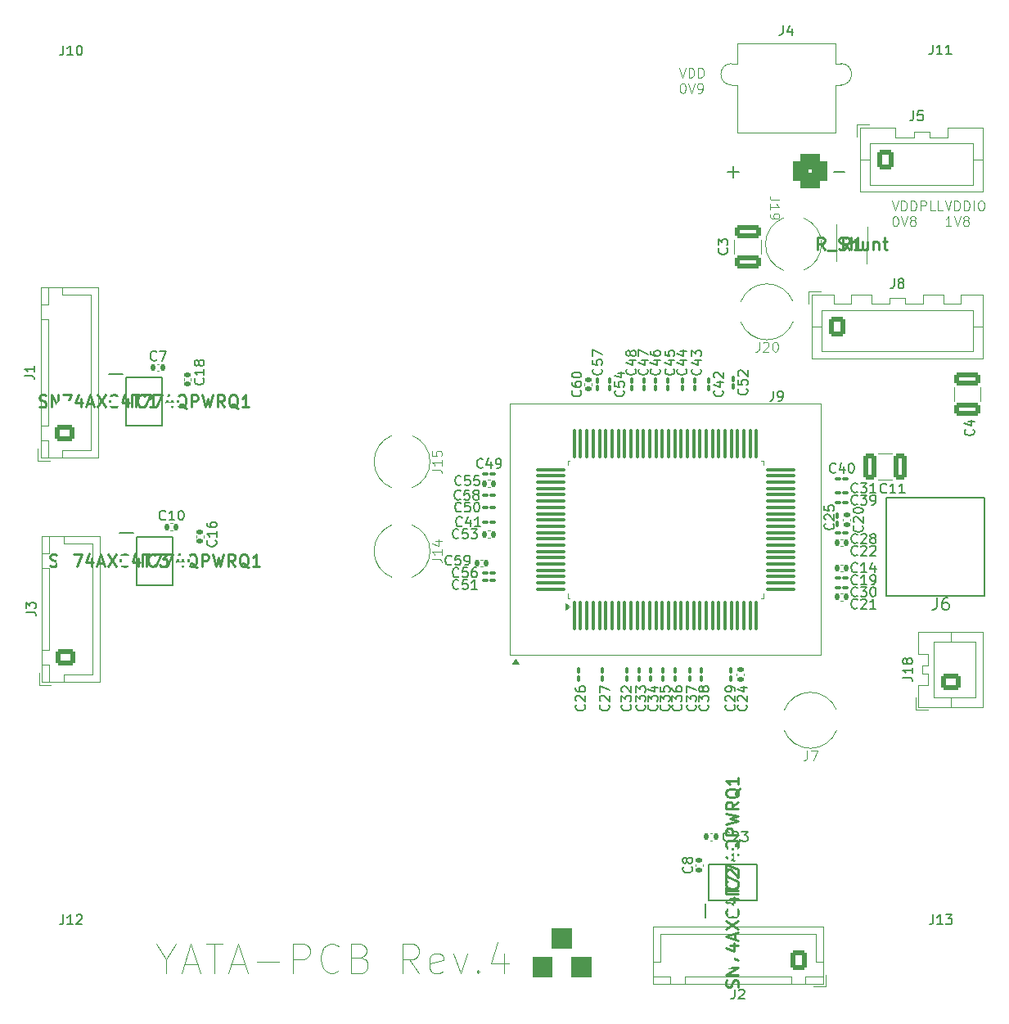
<source format=gto>
%TF.GenerationSoftware,KiCad,Pcbnew,9.0.0*%
%TF.CreationDate,2025-02-23T16:43:11+09:00*%
%TF.ProjectId,YATA-PCB,59415441-2d50-4434-922e-6b696361645f,rev?*%
%TF.SameCoordinates,Original*%
%TF.FileFunction,Legend,Top*%
%TF.FilePolarity,Positive*%
%FSLAX46Y46*%
G04 Gerber Fmt 4.6, Leading zero omitted, Abs format (unit mm)*
G04 Created by KiCad (PCBNEW 9.0.0) date 2025-02-23 16:43:11*
%MOMM*%
%LPD*%
G01*
G04 APERTURE LIST*
G04 Aperture macros list*
%AMRoundRect*
0 Rectangle with rounded corners*
0 $1 Rounding radius*
0 $2 $3 $4 $5 $6 $7 $8 $9 X,Y pos of 4 corners*
0 Add a 4 corners polygon primitive as box body*
4,1,4,$2,$3,$4,$5,$6,$7,$8,$9,$2,$3,0*
0 Add four circle primitives for the rounded corners*
1,1,$1+$1,$2,$3*
1,1,$1+$1,$4,$5*
1,1,$1+$1,$6,$7*
1,1,$1+$1,$8,$9*
0 Add four rect primitives between the rounded corners*
20,1,$1+$1,$2,$3,$4,$5,0*
20,1,$1+$1,$4,$5,$6,$7,0*
20,1,$1+$1,$6,$7,$8,$9,0*
20,1,$1+$1,$8,$9,$2,$3,0*%
G04 Aperture macros list end*
%ADD10C,0.100000*%
%ADD11C,0.150000*%
%ADD12C,0.254000*%
%ADD13C,0.120000*%
%ADD14C,0.200000*%
%ADD15C,0.127000*%
%ADD16RoundRect,0.100000X-0.217500X-0.100000X0.217500X-0.100000X0.217500X0.100000X-0.217500X0.100000X0*%
%ADD17RoundRect,0.250000X0.725000X-0.600000X0.725000X0.600000X-0.725000X0.600000X-0.725000X-0.600000X0*%
%ADD18O,1.950000X1.700000*%
%ADD19RoundRect,0.250000X-0.600000X-0.725000X0.600000X-0.725000X0.600000X0.725000X-0.600000X0.725000X0*%
%ADD20O,1.700000X1.950000*%
%ADD21R,0.450000X1.475000*%
%ADD22RoundRect,0.140000X0.170000X-0.140000X0.170000X0.140000X-0.170000X0.140000X-0.170000X-0.140000X0*%
%ADD23C,1.400000*%
%ADD24RoundRect,0.770000X-0.980000X-0.980000X0.980000X-0.980000X0.980000X0.980000X-0.980000X0.980000X0*%
%ADD25C,3.500000*%
%ADD26RoundRect,0.100000X0.217500X0.100000X-0.217500X0.100000X-0.217500X-0.100000X0.217500X-0.100000X0*%
%ADD27RoundRect,0.140000X-0.140000X-0.170000X0.140000X-0.170000X0.140000X0.170000X-0.140000X0.170000X0*%
%ADD28RoundRect,0.100000X-0.100000X0.217500X-0.100000X-0.217500X0.100000X-0.217500X0.100000X0.217500X0*%
%ADD29C,5.700000*%
%ADD30RoundRect,0.100000X0.100000X-0.217500X0.100000X0.217500X-0.100000X0.217500X-0.100000X-0.217500X0*%
%ADD31RoundRect,0.250000X-1.100000X0.412500X-1.100000X-0.412500X1.100000X-0.412500X1.100000X0.412500X0*%
%ADD32RoundRect,0.140000X0.140000X0.170000X-0.140000X0.170000X-0.140000X-0.170000X0.140000X-0.170000X0*%
%ADD33R,1.475000X0.450000*%
%ADD34C,2.000000*%
%ADD35C,1.700000*%
%ADD36RoundRect,0.250000X0.412500X1.100000X-0.412500X1.100000X-0.412500X-1.100000X0.412500X-1.100000X0*%
%ADD37RoundRect,0.087500X0.087500X-1.412500X0.087500X1.412500X-0.087500X1.412500X-0.087500X-1.412500X0*%
%ADD38RoundRect,0.087500X1.412500X-0.087500X1.412500X0.087500X-1.412500X0.087500X-1.412500X-0.087500X0*%
%ADD39C,3.000000*%
%ADD40RoundRect,0.250000X0.600000X0.725000X-0.600000X0.725000X-0.600000X-0.725000X0.600000X-0.725000X0*%
%ADD41R,2.010000X1.650000*%
%ADD42R,1.140000X1.390000*%
%ADD43C,3.203200*%
%ADD44C,2.743200*%
G04 APERTURE END LIST*
D10*
X131750000Y-145000000D02*
X133750000Y-145000000D01*
X133750000Y-147000000D01*
X131750000Y-147000000D01*
X131750000Y-145000000D01*
G36*
X131750000Y-145000000D02*
G01*
X133750000Y-145000000D01*
X133750000Y-147000000D01*
X131750000Y-147000000D01*
X131750000Y-145000000D01*
G37*
X127750000Y-145000000D02*
X129750000Y-145000000D01*
X129750000Y-147000000D01*
X127750000Y-147000000D01*
X127750000Y-145000000D01*
G36*
X127750000Y-145000000D02*
G01*
X129750000Y-145000000D01*
X129750000Y-147000000D01*
X127750000Y-147000000D01*
X127750000Y-145000000D01*
G37*
X129750000Y-142000000D02*
X131750000Y-142000000D01*
X131750000Y-144000000D01*
X129750000Y-144000000D01*
X129750000Y-142000000D01*
G36*
X129750000Y-142000000D02*
G01*
X131750000Y-142000000D01*
X131750000Y-144000000D01*
X129750000Y-144000000D01*
X129750000Y-142000000D01*
G37*
X164911027Y-66762475D02*
X165244360Y-67762475D01*
X165244360Y-67762475D02*
X165577693Y-66762475D01*
X165911027Y-67762475D02*
X165911027Y-66762475D01*
X165911027Y-66762475D02*
X166149122Y-66762475D01*
X166149122Y-66762475D02*
X166291979Y-66810094D01*
X166291979Y-66810094D02*
X166387217Y-66905332D01*
X166387217Y-66905332D02*
X166434836Y-67000570D01*
X166434836Y-67000570D02*
X166482455Y-67191046D01*
X166482455Y-67191046D02*
X166482455Y-67333903D01*
X166482455Y-67333903D02*
X166434836Y-67524379D01*
X166434836Y-67524379D02*
X166387217Y-67619617D01*
X166387217Y-67619617D02*
X166291979Y-67714856D01*
X166291979Y-67714856D02*
X166149122Y-67762475D01*
X166149122Y-67762475D02*
X165911027Y-67762475D01*
X166911027Y-67762475D02*
X166911027Y-66762475D01*
X166911027Y-66762475D02*
X167149122Y-66762475D01*
X167149122Y-66762475D02*
X167291979Y-66810094D01*
X167291979Y-66810094D02*
X167387217Y-66905332D01*
X167387217Y-66905332D02*
X167434836Y-67000570D01*
X167434836Y-67000570D02*
X167482455Y-67191046D01*
X167482455Y-67191046D02*
X167482455Y-67333903D01*
X167482455Y-67333903D02*
X167434836Y-67524379D01*
X167434836Y-67524379D02*
X167387217Y-67619617D01*
X167387217Y-67619617D02*
X167291979Y-67714856D01*
X167291979Y-67714856D02*
X167149122Y-67762475D01*
X167149122Y-67762475D02*
X166911027Y-67762475D01*
X167911027Y-67762475D02*
X167911027Y-66762475D01*
X167911027Y-66762475D02*
X168291979Y-66762475D01*
X168291979Y-66762475D02*
X168387217Y-66810094D01*
X168387217Y-66810094D02*
X168434836Y-66857713D01*
X168434836Y-66857713D02*
X168482455Y-66952951D01*
X168482455Y-66952951D02*
X168482455Y-67095808D01*
X168482455Y-67095808D02*
X168434836Y-67191046D01*
X168434836Y-67191046D02*
X168387217Y-67238665D01*
X168387217Y-67238665D02*
X168291979Y-67286284D01*
X168291979Y-67286284D02*
X167911027Y-67286284D01*
X169387217Y-67762475D02*
X168911027Y-67762475D01*
X168911027Y-67762475D02*
X168911027Y-66762475D01*
X170196741Y-67762475D02*
X169720551Y-67762475D01*
X169720551Y-67762475D02*
X169720551Y-66762475D01*
X165244360Y-68372419D02*
X165339598Y-68372419D01*
X165339598Y-68372419D02*
X165434836Y-68420038D01*
X165434836Y-68420038D02*
X165482455Y-68467657D01*
X165482455Y-68467657D02*
X165530074Y-68562895D01*
X165530074Y-68562895D02*
X165577693Y-68753371D01*
X165577693Y-68753371D02*
X165577693Y-68991466D01*
X165577693Y-68991466D02*
X165530074Y-69181942D01*
X165530074Y-69181942D02*
X165482455Y-69277180D01*
X165482455Y-69277180D02*
X165434836Y-69324800D01*
X165434836Y-69324800D02*
X165339598Y-69372419D01*
X165339598Y-69372419D02*
X165244360Y-69372419D01*
X165244360Y-69372419D02*
X165149122Y-69324800D01*
X165149122Y-69324800D02*
X165101503Y-69277180D01*
X165101503Y-69277180D02*
X165053884Y-69181942D01*
X165053884Y-69181942D02*
X165006265Y-68991466D01*
X165006265Y-68991466D02*
X165006265Y-68753371D01*
X165006265Y-68753371D02*
X165053884Y-68562895D01*
X165053884Y-68562895D02*
X165101503Y-68467657D01*
X165101503Y-68467657D02*
X165149122Y-68420038D01*
X165149122Y-68420038D02*
X165244360Y-68372419D01*
X165863408Y-68372419D02*
X166196741Y-69372419D01*
X166196741Y-69372419D02*
X166530074Y-68372419D01*
X167006265Y-68800990D02*
X166911027Y-68753371D01*
X166911027Y-68753371D02*
X166863408Y-68705752D01*
X166863408Y-68705752D02*
X166815789Y-68610514D01*
X166815789Y-68610514D02*
X166815789Y-68562895D01*
X166815789Y-68562895D02*
X166863408Y-68467657D01*
X166863408Y-68467657D02*
X166911027Y-68420038D01*
X166911027Y-68420038D02*
X167006265Y-68372419D01*
X167006265Y-68372419D02*
X167196741Y-68372419D01*
X167196741Y-68372419D02*
X167291979Y-68420038D01*
X167291979Y-68420038D02*
X167339598Y-68467657D01*
X167339598Y-68467657D02*
X167387217Y-68562895D01*
X167387217Y-68562895D02*
X167387217Y-68610514D01*
X167387217Y-68610514D02*
X167339598Y-68705752D01*
X167339598Y-68705752D02*
X167291979Y-68753371D01*
X167291979Y-68753371D02*
X167196741Y-68800990D01*
X167196741Y-68800990D02*
X167006265Y-68800990D01*
X167006265Y-68800990D02*
X166911027Y-68848609D01*
X166911027Y-68848609D02*
X166863408Y-68896228D01*
X166863408Y-68896228D02*
X166815789Y-68991466D01*
X166815789Y-68991466D02*
X166815789Y-69181942D01*
X166815789Y-69181942D02*
X166863408Y-69277180D01*
X166863408Y-69277180D02*
X166911027Y-69324800D01*
X166911027Y-69324800D02*
X167006265Y-69372419D01*
X167006265Y-69372419D02*
X167196741Y-69372419D01*
X167196741Y-69372419D02*
X167291979Y-69324800D01*
X167291979Y-69324800D02*
X167339598Y-69277180D01*
X167339598Y-69277180D02*
X167387217Y-69181942D01*
X167387217Y-69181942D02*
X167387217Y-68991466D01*
X167387217Y-68991466D02*
X167339598Y-68896228D01*
X167339598Y-68896228D02*
X167291979Y-68848609D01*
X167291979Y-68848609D02*
X167196741Y-68800990D01*
X89851503Y-145199085D02*
X89851503Y-146627657D01*
X88851503Y-143627657D02*
X89851503Y-145199085D01*
X89851503Y-145199085D02*
X90851503Y-143627657D01*
X91708646Y-145770514D02*
X93137218Y-145770514D01*
X91422932Y-146627657D02*
X92422932Y-143627657D01*
X92422932Y-143627657D02*
X93422932Y-146627657D01*
X93994361Y-143627657D02*
X95708647Y-143627657D01*
X94851504Y-146627657D02*
X94851504Y-143627657D01*
X96565789Y-145770514D02*
X97994361Y-145770514D01*
X96280075Y-146627657D02*
X97280075Y-143627657D01*
X97280075Y-143627657D02*
X98280075Y-146627657D01*
X99280075Y-145484800D02*
X101565790Y-145484800D01*
X102994361Y-146627657D02*
X102994361Y-143627657D01*
X102994361Y-143627657D02*
X104137218Y-143627657D01*
X104137218Y-143627657D02*
X104422933Y-143770514D01*
X104422933Y-143770514D02*
X104565790Y-143913371D01*
X104565790Y-143913371D02*
X104708647Y-144199085D01*
X104708647Y-144199085D02*
X104708647Y-144627657D01*
X104708647Y-144627657D02*
X104565790Y-144913371D01*
X104565790Y-144913371D02*
X104422933Y-145056228D01*
X104422933Y-145056228D02*
X104137218Y-145199085D01*
X104137218Y-145199085D02*
X102994361Y-145199085D01*
X107708647Y-146341942D02*
X107565790Y-146484800D01*
X107565790Y-146484800D02*
X107137218Y-146627657D01*
X107137218Y-146627657D02*
X106851504Y-146627657D01*
X106851504Y-146627657D02*
X106422933Y-146484800D01*
X106422933Y-146484800D02*
X106137218Y-146199085D01*
X106137218Y-146199085D02*
X105994361Y-145913371D01*
X105994361Y-145913371D02*
X105851504Y-145341942D01*
X105851504Y-145341942D02*
X105851504Y-144913371D01*
X105851504Y-144913371D02*
X105994361Y-144341942D01*
X105994361Y-144341942D02*
X106137218Y-144056228D01*
X106137218Y-144056228D02*
X106422933Y-143770514D01*
X106422933Y-143770514D02*
X106851504Y-143627657D01*
X106851504Y-143627657D02*
X107137218Y-143627657D01*
X107137218Y-143627657D02*
X107565790Y-143770514D01*
X107565790Y-143770514D02*
X107708647Y-143913371D01*
X109994361Y-145056228D02*
X110422933Y-145199085D01*
X110422933Y-145199085D02*
X110565790Y-145341942D01*
X110565790Y-145341942D02*
X110708647Y-145627657D01*
X110708647Y-145627657D02*
X110708647Y-146056228D01*
X110708647Y-146056228D02*
X110565790Y-146341942D01*
X110565790Y-146341942D02*
X110422933Y-146484800D01*
X110422933Y-146484800D02*
X110137218Y-146627657D01*
X110137218Y-146627657D02*
X108994361Y-146627657D01*
X108994361Y-146627657D02*
X108994361Y-143627657D01*
X108994361Y-143627657D02*
X109994361Y-143627657D01*
X109994361Y-143627657D02*
X110280076Y-143770514D01*
X110280076Y-143770514D02*
X110422933Y-143913371D01*
X110422933Y-143913371D02*
X110565790Y-144199085D01*
X110565790Y-144199085D02*
X110565790Y-144484800D01*
X110565790Y-144484800D02*
X110422933Y-144770514D01*
X110422933Y-144770514D02*
X110280076Y-144913371D01*
X110280076Y-144913371D02*
X109994361Y-145056228D01*
X109994361Y-145056228D02*
X108994361Y-145056228D01*
X115994361Y-146627657D02*
X114994361Y-145199085D01*
X114280075Y-146627657D02*
X114280075Y-143627657D01*
X114280075Y-143627657D02*
X115422932Y-143627657D01*
X115422932Y-143627657D02*
X115708647Y-143770514D01*
X115708647Y-143770514D02*
X115851504Y-143913371D01*
X115851504Y-143913371D02*
X115994361Y-144199085D01*
X115994361Y-144199085D02*
X115994361Y-144627657D01*
X115994361Y-144627657D02*
X115851504Y-144913371D01*
X115851504Y-144913371D02*
X115708647Y-145056228D01*
X115708647Y-145056228D02*
X115422932Y-145199085D01*
X115422932Y-145199085D02*
X114280075Y-145199085D01*
X118422932Y-146484800D02*
X118137218Y-146627657D01*
X118137218Y-146627657D02*
X117565790Y-146627657D01*
X117565790Y-146627657D02*
X117280075Y-146484800D01*
X117280075Y-146484800D02*
X117137218Y-146199085D01*
X117137218Y-146199085D02*
X117137218Y-145056228D01*
X117137218Y-145056228D02*
X117280075Y-144770514D01*
X117280075Y-144770514D02*
X117565790Y-144627657D01*
X117565790Y-144627657D02*
X118137218Y-144627657D01*
X118137218Y-144627657D02*
X118422932Y-144770514D01*
X118422932Y-144770514D02*
X118565790Y-145056228D01*
X118565790Y-145056228D02*
X118565790Y-145341942D01*
X118565790Y-145341942D02*
X117137218Y-145627657D01*
X119565790Y-144627657D02*
X120280076Y-146627657D01*
X120280076Y-146627657D02*
X120994361Y-144627657D01*
X122137218Y-146341942D02*
X122280075Y-146484800D01*
X122280075Y-146484800D02*
X122137218Y-146627657D01*
X122137218Y-146627657D02*
X121994361Y-146484800D01*
X121994361Y-146484800D02*
X122137218Y-146341942D01*
X122137218Y-146341942D02*
X122137218Y-146627657D01*
X124851504Y-144627657D02*
X124851504Y-146627657D01*
X124137218Y-143484800D02*
X123422932Y-145627657D01*
X123422932Y-145627657D02*
X125280075Y-145627657D01*
X142911027Y-53012475D02*
X143244360Y-54012475D01*
X143244360Y-54012475D02*
X143577693Y-53012475D01*
X143911027Y-54012475D02*
X143911027Y-53012475D01*
X143911027Y-53012475D02*
X144149122Y-53012475D01*
X144149122Y-53012475D02*
X144291979Y-53060094D01*
X144291979Y-53060094D02*
X144387217Y-53155332D01*
X144387217Y-53155332D02*
X144434836Y-53250570D01*
X144434836Y-53250570D02*
X144482455Y-53441046D01*
X144482455Y-53441046D02*
X144482455Y-53583903D01*
X144482455Y-53583903D02*
X144434836Y-53774379D01*
X144434836Y-53774379D02*
X144387217Y-53869617D01*
X144387217Y-53869617D02*
X144291979Y-53964856D01*
X144291979Y-53964856D02*
X144149122Y-54012475D01*
X144149122Y-54012475D02*
X143911027Y-54012475D01*
X144911027Y-54012475D02*
X144911027Y-53012475D01*
X144911027Y-53012475D02*
X145149122Y-53012475D01*
X145149122Y-53012475D02*
X145291979Y-53060094D01*
X145291979Y-53060094D02*
X145387217Y-53155332D01*
X145387217Y-53155332D02*
X145434836Y-53250570D01*
X145434836Y-53250570D02*
X145482455Y-53441046D01*
X145482455Y-53441046D02*
X145482455Y-53583903D01*
X145482455Y-53583903D02*
X145434836Y-53774379D01*
X145434836Y-53774379D02*
X145387217Y-53869617D01*
X145387217Y-53869617D02*
X145291979Y-53964856D01*
X145291979Y-53964856D02*
X145149122Y-54012475D01*
X145149122Y-54012475D02*
X144911027Y-54012475D01*
X143244360Y-54622419D02*
X143339598Y-54622419D01*
X143339598Y-54622419D02*
X143434836Y-54670038D01*
X143434836Y-54670038D02*
X143482455Y-54717657D01*
X143482455Y-54717657D02*
X143530074Y-54812895D01*
X143530074Y-54812895D02*
X143577693Y-55003371D01*
X143577693Y-55003371D02*
X143577693Y-55241466D01*
X143577693Y-55241466D02*
X143530074Y-55431942D01*
X143530074Y-55431942D02*
X143482455Y-55527180D01*
X143482455Y-55527180D02*
X143434836Y-55574800D01*
X143434836Y-55574800D02*
X143339598Y-55622419D01*
X143339598Y-55622419D02*
X143244360Y-55622419D01*
X143244360Y-55622419D02*
X143149122Y-55574800D01*
X143149122Y-55574800D02*
X143101503Y-55527180D01*
X143101503Y-55527180D02*
X143053884Y-55431942D01*
X143053884Y-55431942D02*
X143006265Y-55241466D01*
X143006265Y-55241466D02*
X143006265Y-55003371D01*
X143006265Y-55003371D02*
X143053884Y-54812895D01*
X143053884Y-54812895D02*
X143101503Y-54717657D01*
X143101503Y-54717657D02*
X143149122Y-54670038D01*
X143149122Y-54670038D02*
X143244360Y-54622419D01*
X143863408Y-54622419D02*
X144196741Y-55622419D01*
X144196741Y-55622419D02*
X144530074Y-54622419D01*
X144911027Y-55622419D02*
X145101503Y-55622419D01*
X145101503Y-55622419D02*
X145196741Y-55574800D01*
X145196741Y-55574800D02*
X145244360Y-55527180D01*
X145244360Y-55527180D02*
X145339598Y-55384323D01*
X145339598Y-55384323D02*
X145387217Y-55193847D01*
X145387217Y-55193847D02*
X145387217Y-54812895D01*
X145387217Y-54812895D02*
X145339598Y-54717657D01*
X145339598Y-54717657D02*
X145291979Y-54670038D01*
X145291979Y-54670038D02*
X145196741Y-54622419D01*
X145196741Y-54622419D02*
X145006265Y-54622419D01*
X145006265Y-54622419D02*
X144911027Y-54670038D01*
X144911027Y-54670038D02*
X144863408Y-54717657D01*
X144863408Y-54717657D02*
X144815789Y-54812895D01*
X144815789Y-54812895D02*
X144815789Y-55050990D01*
X144815789Y-55050990D02*
X144863408Y-55146228D01*
X144863408Y-55146228D02*
X144911027Y-55193847D01*
X144911027Y-55193847D02*
X145006265Y-55241466D01*
X145006265Y-55241466D02*
X145196741Y-55241466D01*
X145196741Y-55241466D02*
X145291979Y-55193847D01*
X145291979Y-55193847D02*
X145339598Y-55146228D01*
X145339598Y-55146228D02*
X145387217Y-55050990D01*
X170411027Y-66762475D02*
X170744360Y-67762475D01*
X170744360Y-67762475D02*
X171077693Y-66762475D01*
X171411027Y-67762475D02*
X171411027Y-66762475D01*
X171411027Y-66762475D02*
X171649122Y-66762475D01*
X171649122Y-66762475D02*
X171791979Y-66810094D01*
X171791979Y-66810094D02*
X171887217Y-66905332D01*
X171887217Y-66905332D02*
X171934836Y-67000570D01*
X171934836Y-67000570D02*
X171982455Y-67191046D01*
X171982455Y-67191046D02*
X171982455Y-67333903D01*
X171982455Y-67333903D02*
X171934836Y-67524379D01*
X171934836Y-67524379D02*
X171887217Y-67619617D01*
X171887217Y-67619617D02*
X171791979Y-67714856D01*
X171791979Y-67714856D02*
X171649122Y-67762475D01*
X171649122Y-67762475D02*
X171411027Y-67762475D01*
X172411027Y-67762475D02*
X172411027Y-66762475D01*
X172411027Y-66762475D02*
X172649122Y-66762475D01*
X172649122Y-66762475D02*
X172791979Y-66810094D01*
X172791979Y-66810094D02*
X172887217Y-66905332D01*
X172887217Y-66905332D02*
X172934836Y-67000570D01*
X172934836Y-67000570D02*
X172982455Y-67191046D01*
X172982455Y-67191046D02*
X172982455Y-67333903D01*
X172982455Y-67333903D02*
X172934836Y-67524379D01*
X172934836Y-67524379D02*
X172887217Y-67619617D01*
X172887217Y-67619617D02*
X172791979Y-67714856D01*
X172791979Y-67714856D02*
X172649122Y-67762475D01*
X172649122Y-67762475D02*
X172411027Y-67762475D01*
X173411027Y-67762475D02*
X173411027Y-66762475D01*
X174077693Y-66762475D02*
X174268169Y-66762475D01*
X174268169Y-66762475D02*
X174363407Y-66810094D01*
X174363407Y-66810094D02*
X174458645Y-66905332D01*
X174458645Y-66905332D02*
X174506264Y-67095808D01*
X174506264Y-67095808D02*
X174506264Y-67429141D01*
X174506264Y-67429141D02*
X174458645Y-67619617D01*
X174458645Y-67619617D02*
X174363407Y-67714856D01*
X174363407Y-67714856D02*
X174268169Y-67762475D01*
X174268169Y-67762475D02*
X174077693Y-67762475D01*
X174077693Y-67762475D02*
X173982455Y-67714856D01*
X173982455Y-67714856D02*
X173887217Y-67619617D01*
X173887217Y-67619617D02*
X173839598Y-67429141D01*
X173839598Y-67429141D02*
X173839598Y-67095808D01*
X173839598Y-67095808D02*
X173887217Y-66905332D01*
X173887217Y-66905332D02*
X173982455Y-66810094D01*
X173982455Y-66810094D02*
X174077693Y-66762475D01*
X171077693Y-69372419D02*
X170506265Y-69372419D01*
X170791979Y-69372419D02*
X170791979Y-68372419D01*
X170791979Y-68372419D02*
X170696741Y-68515276D01*
X170696741Y-68515276D02*
X170601503Y-68610514D01*
X170601503Y-68610514D02*
X170506265Y-68658133D01*
X171363408Y-68372419D02*
X171696741Y-69372419D01*
X171696741Y-69372419D02*
X172030074Y-68372419D01*
X172506265Y-68800990D02*
X172411027Y-68753371D01*
X172411027Y-68753371D02*
X172363408Y-68705752D01*
X172363408Y-68705752D02*
X172315789Y-68610514D01*
X172315789Y-68610514D02*
X172315789Y-68562895D01*
X172315789Y-68562895D02*
X172363408Y-68467657D01*
X172363408Y-68467657D02*
X172411027Y-68420038D01*
X172411027Y-68420038D02*
X172506265Y-68372419D01*
X172506265Y-68372419D02*
X172696741Y-68372419D01*
X172696741Y-68372419D02*
X172791979Y-68420038D01*
X172791979Y-68420038D02*
X172839598Y-68467657D01*
X172839598Y-68467657D02*
X172887217Y-68562895D01*
X172887217Y-68562895D02*
X172887217Y-68610514D01*
X172887217Y-68610514D02*
X172839598Y-68705752D01*
X172839598Y-68705752D02*
X172791979Y-68753371D01*
X172791979Y-68753371D02*
X172696741Y-68800990D01*
X172696741Y-68800990D02*
X172506265Y-68800990D01*
X172506265Y-68800990D02*
X172411027Y-68848609D01*
X172411027Y-68848609D02*
X172363408Y-68896228D01*
X172363408Y-68896228D02*
X172315789Y-68991466D01*
X172315789Y-68991466D02*
X172315789Y-69181942D01*
X172315789Y-69181942D02*
X172363408Y-69277180D01*
X172363408Y-69277180D02*
X172411027Y-69324800D01*
X172411027Y-69324800D02*
X172506265Y-69372419D01*
X172506265Y-69372419D02*
X172696741Y-69372419D01*
X172696741Y-69372419D02*
X172791979Y-69324800D01*
X172791979Y-69324800D02*
X172839598Y-69277180D01*
X172839598Y-69277180D02*
X172887217Y-69181942D01*
X172887217Y-69181942D02*
X172887217Y-68991466D01*
X172887217Y-68991466D02*
X172839598Y-68896228D01*
X172839598Y-68896228D02*
X172791979Y-68848609D01*
X172791979Y-68848609D02*
X172696741Y-68800990D01*
D11*
X161357142Y-106359580D02*
X161309523Y-106407200D01*
X161309523Y-106407200D02*
X161166666Y-106454819D01*
X161166666Y-106454819D02*
X161071428Y-106454819D01*
X161071428Y-106454819D02*
X160928571Y-106407200D01*
X160928571Y-106407200D02*
X160833333Y-106311961D01*
X160833333Y-106311961D02*
X160785714Y-106216723D01*
X160785714Y-106216723D02*
X160738095Y-106026247D01*
X160738095Y-106026247D02*
X160738095Y-105883390D01*
X160738095Y-105883390D02*
X160785714Y-105692914D01*
X160785714Y-105692914D02*
X160833333Y-105597676D01*
X160833333Y-105597676D02*
X160928571Y-105502438D01*
X160928571Y-105502438D02*
X161071428Y-105454819D01*
X161071428Y-105454819D02*
X161166666Y-105454819D01*
X161166666Y-105454819D02*
X161309523Y-105502438D01*
X161309523Y-105502438D02*
X161357142Y-105550057D01*
X162309523Y-106454819D02*
X161738095Y-106454819D01*
X162023809Y-106454819D02*
X162023809Y-105454819D01*
X162023809Y-105454819D02*
X161928571Y-105597676D01*
X161928571Y-105597676D02*
X161833333Y-105692914D01*
X161833333Y-105692914D02*
X161738095Y-105740533D01*
X162785714Y-106454819D02*
X162976190Y-106454819D01*
X162976190Y-106454819D02*
X163071428Y-106407200D01*
X163071428Y-106407200D02*
X163119047Y-106359580D01*
X163119047Y-106359580D02*
X163214285Y-106216723D01*
X163214285Y-106216723D02*
X163261904Y-106026247D01*
X163261904Y-106026247D02*
X163261904Y-105645295D01*
X163261904Y-105645295D02*
X163214285Y-105550057D01*
X163214285Y-105550057D02*
X163166666Y-105502438D01*
X163166666Y-105502438D02*
X163071428Y-105454819D01*
X163071428Y-105454819D02*
X162880952Y-105454819D01*
X162880952Y-105454819D02*
X162785714Y-105502438D01*
X162785714Y-105502438D02*
X162738095Y-105550057D01*
X162738095Y-105550057D02*
X162690476Y-105645295D01*
X162690476Y-105645295D02*
X162690476Y-105883390D01*
X162690476Y-105883390D02*
X162738095Y-105978628D01*
X162738095Y-105978628D02*
X162785714Y-106026247D01*
X162785714Y-106026247D02*
X162880952Y-106073866D01*
X162880952Y-106073866D02*
X163071428Y-106073866D01*
X163071428Y-106073866D02*
X163166666Y-106026247D01*
X163166666Y-106026247D02*
X163214285Y-105978628D01*
X163214285Y-105978628D02*
X163261904Y-105883390D01*
X166054819Y-116059523D02*
X166769104Y-116059523D01*
X166769104Y-116059523D02*
X166911961Y-116107142D01*
X166911961Y-116107142D02*
X167007200Y-116202380D01*
X167007200Y-116202380D02*
X167054819Y-116345237D01*
X167054819Y-116345237D02*
X167054819Y-116440475D01*
X167054819Y-115059523D02*
X167054819Y-115630951D01*
X167054819Y-115345237D02*
X166054819Y-115345237D01*
X166054819Y-115345237D02*
X166197676Y-115440475D01*
X166197676Y-115440475D02*
X166292914Y-115535713D01*
X166292914Y-115535713D02*
X166340533Y-115630951D01*
X166483390Y-114488094D02*
X166435771Y-114583332D01*
X166435771Y-114583332D02*
X166388152Y-114630951D01*
X166388152Y-114630951D02*
X166292914Y-114678570D01*
X166292914Y-114678570D02*
X166245295Y-114678570D01*
X166245295Y-114678570D02*
X166150057Y-114630951D01*
X166150057Y-114630951D02*
X166102438Y-114583332D01*
X166102438Y-114583332D02*
X166054819Y-114488094D01*
X166054819Y-114488094D02*
X166054819Y-114297618D01*
X166054819Y-114297618D02*
X166102438Y-114202380D01*
X166102438Y-114202380D02*
X166150057Y-114154761D01*
X166150057Y-114154761D02*
X166245295Y-114107142D01*
X166245295Y-114107142D02*
X166292914Y-114107142D01*
X166292914Y-114107142D02*
X166388152Y-114154761D01*
X166388152Y-114154761D02*
X166435771Y-114202380D01*
X166435771Y-114202380D02*
X166483390Y-114297618D01*
X166483390Y-114297618D02*
X166483390Y-114488094D01*
X166483390Y-114488094D02*
X166531009Y-114583332D01*
X166531009Y-114583332D02*
X166578628Y-114630951D01*
X166578628Y-114630951D02*
X166673866Y-114678570D01*
X166673866Y-114678570D02*
X166864342Y-114678570D01*
X166864342Y-114678570D02*
X166959580Y-114630951D01*
X166959580Y-114630951D02*
X167007200Y-114583332D01*
X167007200Y-114583332D02*
X167054819Y-114488094D01*
X167054819Y-114488094D02*
X167054819Y-114297618D01*
X167054819Y-114297618D02*
X167007200Y-114202380D01*
X167007200Y-114202380D02*
X166959580Y-114154761D01*
X166959580Y-114154761D02*
X166864342Y-114107142D01*
X166864342Y-114107142D02*
X166673866Y-114107142D01*
X166673866Y-114107142D02*
X166578628Y-114154761D01*
X166578628Y-114154761D02*
X166531009Y-114202380D01*
X166531009Y-114202380D02*
X166483390Y-114297618D01*
X165166666Y-74804819D02*
X165166666Y-75519104D01*
X165166666Y-75519104D02*
X165119047Y-75661961D01*
X165119047Y-75661961D02*
X165023809Y-75757200D01*
X165023809Y-75757200D02*
X164880952Y-75804819D01*
X164880952Y-75804819D02*
X164785714Y-75804819D01*
X165785714Y-75233390D02*
X165690476Y-75185771D01*
X165690476Y-75185771D02*
X165642857Y-75138152D01*
X165642857Y-75138152D02*
X165595238Y-75042914D01*
X165595238Y-75042914D02*
X165595238Y-74995295D01*
X165595238Y-74995295D02*
X165642857Y-74900057D01*
X165642857Y-74900057D02*
X165690476Y-74852438D01*
X165690476Y-74852438D02*
X165785714Y-74804819D01*
X165785714Y-74804819D02*
X165976190Y-74804819D01*
X165976190Y-74804819D02*
X166071428Y-74852438D01*
X166071428Y-74852438D02*
X166119047Y-74900057D01*
X166119047Y-74900057D02*
X166166666Y-74995295D01*
X166166666Y-74995295D02*
X166166666Y-75042914D01*
X166166666Y-75042914D02*
X166119047Y-75138152D01*
X166119047Y-75138152D02*
X166071428Y-75185771D01*
X166071428Y-75185771D02*
X165976190Y-75233390D01*
X165976190Y-75233390D02*
X165785714Y-75233390D01*
X165785714Y-75233390D02*
X165690476Y-75281009D01*
X165690476Y-75281009D02*
X165642857Y-75328628D01*
X165642857Y-75328628D02*
X165595238Y-75423866D01*
X165595238Y-75423866D02*
X165595238Y-75614342D01*
X165595238Y-75614342D02*
X165642857Y-75709580D01*
X165642857Y-75709580D02*
X165690476Y-75757200D01*
X165690476Y-75757200D02*
X165785714Y-75804819D01*
X165785714Y-75804819D02*
X165976190Y-75804819D01*
X165976190Y-75804819D02*
X166071428Y-75757200D01*
X166071428Y-75757200D02*
X166119047Y-75709580D01*
X166119047Y-75709580D02*
X166166666Y-75614342D01*
X166166666Y-75614342D02*
X166166666Y-75423866D01*
X166166666Y-75423866D02*
X166119047Y-75328628D01*
X166119047Y-75328628D02*
X166071428Y-75281009D01*
X166071428Y-75281009D02*
X165976190Y-75233390D01*
D12*
X149049318Y-138489762D02*
X147779318Y-138489762D01*
X148928365Y-137159285D02*
X148988842Y-137219761D01*
X148988842Y-137219761D02*
X149049318Y-137401190D01*
X149049318Y-137401190D02*
X149049318Y-137522142D01*
X149049318Y-137522142D02*
X148988842Y-137703571D01*
X148988842Y-137703571D02*
X148867889Y-137824523D01*
X148867889Y-137824523D02*
X148746937Y-137885000D01*
X148746937Y-137885000D02*
X148505032Y-137945476D01*
X148505032Y-137945476D02*
X148323603Y-137945476D01*
X148323603Y-137945476D02*
X148081699Y-137885000D01*
X148081699Y-137885000D02*
X147960746Y-137824523D01*
X147960746Y-137824523D02*
X147839794Y-137703571D01*
X147839794Y-137703571D02*
X147779318Y-137522142D01*
X147779318Y-137522142D02*
X147779318Y-137401190D01*
X147779318Y-137401190D02*
X147839794Y-137219761D01*
X147839794Y-137219761D02*
X147900270Y-137159285D01*
X147900270Y-136675476D02*
X147839794Y-136615000D01*
X147839794Y-136615000D02*
X147779318Y-136494047D01*
X147779318Y-136494047D02*
X147779318Y-136191666D01*
X147779318Y-136191666D02*
X147839794Y-136070714D01*
X147839794Y-136070714D02*
X147900270Y-136010238D01*
X147900270Y-136010238D02*
X148021222Y-135949761D01*
X148021222Y-135949761D02*
X148142175Y-135949761D01*
X148142175Y-135949761D02*
X148323603Y-136010238D01*
X148323603Y-136010238D02*
X149049318Y-136735952D01*
X149049318Y-136735952D02*
X149049318Y-135949761D01*
X148988842Y-148105476D02*
X149049318Y-147924047D01*
X149049318Y-147924047D02*
X149049318Y-147621666D01*
X149049318Y-147621666D02*
X148988842Y-147500714D01*
X148988842Y-147500714D02*
X148928365Y-147440238D01*
X148928365Y-147440238D02*
X148807413Y-147379761D01*
X148807413Y-147379761D02*
X148686461Y-147379761D01*
X148686461Y-147379761D02*
X148565508Y-147440238D01*
X148565508Y-147440238D02*
X148505032Y-147500714D01*
X148505032Y-147500714D02*
X148444556Y-147621666D01*
X148444556Y-147621666D02*
X148384080Y-147863571D01*
X148384080Y-147863571D02*
X148323603Y-147984523D01*
X148323603Y-147984523D02*
X148263127Y-148045000D01*
X148263127Y-148045000D02*
X148142175Y-148105476D01*
X148142175Y-148105476D02*
X148021222Y-148105476D01*
X148021222Y-148105476D02*
X147900270Y-148045000D01*
X147900270Y-148045000D02*
X147839794Y-147984523D01*
X147839794Y-147984523D02*
X147779318Y-147863571D01*
X147779318Y-147863571D02*
X147779318Y-147561190D01*
X147779318Y-147561190D02*
X147839794Y-147379761D01*
X149049318Y-146835476D02*
X147779318Y-146835476D01*
X147779318Y-146835476D02*
X149049318Y-146109761D01*
X149049318Y-146109761D02*
X147779318Y-146109761D01*
X147779318Y-145625952D02*
X147779318Y-144779285D01*
X147779318Y-144779285D02*
X149049318Y-145323571D01*
X148202651Y-143751190D02*
X149049318Y-143751190D01*
X147718842Y-144053571D02*
X148625984Y-144355952D01*
X148625984Y-144355952D02*
X148625984Y-143569761D01*
X148686461Y-143146428D02*
X148686461Y-142541666D01*
X149049318Y-143267380D02*
X147779318Y-142844047D01*
X147779318Y-142844047D02*
X149049318Y-142420713D01*
X147779318Y-142118333D02*
X149049318Y-141271666D01*
X147779318Y-141271666D02*
X149049318Y-142118333D01*
X148928365Y-140062142D02*
X148988842Y-140122618D01*
X148988842Y-140122618D02*
X149049318Y-140304047D01*
X149049318Y-140304047D02*
X149049318Y-140424999D01*
X149049318Y-140424999D02*
X148988842Y-140606428D01*
X148988842Y-140606428D02*
X148867889Y-140727380D01*
X148867889Y-140727380D02*
X148746937Y-140787857D01*
X148746937Y-140787857D02*
X148505032Y-140848333D01*
X148505032Y-140848333D02*
X148323603Y-140848333D01*
X148323603Y-140848333D02*
X148081699Y-140787857D01*
X148081699Y-140787857D02*
X147960746Y-140727380D01*
X147960746Y-140727380D02*
X147839794Y-140606428D01*
X147839794Y-140606428D02*
X147779318Y-140424999D01*
X147779318Y-140424999D02*
X147779318Y-140304047D01*
X147779318Y-140304047D02*
X147839794Y-140122618D01*
X147839794Y-140122618D02*
X147900270Y-140062142D01*
X148202651Y-138973571D02*
X149049318Y-138973571D01*
X147718842Y-139275952D02*
X148625984Y-139578333D01*
X148625984Y-139578333D02*
X148625984Y-138792142D01*
X147779318Y-138489761D02*
X147779318Y-137764047D01*
X149049318Y-138126904D02*
X147779318Y-138126904D01*
X147779318Y-137461666D02*
X147779318Y-136614999D01*
X147779318Y-136614999D02*
X149049318Y-137159285D01*
X147779318Y-136252142D02*
X147779318Y-135405475D01*
X147779318Y-135405475D02*
X149049318Y-135949761D01*
X148202651Y-134377380D02*
X149049318Y-134377380D01*
X147718842Y-134679761D02*
X148625984Y-134982142D01*
X148625984Y-134982142D02*
X148625984Y-134195951D01*
X149170270Y-132865475D02*
X149109794Y-132986427D01*
X149109794Y-132986427D02*
X148988842Y-133107380D01*
X148988842Y-133107380D02*
X148807413Y-133288808D01*
X148807413Y-133288808D02*
X148746937Y-133409761D01*
X148746937Y-133409761D02*
X148746937Y-133530713D01*
X149049318Y-133470237D02*
X148988842Y-133591189D01*
X148988842Y-133591189D02*
X148867889Y-133712142D01*
X148867889Y-133712142D02*
X148625984Y-133772618D01*
X148625984Y-133772618D02*
X148202651Y-133772618D01*
X148202651Y-133772618D02*
X147960746Y-133712142D01*
X147960746Y-133712142D02*
X147839794Y-133591189D01*
X147839794Y-133591189D02*
X147779318Y-133470237D01*
X147779318Y-133470237D02*
X147779318Y-133228332D01*
X147779318Y-133228332D02*
X147839794Y-133107380D01*
X147839794Y-133107380D02*
X147960746Y-132986427D01*
X147960746Y-132986427D02*
X148202651Y-132925951D01*
X148202651Y-132925951D02*
X148625984Y-132925951D01*
X148625984Y-132925951D02*
X148867889Y-132986427D01*
X148867889Y-132986427D02*
X148988842Y-133107380D01*
X148988842Y-133107380D02*
X149049318Y-133228332D01*
X149049318Y-133228332D02*
X149049318Y-133470237D01*
X149049318Y-132381666D02*
X147779318Y-132381666D01*
X147779318Y-132381666D02*
X147779318Y-131897856D01*
X147779318Y-131897856D02*
X147839794Y-131776904D01*
X147839794Y-131776904D02*
X147900270Y-131716427D01*
X147900270Y-131716427D02*
X148021222Y-131655951D01*
X148021222Y-131655951D02*
X148202651Y-131655951D01*
X148202651Y-131655951D02*
X148323603Y-131716427D01*
X148323603Y-131716427D02*
X148384080Y-131776904D01*
X148384080Y-131776904D02*
X148444556Y-131897856D01*
X148444556Y-131897856D02*
X148444556Y-132381666D01*
X147779318Y-131232618D02*
X149049318Y-130930237D01*
X149049318Y-130930237D02*
X148142175Y-130688332D01*
X148142175Y-130688332D02*
X149049318Y-130446427D01*
X149049318Y-130446427D02*
X147779318Y-130144047D01*
X149049318Y-128934522D02*
X148444556Y-129357856D01*
X149049318Y-129660237D02*
X147779318Y-129660237D01*
X147779318Y-129660237D02*
X147779318Y-129176427D01*
X147779318Y-129176427D02*
X147839794Y-129055475D01*
X147839794Y-129055475D02*
X147900270Y-128994998D01*
X147900270Y-128994998D02*
X148021222Y-128934522D01*
X148021222Y-128934522D02*
X148202651Y-128934522D01*
X148202651Y-128934522D02*
X148323603Y-128994998D01*
X148323603Y-128994998D02*
X148384080Y-129055475D01*
X148384080Y-129055475D02*
X148444556Y-129176427D01*
X148444556Y-129176427D02*
X148444556Y-129660237D01*
X149170270Y-127543570D02*
X149109794Y-127664522D01*
X149109794Y-127664522D02*
X148988842Y-127785475D01*
X148988842Y-127785475D02*
X148807413Y-127966903D01*
X148807413Y-127966903D02*
X148746937Y-128087856D01*
X148746937Y-128087856D02*
X148746937Y-128208808D01*
X149049318Y-128148332D02*
X148988842Y-128269284D01*
X148988842Y-128269284D02*
X148867889Y-128390237D01*
X148867889Y-128390237D02*
X148625984Y-128450713D01*
X148625984Y-128450713D02*
X148202651Y-128450713D01*
X148202651Y-128450713D02*
X147960746Y-128390237D01*
X147960746Y-128390237D02*
X147839794Y-128269284D01*
X147839794Y-128269284D02*
X147779318Y-128148332D01*
X147779318Y-128148332D02*
X147779318Y-127906427D01*
X147779318Y-127906427D02*
X147839794Y-127785475D01*
X147839794Y-127785475D02*
X147960746Y-127664522D01*
X147960746Y-127664522D02*
X148202651Y-127604046D01*
X148202651Y-127604046D02*
X148625984Y-127604046D01*
X148625984Y-127604046D02*
X148867889Y-127664522D01*
X148867889Y-127664522D02*
X148988842Y-127785475D01*
X148988842Y-127785475D02*
X149049318Y-127906427D01*
X149049318Y-127906427D02*
X149049318Y-128148332D01*
X149049318Y-126394522D02*
X149049318Y-127120237D01*
X149049318Y-126757380D02*
X147779318Y-126757380D01*
X147779318Y-126757380D02*
X147960746Y-126878332D01*
X147960746Y-126878332D02*
X148081699Y-126999284D01*
X148081699Y-126999284D02*
X148142175Y-127120237D01*
D11*
X144199580Y-135666666D02*
X144247200Y-135714285D01*
X144247200Y-135714285D02*
X144294819Y-135857142D01*
X144294819Y-135857142D02*
X144294819Y-135952380D01*
X144294819Y-135952380D02*
X144247200Y-136095237D01*
X144247200Y-136095237D02*
X144151961Y-136190475D01*
X144151961Y-136190475D02*
X144056723Y-136238094D01*
X144056723Y-136238094D02*
X143866247Y-136285713D01*
X143866247Y-136285713D02*
X143723390Y-136285713D01*
X143723390Y-136285713D02*
X143532914Y-136238094D01*
X143532914Y-136238094D02*
X143437676Y-136190475D01*
X143437676Y-136190475D02*
X143342438Y-136095237D01*
X143342438Y-136095237D02*
X143294819Y-135952380D01*
X143294819Y-135952380D02*
X143294819Y-135857142D01*
X143294819Y-135857142D02*
X143342438Y-135714285D01*
X143342438Y-135714285D02*
X143390057Y-135666666D01*
X143723390Y-135095237D02*
X143675771Y-135190475D01*
X143675771Y-135190475D02*
X143628152Y-135238094D01*
X143628152Y-135238094D02*
X143532914Y-135285713D01*
X143532914Y-135285713D02*
X143485295Y-135285713D01*
X143485295Y-135285713D02*
X143390057Y-135238094D01*
X143390057Y-135238094D02*
X143342438Y-135190475D01*
X143342438Y-135190475D02*
X143294819Y-135095237D01*
X143294819Y-135095237D02*
X143294819Y-134904761D01*
X143294819Y-134904761D02*
X143342438Y-134809523D01*
X143342438Y-134809523D02*
X143390057Y-134761904D01*
X143390057Y-134761904D02*
X143485295Y-134714285D01*
X143485295Y-134714285D02*
X143532914Y-134714285D01*
X143532914Y-134714285D02*
X143628152Y-134761904D01*
X143628152Y-134761904D02*
X143675771Y-134809523D01*
X143675771Y-134809523D02*
X143723390Y-134904761D01*
X143723390Y-134904761D02*
X143723390Y-135095237D01*
X143723390Y-135095237D02*
X143771009Y-135190475D01*
X143771009Y-135190475D02*
X143818628Y-135238094D01*
X143818628Y-135238094D02*
X143913866Y-135285713D01*
X143913866Y-135285713D02*
X144104342Y-135285713D01*
X144104342Y-135285713D02*
X144199580Y-135238094D01*
X144199580Y-135238094D02*
X144247200Y-135190475D01*
X144247200Y-135190475D02*
X144294819Y-135095237D01*
X144294819Y-135095237D02*
X144294819Y-134904761D01*
X144294819Y-134904761D02*
X144247200Y-134809523D01*
X144247200Y-134809523D02*
X144199580Y-134761904D01*
X144199580Y-134761904D02*
X144104342Y-134714285D01*
X144104342Y-134714285D02*
X143913866Y-134714285D01*
X143913866Y-134714285D02*
X143818628Y-134761904D01*
X143818628Y-134761904D02*
X143771009Y-134809523D01*
X143771009Y-134809523D02*
X143723390Y-134904761D01*
X153666666Y-48629819D02*
X153666666Y-49344104D01*
X153666666Y-49344104D02*
X153619047Y-49486961D01*
X153619047Y-49486961D02*
X153523809Y-49582200D01*
X153523809Y-49582200D02*
X153380952Y-49629819D01*
X153380952Y-49629819D02*
X153285714Y-49629819D01*
X154571428Y-48963152D02*
X154571428Y-49629819D01*
X154333333Y-48582200D02*
X154095238Y-49296485D01*
X154095238Y-49296485D02*
X154714285Y-49296485D01*
X147928571Y-63789700D02*
X149071429Y-63789700D01*
X148500000Y-64361128D02*
X148500000Y-63218271D01*
X158928571Y-63789700D02*
X160071429Y-63789700D01*
X120107142Y-106859580D02*
X120059523Y-106907200D01*
X120059523Y-106907200D02*
X119916666Y-106954819D01*
X119916666Y-106954819D02*
X119821428Y-106954819D01*
X119821428Y-106954819D02*
X119678571Y-106907200D01*
X119678571Y-106907200D02*
X119583333Y-106811961D01*
X119583333Y-106811961D02*
X119535714Y-106716723D01*
X119535714Y-106716723D02*
X119488095Y-106526247D01*
X119488095Y-106526247D02*
X119488095Y-106383390D01*
X119488095Y-106383390D02*
X119535714Y-106192914D01*
X119535714Y-106192914D02*
X119583333Y-106097676D01*
X119583333Y-106097676D02*
X119678571Y-106002438D01*
X119678571Y-106002438D02*
X119821428Y-105954819D01*
X119821428Y-105954819D02*
X119916666Y-105954819D01*
X119916666Y-105954819D02*
X120059523Y-106002438D01*
X120059523Y-106002438D02*
X120107142Y-106050057D01*
X121011904Y-105954819D02*
X120535714Y-105954819D01*
X120535714Y-105954819D02*
X120488095Y-106431009D01*
X120488095Y-106431009D02*
X120535714Y-106383390D01*
X120535714Y-106383390D02*
X120630952Y-106335771D01*
X120630952Y-106335771D02*
X120869047Y-106335771D01*
X120869047Y-106335771D02*
X120964285Y-106383390D01*
X120964285Y-106383390D02*
X121011904Y-106431009D01*
X121011904Y-106431009D02*
X121059523Y-106526247D01*
X121059523Y-106526247D02*
X121059523Y-106764342D01*
X121059523Y-106764342D02*
X121011904Y-106859580D01*
X121011904Y-106859580D02*
X120964285Y-106907200D01*
X120964285Y-106907200D02*
X120869047Y-106954819D01*
X120869047Y-106954819D02*
X120630952Y-106954819D01*
X120630952Y-106954819D02*
X120535714Y-106907200D01*
X120535714Y-106907200D02*
X120488095Y-106859580D01*
X122011904Y-106954819D02*
X121440476Y-106954819D01*
X121726190Y-106954819D02*
X121726190Y-105954819D01*
X121726190Y-105954819D02*
X121630952Y-106097676D01*
X121630952Y-106097676D02*
X121535714Y-106192914D01*
X121535714Y-106192914D02*
X121440476Y-106240533D01*
X120357142Y-96109580D02*
X120309523Y-96157200D01*
X120309523Y-96157200D02*
X120166666Y-96204819D01*
X120166666Y-96204819D02*
X120071428Y-96204819D01*
X120071428Y-96204819D02*
X119928571Y-96157200D01*
X119928571Y-96157200D02*
X119833333Y-96061961D01*
X119833333Y-96061961D02*
X119785714Y-95966723D01*
X119785714Y-95966723D02*
X119738095Y-95776247D01*
X119738095Y-95776247D02*
X119738095Y-95633390D01*
X119738095Y-95633390D02*
X119785714Y-95442914D01*
X119785714Y-95442914D02*
X119833333Y-95347676D01*
X119833333Y-95347676D02*
X119928571Y-95252438D01*
X119928571Y-95252438D02*
X120071428Y-95204819D01*
X120071428Y-95204819D02*
X120166666Y-95204819D01*
X120166666Y-95204819D02*
X120309523Y-95252438D01*
X120309523Y-95252438D02*
X120357142Y-95300057D01*
X121261904Y-95204819D02*
X120785714Y-95204819D01*
X120785714Y-95204819D02*
X120738095Y-95681009D01*
X120738095Y-95681009D02*
X120785714Y-95633390D01*
X120785714Y-95633390D02*
X120880952Y-95585771D01*
X120880952Y-95585771D02*
X121119047Y-95585771D01*
X121119047Y-95585771D02*
X121214285Y-95633390D01*
X121214285Y-95633390D02*
X121261904Y-95681009D01*
X121261904Y-95681009D02*
X121309523Y-95776247D01*
X121309523Y-95776247D02*
X121309523Y-96014342D01*
X121309523Y-96014342D02*
X121261904Y-96109580D01*
X121261904Y-96109580D02*
X121214285Y-96157200D01*
X121214285Y-96157200D02*
X121119047Y-96204819D01*
X121119047Y-96204819D02*
X120880952Y-96204819D01*
X120880952Y-96204819D02*
X120785714Y-96157200D01*
X120785714Y-96157200D02*
X120738095Y-96109580D01*
X122214285Y-95204819D02*
X121738095Y-95204819D01*
X121738095Y-95204819D02*
X121690476Y-95681009D01*
X121690476Y-95681009D02*
X121738095Y-95633390D01*
X121738095Y-95633390D02*
X121833333Y-95585771D01*
X121833333Y-95585771D02*
X122071428Y-95585771D01*
X122071428Y-95585771D02*
X122166666Y-95633390D01*
X122166666Y-95633390D02*
X122214285Y-95681009D01*
X122214285Y-95681009D02*
X122261904Y-95776247D01*
X122261904Y-95776247D02*
X122261904Y-96014342D01*
X122261904Y-96014342D02*
X122214285Y-96109580D01*
X122214285Y-96109580D02*
X122166666Y-96157200D01*
X122166666Y-96157200D02*
X122071428Y-96204819D01*
X122071428Y-96204819D02*
X121833333Y-96204819D01*
X121833333Y-96204819D02*
X121738095Y-96157200D01*
X121738095Y-96157200D02*
X121690476Y-96109580D01*
X145859580Y-118892857D02*
X145907200Y-118940476D01*
X145907200Y-118940476D02*
X145954819Y-119083333D01*
X145954819Y-119083333D02*
X145954819Y-119178571D01*
X145954819Y-119178571D02*
X145907200Y-119321428D01*
X145907200Y-119321428D02*
X145811961Y-119416666D01*
X145811961Y-119416666D02*
X145716723Y-119464285D01*
X145716723Y-119464285D02*
X145526247Y-119511904D01*
X145526247Y-119511904D02*
X145383390Y-119511904D01*
X145383390Y-119511904D02*
X145192914Y-119464285D01*
X145192914Y-119464285D02*
X145097676Y-119416666D01*
X145097676Y-119416666D02*
X145002438Y-119321428D01*
X145002438Y-119321428D02*
X144954819Y-119178571D01*
X144954819Y-119178571D02*
X144954819Y-119083333D01*
X144954819Y-119083333D02*
X145002438Y-118940476D01*
X145002438Y-118940476D02*
X145050057Y-118892857D01*
X144954819Y-118559523D02*
X144954819Y-117940476D01*
X144954819Y-117940476D02*
X145335771Y-118273809D01*
X145335771Y-118273809D02*
X145335771Y-118130952D01*
X145335771Y-118130952D02*
X145383390Y-118035714D01*
X145383390Y-118035714D02*
X145431009Y-117988095D01*
X145431009Y-117988095D02*
X145526247Y-117940476D01*
X145526247Y-117940476D02*
X145764342Y-117940476D01*
X145764342Y-117940476D02*
X145859580Y-117988095D01*
X145859580Y-117988095D02*
X145907200Y-118035714D01*
X145907200Y-118035714D02*
X145954819Y-118130952D01*
X145954819Y-118130952D02*
X145954819Y-118416666D01*
X145954819Y-118416666D02*
X145907200Y-118511904D01*
X145907200Y-118511904D02*
X145859580Y-118559523D01*
X145383390Y-117369047D02*
X145335771Y-117464285D01*
X145335771Y-117464285D02*
X145288152Y-117511904D01*
X145288152Y-117511904D02*
X145192914Y-117559523D01*
X145192914Y-117559523D02*
X145145295Y-117559523D01*
X145145295Y-117559523D02*
X145050057Y-117511904D01*
X145050057Y-117511904D02*
X145002438Y-117464285D01*
X145002438Y-117464285D02*
X144954819Y-117369047D01*
X144954819Y-117369047D02*
X144954819Y-117178571D01*
X144954819Y-117178571D02*
X145002438Y-117083333D01*
X145002438Y-117083333D02*
X145050057Y-117035714D01*
X145050057Y-117035714D02*
X145145295Y-116988095D01*
X145145295Y-116988095D02*
X145192914Y-116988095D01*
X145192914Y-116988095D02*
X145288152Y-117035714D01*
X145288152Y-117035714D02*
X145335771Y-117083333D01*
X145335771Y-117083333D02*
X145383390Y-117178571D01*
X145383390Y-117178571D02*
X145383390Y-117369047D01*
X145383390Y-117369047D02*
X145431009Y-117464285D01*
X145431009Y-117464285D02*
X145478628Y-117511904D01*
X145478628Y-117511904D02*
X145573866Y-117559523D01*
X145573866Y-117559523D02*
X145764342Y-117559523D01*
X145764342Y-117559523D02*
X145859580Y-117511904D01*
X145859580Y-117511904D02*
X145907200Y-117464285D01*
X145907200Y-117464285D02*
X145954819Y-117369047D01*
X145954819Y-117369047D02*
X145954819Y-117178571D01*
X145954819Y-117178571D02*
X145907200Y-117083333D01*
X145907200Y-117083333D02*
X145859580Y-117035714D01*
X145859580Y-117035714D02*
X145764342Y-116988095D01*
X145764342Y-116988095D02*
X145573866Y-116988095D01*
X145573866Y-116988095D02*
X145478628Y-117035714D01*
X145478628Y-117035714D02*
X145431009Y-117083333D01*
X145431009Y-117083333D02*
X145383390Y-117178571D01*
X143109580Y-118892857D02*
X143157200Y-118940476D01*
X143157200Y-118940476D02*
X143204819Y-119083333D01*
X143204819Y-119083333D02*
X143204819Y-119178571D01*
X143204819Y-119178571D02*
X143157200Y-119321428D01*
X143157200Y-119321428D02*
X143061961Y-119416666D01*
X143061961Y-119416666D02*
X142966723Y-119464285D01*
X142966723Y-119464285D02*
X142776247Y-119511904D01*
X142776247Y-119511904D02*
X142633390Y-119511904D01*
X142633390Y-119511904D02*
X142442914Y-119464285D01*
X142442914Y-119464285D02*
X142347676Y-119416666D01*
X142347676Y-119416666D02*
X142252438Y-119321428D01*
X142252438Y-119321428D02*
X142204819Y-119178571D01*
X142204819Y-119178571D02*
X142204819Y-119083333D01*
X142204819Y-119083333D02*
X142252438Y-118940476D01*
X142252438Y-118940476D02*
X142300057Y-118892857D01*
X142204819Y-118559523D02*
X142204819Y-117940476D01*
X142204819Y-117940476D02*
X142585771Y-118273809D01*
X142585771Y-118273809D02*
X142585771Y-118130952D01*
X142585771Y-118130952D02*
X142633390Y-118035714D01*
X142633390Y-118035714D02*
X142681009Y-117988095D01*
X142681009Y-117988095D02*
X142776247Y-117940476D01*
X142776247Y-117940476D02*
X143014342Y-117940476D01*
X143014342Y-117940476D02*
X143109580Y-117988095D01*
X143109580Y-117988095D02*
X143157200Y-118035714D01*
X143157200Y-118035714D02*
X143204819Y-118130952D01*
X143204819Y-118130952D02*
X143204819Y-118416666D01*
X143204819Y-118416666D02*
X143157200Y-118511904D01*
X143157200Y-118511904D02*
X143109580Y-118559523D01*
X142204819Y-117083333D02*
X142204819Y-117273809D01*
X142204819Y-117273809D02*
X142252438Y-117369047D01*
X142252438Y-117369047D02*
X142300057Y-117416666D01*
X142300057Y-117416666D02*
X142442914Y-117511904D01*
X142442914Y-117511904D02*
X142633390Y-117559523D01*
X142633390Y-117559523D02*
X143014342Y-117559523D01*
X143014342Y-117559523D02*
X143109580Y-117511904D01*
X143109580Y-117511904D02*
X143157200Y-117464285D01*
X143157200Y-117464285D02*
X143204819Y-117369047D01*
X143204819Y-117369047D02*
X143204819Y-117178571D01*
X143204819Y-117178571D02*
X143157200Y-117083333D01*
X143157200Y-117083333D02*
X143109580Y-117035714D01*
X143109580Y-117035714D02*
X143014342Y-116988095D01*
X143014342Y-116988095D02*
X142776247Y-116988095D01*
X142776247Y-116988095D02*
X142681009Y-117035714D01*
X142681009Y-117035714D02*
X142633390Y-117083333D01*
X142633390Y-117083333D02*
X142585771Y-117178571D01*
X142585771Y-117178571D02*
X142585771Y-117369047D01*
X142585771Y-117369047D02*
X142633390Y-117464285D01*
X142633390Y-117464285D02*
X142681009Y-117511904D01*
X142681009Y-117511904D02*
X142776247Y-117559523D01*
X144609580Y-118892857D02*
X144657200Y-118940476D01*
X144657200Y-118940476D02*
X144704819Y-119083333D01*
X144704819Y-119083333D02*
X144704819Y-119178571D01*
X144704819Y-119178571D02*
X144657200Y-119321428D01*
X144657200Y-119321428D02*
X144561961Y-119416666D01*
X144561961Y-119416666D02*
X144466723Y-119464285D01*
X144466723Y-119464285D02*
X144276247Y-119511904D01*
X144276247Y-119511904D02*
X144133390Y-119511904D01*
X144133390Y-119511904D02*
X143942914Y-119464285D01*
X143942914Y-119464285D02*
X143847676Y-119416666D01*
X143847676Y-119416666D02*
X143752438Y-119321428D01*
X143752438Y-119321428D02*
X143704819Y-119178571D01*
X143704819Y-119178571D02*
X143704819Y-119083333D01*
X143704819Y-119083333D02*
X143752438Y-118940476D01*
X143752438Y-118940476D02*
X143800057Y-118892857D01*
X143704819Y-118559523D02*
X143704819Y-117940476D01*
X143704819Y-117940476D02*
X144085771Y-118273809D01*
X144085771Y-118273809D02*
X144085771Y-118130952D01*
X144085771Y-118130952D02*
X144133390Y-118035714D01*
X144133390Y-118035714D02*
X144181009Y-117988095D01*
X144181009Y-117988095D02*
X144276247Y-117940476D01*
X144276247Y-117940476D02*
X144514342Y-117940476D01*
X144514342Y-117940476D02*
X144609580Y-117988095D01*
X144609580Y-117988095D02*
X144657200Y-118035714D01*
X144657200Y-118035714D02*
X144704819Y-118130952D01*
X144704819Y-118130952D02*
X144704819Y-118416666D01*
X144704819Y-118416666D02*
X144657200Y-118511904D01*
X144657200Y-118511904D02*
X144609580Y-118559523D01*
X143704819Y-117607142D02*
X143704819Y-116940476D01*
X143704819Y-116940476D02*
X144704819Y-117369047D01*
X169190476Y-140604819D02*
X169190476Y-141319104D01*
X169190476Y-141319104D02*
X169142857Y-141461961D01*
X169142857Y-141461961D02*
X169047619Y-141557200D01*
X169047619Y-141557200D02*
X168904762Y-141604819D01*
X168904762Y-141604819D02*
X168809524Y-141604819D01*
X170190476Y-141604819D02*
X169619048Y-141604819D01*
X169904762Y-141604819D02*
X169904762Y-140604819D01*
X169904762Y-140604819D02*
X169809524Y-140747676D01*
X169809524Y-140747676D02*
X169714286Y-140842914D01*
X169714286Y-140842914D02*
X169619048Y-140890533D01*
X170523810Y-140604819D02*
X171142857Y-140604819D01*
X171142857Y-140604819D02*
X170809524Y-140985771D01*
X170809524Y-140985771D02*
X170952381Y-140985771D01*
X170952381Y-140985771D02*
X171047619Y-141033390D01*
X171047619Y-141033390D02*
X171095238Y-141081009D01*
X171095238Y-141081009D02*
X171142857Y-141176247D01*
X171142857Y-141176247D02*
X171142857Y-141414342D01*
X171142857Y-141414342D02*
X171095238Y-141509580D01*
X171095238Y-141509580D02*
X171047619Y-141557200D01*
X171047619Y-141557200D02*
X170952381Y-141604819D01*
X170952381Y-141604819D02*
X170666667Y-141604819D01*
X170666667Y-141604819D02*
X170571429Y-141557200D01*
X170571429Y-141557200D02*
X170523810Y-141509580D01*
X140609580Y-118892857D02*
X140657200Y-118940476D01*
X140657200Y-118940476D02*
X140704819Y-119083333D01*
X140704819Y-119083333D02*
X140704819Y-119178571D01*
X140704819Y-119178571D02*
X140657200Y-119321428D01*
X140657200Y-119321428D02*
X140561961Y-119416666D01*
X140561961Y-119416666D02*
X140466723Y-119464285D01*
X140466723Y-119464285D02*
X140276247Y-119511904D01*
X140276247Y-119511904D02*
X140133390Y-119511904D01*
X140133390Y-119511904D02*
X139942914Y-119464285D01*
X139942914Y-119464285D02*
X139847676Y-119416666D01*
X139847676Y-119416666D02*
X139752438Y-119321428D01*
X139752438Y-119321428D02*
X139704819Y-119178571D01*
X139704819Y-119178571D02*
X139704819Y-119083333D01*
X139704819Y-119083333D02*
X139752438Y-118940476D01*
X139752438Y-118940476D02*
X139800057Y-118892857D01*
X139704819Y-118559523D02*
X139704819Y-117940476D01*
X139704819Y-117940476D02*
X140085771Y-118273809D01*
X140085771Y-118273809D02*
X140085771Y-118130952D01*
X140085771Y-118130952D02*
X140133390Y-118035714D01*
X140133390Y-118035714D02*
X140181009Y-117988095D01*
X140181009Y-117988095D02*
X140276247Y-117940476D01*
X140276247Y-117940476D02*
X140514342Y-117940476D01*
X140514342Y-117940476D02*
X140609580Y-117988095D01*
X140609580Y-117988095D02*
X140657200Y-118035714D01*
X140657200Y-118035714D02*
X140704819Y-118130952D01*
X140704819Y-118130952D02*
X140704819Y-118416666D01*
X140704819Y-118416666D02*
X140657200Y-118511904D01*
X140657200Y-118511904D02*
X140609580Y-118559523D01*
X140038152Y-117083333D02*
X140704819Y-117083333D01*
X139657200Y-117321428D02*
X140371485Y-117559523D01*
X140371485Y-117559523D02*
X140371485Y-116940476D01*
X158859580Y-100142857D02*
X158907200Y-100190476D01*
X158907200Y-100190476D02*
X158954819Y-100333333D01*
X158954819Y-100333333D02*
X158954819Y-100428571D01*
X158954819Y-100428571D02*
X158907200Y-100571428D01*
X158907200Y-100571428D02*
X158811961Y-100666666D01*
X158811961Y-100666666D02*
X158716723Y-100714285D01*
X158716723Y-100714285D02*
X158526247Y-100761904D01*
X158526247Y-100761904D02*
X158383390Y-100761904D01*
X158383390Y-100761904D02*
X158192914Y-100714285D01*
X158192914Y-100714285D02*
X158097676Y-100666666D01*
X158097676Y-100666666D02*
X158002438Y-100571428D01*
X158002438Y-100571428D02*
X157954819Y-100428571D01*
X157954819Y-100428571D02*
X157954819Y-100333333D01*
X157954819Y-100333333D02*
X158002438Y-100190476D01*
X158002438Y-100190476D02*
X158050057Y-100142857D01*
X158050057Y-99761904D02*
X158002438Y-99714285D01*
X158002438Y-99714285D02*
X157954819Y-99619047D01*
X157954819Y-99619047D02*
X157954819Y-99380952D01*
X157954819Y-99380952D02*
X158002438Y-99285714D01*
X158002438Y-99285714D02*
X158050057Y-99238095D01*
X158050057Y-99238095D02*
X158145295Y-99190476D01*
X158145295Y-99190476D02*
X158240533Y-99190476D01*
X158240533Y-99190476D02*
X158383390Y-99238095D01*
X158383390Y-99238095D02*
X158954819Y-99809523D01*
X158954819Y-99809523D02*
X158954819Y-99190476D01*
X157954819Y-98285714D02*
X157954819Y-98761904D01*
X157954819Y-98761904D02*
X158431009Y-98809523D01*
X158431009Y-98809523D02*
X158383390Y-98761904D01*
X158383390Y-98761904D02*
X158335771Y-98666666D01*
X158335771Y-98666666D02*
X158335771Y-98428571D01*
X158335771Y-98428571D02*
X158383390Y-98333333D01*
X158383390Y-98333333D02*
X158431009Y-98285714D01*
X158431009Y-98285714D02*
X158526247Y-98238095D01*
X158526247Y-98238095D02*
X158764342Y-98238095D01*
X158764342Y-98238095D02*
X158859580Y-98285714D01*
X158859580Y-98285714D02*
X158907200Y-98333333D01*
X158907200Y-98333333D02*
X158954819Y-98428571D01*
X158954819Y-98428571D02*
X158954819Y-98666666D01*
X158954819Y-98666666D02*
X158907200Y-98761904D01*
X158907200Y-98761904D02*
X158859580Y-98809523D01*
X138359580Y-84142857D02*
X138407200Y-84190476D01*
X138407200Y-84190476D02*
X138454819Y-84333333D01*
X138454819Y-84333333D02*
X138454819Y-84428571D01*
X138454819Y-84428571D02*
X138407200Y-84571428D01*
X138407200Y-84571428D02*
X138311961Y-84666666D01*
X138311961Y-84666666D02*
X138216723Y-84714285D01*
X138216723Y-84714285D02*
X138026247Y-84761904D01*
X138026247Y-84761904D02*
X137883390Y-84761904D01*
X137883390Y-84761904D02*
X137692914Y-84714285D01*
X137692914Y-84714285D02*
X137597676Y-84666666D01*
X137597676Y-84666666D02*
X137502438Y-84571428D01*
X137502438Y-84571428D02*
X137454819Y-84428571D01*
X137454819Y-84428571D02*
X137454819Y-84333333D01*
X137454819Y-84333333D02*
X137502438Y-84190476D01*
X137502438Y-84190476D02*
X137550057Y-84142857D01*
X137788152Y-83285714D02*
X138454819Y-83285714D01*
X137407200Y-83523809D02*
X138121485Y-83761904D01*
X138121485Y-83761904D02*
X138121485Y-83142857D01*
X137883390Y-82619047D02*
X137835771Y-82714285D01*
X137835771Y-82714285D02*
X137788152Y-82761904D01*
X137788152Y-82761904D02*
X137692914Y-82809523D01*
X137692914Y-82809523D02*
X137645295Y-82809523D01*
X137645295Y-82809523D02*
X137550057Y-82761904D01*
X137550057Y-82761904D02*
X137502438Y-82714285D01*
X137502438Y-82714285D02*
X137454819Y-82619047D01*
X137454819Y-82619047D02*
X137454819Y-82428571D01*
X137454819Y-82428571D02*
X137502438Y-82333333D01*
X137502438Y-82333333D02*
X137550057Y-82285714D01*
X137550057Y-82285714D02*
X137645295Y-82238095D01*
X137645295Y-82238095D02*
X137692914Y-82238095D01*
X137692914Y-82238095D02*
X137788152Y-82285714D01*
X137788152Y-82285714D02*
X137835771Y-82333333D01*
X137835771Y-82333333D02*
X137883390Y-82428571D01*
X137883390Y-82428571D02*
X137883390Y-82619047D01*
X137883390Y-82619047D02*
X137931009Y-82714285D01*
X137931009Y-82714285D02*
X137978628Y-82761904D01*
X137978628Y-82761904D02*
X138073866Y-82809523D01*
X138073866Y-82809523D02*
X138264342Y-82809523D01*
X138264342Y-82809523D02*
X138359580Y-82761904D01*
X138359580Y-82761904D02*
X138407200Y-82714285D01*
X138407200Y-82714285D02*
X138454819Y-82619047D01*
X138454819Y-82619047D02*
X138454819Y-82428571D01*
X138454819Y-82428571D02*
X138407200Y-82333333D01*
X138407200Y-82333333D02*
X138359580Y-82285714D01*
X138359580Y-82285714D02*
X138264342Y-82238095D01*
X138264342Y-82238095D02*
X138073866Y-82238095D01*
X138073866Y-82238095D02*
X137978628Y-82285714D01*
X137978628Y-82285714D02*
X137931009Y-82333333D01*
X137931009Y-82333333D02*
X137883390Y-82428571D01*
X75342819Y-109308333D02*
X76057104Y-109308333D01*
X76057104Y-109308333D02*
X76199961Y-109355952D01*
X76199961Y-109355952D02*
X76295200Y-109451190D01*
X76295200Y-109451190D02*
X76342819Y-109594047D01*
X76342819Y-109594047D02*
X76342819Y-109689285D01*
X75342819Y-108927380D02*
X75342819Y-108308333D01*
X75342819Y-108308333D02*
X75723771Y-108641666D01*
X75723771Y-108641666D02*
X75723771Y-108498809D01*
X75723771Y-108498809D02*
X75771390Y-108403571D01*
X75771390Y-108403571D02*
X75819009Y-108355952D01*
X75819009Y-108355952D02*
X75914247Y-108308333D01*
X75914247Y-108308333D02*
X76152342Y-108308333D01*
X76152342Y-108308333D02*
X76247580Y-108355952D01*
X76247580Y-108355952D02*
X76295200Y-108403571D01*
X76295200Y-108403571D02*
X76342819Y-108498809D01*
X76342819Y-108498809D02*
X76342819Y-108784523D01*
X76342819Y-108784523D02*
X76295200Y-108879761D01*
X76295200Y-108879761D02*
X76247580Y-108927380D01*
X147859580Y-71666666D02*
X147907200Y-71714285D01*
X147907200Y-71714285D02*
X147954819Y-71857142D01*
X147954819Y-71857142D02*
X147954819Y-71952380D01*
X147954819Y-71952380D02*
X147907200Y-72095237D01*
X147907200Y-72095237D02*
X147811961Y-72190475D01*
X147811961Y-72190475D02*
X147716723Y-72238094D01*
X147716723Y-72238094D02*
X147526247Y-72285713D01*
X147526247Y-72285713D02*
X147383390Y-72285713D01*
X147383390Y-72285713D02*
X147192914Y-72238094D01*
X147192914Y-72238094D02*
X147097676Y-72190475D01*
X147097676Y-72190475D02*
X147002438Y-72095237D01*
X147002438Y-72095237D02*
X146954819Y-71952380D01*
X146954819Y-71952380D02*
X146954819Y-71857142D01*
X146954819Y-71857142D02*
X147002438Y-71714285D01*
X147002438Y-71714285D02*
X147050057Y-71666666D01*
X146954819Y-71333332D02*
X146954819Y-70714285D01*
X146954819Y-70714285D02*
X147335771Y-71047618D01*
X147335771Y-71047618D02*
X147335771Y-70904761D01*
X147335771Y-70904761D02*
X147383390Y-70809523D01*
X147383390Y-70809523D02*
X147431009Y-70761904D01*
X147431009Y-70761904D02*
X147526247Y-70714285D01*
X147526247Y-70714285D02*
X147764342Y-70714285D01*
X147764342Y-70714285D02*
X147859580Y-70761904D01*
X147859580Y-70761904D02*
X147907200Y-70809523D01*
X147907200Y-70809523D02*
X147954819Y-70904761D01*
X147954819Y-70904761D02*
X147954819Y-71190475D01*
X147954819Y-71190475D02*
X147907200Y-71285713D01*
X147907200Y-71285713D02*
X147859580Y-71333332D01*
X120107142Y-101609580D02*
X120059523Y-101657200D01*
X120059523Y-101657200D02*
X119916666Y-101704819D01*
X119916666Y-101704819D02*
X119821428Y-101704819D01*
X119821428Y-101704819D02*
X119678571Y-101657200D01*
X119678571Y-101657200D02*
X119583333Y-101561961D01*
X119583333Y-101561961D02*
X119535714Y-101466723D01*
X119535714Y-101466723D02*
X119488095Y-101276247D01*
X119488095Y-101276247D02*
X119488095Y-101133390D01*
X119488095Y-101133390D02*
X119535714Y-100942914D01*
X119535714Y-100942914D02*
X119583333Y-100847676D01*
X119583333Y-100847676D02*
X119678571Y-100752438D01*
X119678571Y-100752438D02*
X119821428Y-100704819D01*
X119821428Y-100704819D02*
X119916666Y-100704819D01*
X119916666Y-100704819D02*
X120059523Y-100752438D01*
X120059523Y-100752438D02*
X120107142Y-100800057D01*
X121011904Y-100704819D02*
X120535714Y-100704819D01*
X120535714Y-100704819D02*
X120488095Y-101181009D01*
X120488095Y-101181009D02*
X120535714Y-101133390D01*
X120535714Y-101133390D02*
X120630952Y-101085771D01*
X120630952Y-101085771D02*
X120869047Y-101085771D01*
X120869047Y-101085771D02*
X120964285Y-101133390D01*
X120964285Y-101133390D02*
X121011904Y-101181009D01*
X121011904Y-101181009D02*
X121059523Y-101276247D01*
X121059523Y-101276247D02*
X121059523Y-101514342D01*
X121059523Y-101514342D02*
X121011904Y-101609580D01*
X121011904Y-101609580D02*
X120964285Y-101657200D01*
X120964285Y-101657200D02*
X120869047Y-101704819D01*
X120869047Y-101704819D02*
X120630952Y-101704819D01*
X120630952Y-101704819D02*
X120535714Y-101657200D01*
X120535714Y-101657200D02*
X120488095Y-101609580D01*
X121392857Y-100704819D02*
X122011904Y-100704819D01*
X122011904Y-100704819D02*
X121678571Y-101085771D01*
X121678571Y-101085771D02*
X121821428Y-101085771D01*
X121821428Y-101085771D02*
X121916666Y-101133390D01*
X121916666Y-101133390D02*
X121964285Y-101181009D01*
X121964285Y-101181009D02*
X122011904Y-101276247D01*
X122011904Y-101276247D02*
X122011904Y-101514342D01*
X122011904Y-101514342D02*
X121964285Y-101609580D01*
X121964285Y-101609580D02*
X121916666Y-101657200D01*
X121916666Y-101657200D02*
X121821428Y-101704819D01*
X121821428Y-101704819D02*
X121535714Y-101704819D01*
X121535714Y-101704819D02*
X121440476Y-101657200D01*
X121440476Y-101657200D02*
X121392857Y-101609580D01*
X88833333Y-83199580D02*
X88785714Y-83247200D01*
X88785714Y-83247200D02*
X88642857Y-83294819D01*
X88642857Y-83294819D02*
X88547619Y-83294819D01*
X88547619Y-83294819D02*
X88404762Y-83247200D01*
X88404762Y-83247200D02*
X88309524Y-83151961D01*
X88309524Y-83151961D02*
X88261905Y-83056723D01*
X88261905Y-83056723D02*
X88214286Y-82866247D01*
X88214286Y-82866247D02*
X88214286Y-82723390D01*
X88214286Y-82723390D02*
X88261905Y-82532914D01*
X88261905Y-82532914D02*
X88309524Y-82437676D01*
X88309524Y-82437676D02*
X88404762Y-82342438D01*
X88404762Y-82342438D02*
X88547619Y-82294819D01*
X88547619Y-82294819D02*
X88642857Y-82294819D01*
X88642857Y-82294819D02*
X88785714Y-82342438D01*
X88785714Y-82342438D02*
X88833333Y-82390057D01*
X89166667Y-82294819D02*
X89833333Y-82294819D01*
X89833333Y-82294819D02*
X89404762Y-83294819D01*
X161357142Y-102109580D02*
X161309523Y-102157200D01*
X161309523Y-102157200D02*
X161166666Y-102204819D01*
X161166666Y-102204819D02*
X161071428Y-102204819D01*
X161071428Y-102204819D02*
X160928571Y-102157200D01*
X160928571Y-102157200D02*
X160833333Y-102061961D01*
X160833333Y-102061961D02*
X160785714Y-101966723D01*
X160785714Y-101966723D02*
X160738095Y-101776247D01*
X160738095Y-101776247D02*
X160738095Y-101633390D01*
X160738095Y-101633390D02*
X160785714Y-101442914D01*
X160785714Y-101442914D02*
X160833333Y-101347676D01*
X160833333Y-101347676D02*
X160928571Y-101252438D01*
X160928571Y-101252438D02*
X161071428Y-101204819D01*
X161071428Y-101204819D02*
X161166666Y-101204819D01*
X161166666Y-101204819D02*
X161309523Y-101252438D01*
X161309523Y-101252438D02*
X161357142Y-101300057D01*
X161738095Y-101300057D02*
X161785714Y-101252438D01*
X161785714Y-101252438D02*
X161880952Y-101204819D01*
X161880952Y-101204819D02*
X162119047Y-101204819D01*
X162119047Y-101204819D02*
X162214285Y-101252438D01*
X162214285Y-101252438D02*
X162261904Y-101300057D01*
X162261904Y-101300057D02*
X162309523Y-101395295D01*
X162309523Y-101395295D02*
X162309523Y-101490533D01*
X162309523Y-101490533D02*
X162261904Y-101633390D01*
X162261904Y-101633390D02*
X161690476Y-102204819D01*
X161690476Y-102204819D02*
X162309523Y-102204819D01*
X162880952Y-101633390D02*
X162785714Y-101585771D01*
X162785714Y-101585771D02*
X162738095Y-101538152D01*
X162738095Y-101538152D02*
X162690476Y-101442914D01*
X162690476Y-101442914D02*
X162690476Y-101395295D01*
X162690476Y-101395295D02*
X162738095Y-101300057D01*
X162738095Y-101300057D02*
X162785714Y-101252438D01*
X162785714Y-101252438D02*
X162880952Y-101204819D01*
X162880952Y-101204819D02*
X163071428Y-101204819D01*
X163071428Y-101204819D02*
X163166666Y-101252438D01*
X163166666Y-101252438D02*
X163214285Y-101300057D01*
X163214285Y-101300057D02*
X163261904Y-101395295D01*
X163261904Y-101395295D02*
X163261904Y-101442914D01*
X163261904Y-101442914D02*
X163214285Y-101538152D01*
X163214285Y-101538152D02*
X163166666Y-101585771D01*
X163166666Y-101585771D02*
X163071428Y-101633390D01*
X163071428Y-101633390D02*
X162880952Y-101633390D01*
X162880952Y-101633390D02*
X162785714Y-101681009D01*
X162785714Y-101681009D02*
X162738095Y-101728628D01*
X162738095Y-101728628D02*
X162690476Y-101823866D01*
X162690476Y-101823866D02*
X162690476Y-102014342D01*
X162690476Y-102014342D02*
X162738095Y-102109580D01*
X162738095Y-102109580D02*
X162785714Y-102157200D01*
X162785714Y-102157200D02*
X162880952Y-102204819D01*
X162880952Y-102204819D02*
X163071428Y-102204819D01*
X163071428Y-102204819D02*
X163166666Y-102157200D01*
X163166666Y-102157200D02*
X163214285Y-102109580D01*
X163214285Y-102109580D02*
X163261904Y-102014342D01*
X163261904Y-102014342D02*
X163261904Y-101823866D01*
X163261904Y-101823866D02*
X163214285Y-101728628D01*
X163214285Y-101728628D02*
X163166666Y-101681009D01*
X163166666Y-101681009D02*
X163071428Y-101633390D01*
X161357142Y-108859580D02*
X161309523Y-108907200D01*
X161309523Y-108907200D02*
X161166666Y-108954819D01*
X161166666Y-108954819D02*
X161071428Y-108954819D01*
X161071428Y-108954819D02*
X160928571Y-108907200D01*
X160928571Y-108907200D02*
X160833333Y-108811961D01*
X160833333Y-108811961D02*
X160785714Y-108716723D01*
X160785714Y-108716723D02*
X160738095Y-108526247D01*
X160738095Y-108526247D02*
X160738095Y-108383390D01*
X160738095Y-108383390D02*
X160785714Y-108192914D01*
X160785714Y-108192914D02*
X160833333Y-108097676D01*
X160833333Y-108097676D02*
X160928571Y-108002438D01*
X160928571Y-108002438D02*
X161071428Y-107954819D01*
X161071428Y-107954819D02*
X161166666Y-107954819D01*
X161166666Y-107954819D02*
X161309523Y-108002438D01*
X161309523Y-108002438D02*
X161357142Y-108050057D01*
X161738095Y-108050057D02*
X161785714Y-108002438D01*
X161785714Y-108002438D02*
X161880952Y-107954819D01*
X161880952Y-107954819D02*
X162119047Y-107954819D01*
X162119047Y-107954819D02*
X162214285Y-108002438D01*
X162214285Y-108002438D02*
X162261904Y-108050057D01*
X162261904Y-108050057D02*
X162309523Y-108145295D01*
X162309523Y-108145295D02*
X162309523Y-108240533D01*
X162309523Y-108240533D02*
X162261904Y-108383390D01*
X162261904Y-108383390D02*
X161690476Y-108954819D01*
X161690476Y-108954819D02*
X162309523Y-108954819D01*
X163261904Y-108954819D02*
X162690476Y-108954819D01*
X162976190Y-108954819D02*
X162976190Y-107954819D01*
X162976190Y-107954819D02*
X162880952Y-108097676D01*
X162880952Y-108097676D02*
X162785714Y-108192914D01*
X162785714Y-108192914D02*
X162690476Y-108240533D01*
X169132976Y-50624819D02*
X169132976Y-51339104D01*
X169132976Y-51339104D02*
X169085357Y-51481961D01*
X169085357Y-51481961D02*
X168990119Y-51577200D01*
X168990119Y-51577200D02*
X168847262Y-51624819D01*
X168847262Y-51624819D02*
X168752024Y-51624819D01*
X170132976Y-51624819D02*
X169561548Y-51624819D01*
X169847262Y-51624819D02*
X169847262Y-50624819D01*
X169847262Y-50624819D02*
X169752024Y-50767676D01*
X169752024Y-50767676D02*
X169656786Y-50862914D01*
X169656786Y-50862914D02*
X169561548Y-50910533D01*
X171085357Y-51624819D02*
X170513929Y-51624819D01*
X170799643Y-51624819D02*
X170799643Y-50624819D01*
X170799643Y-50624819D02*
X170704405Y-50767676D01*
X170704405Y-50767676D02*
X170609167Y-50862914D01*
X170609167Y-50862914D02*
X170513929Y-50910533D01*
X161859580Y-100392857D02*
X161907200Y-100440476D01*
X161907200Y-100440476D02*
X161954819Y-100583333D01*
X161954819Y-100583333D02*
X161954819Y-100678571D01*
X161954819Y-100678571D02*
X161907200Y-100821428D01*
X161907200Y-100821428D02*
X161811961Y-100916666D01*
X161811961Y-100916666D02*
X161716723Y-100964285D01*
X161716723Y-100964285D02*
X161526247Y-101011904D01*
X161526247Y-101011904D02*
X161383390Y-101011904D01*
X161383390Y-101011904D02*
X161192914Y-100964285D01*
X161192914Y-100964285D02*
X161097676Y-100916666D01*
X161097676Y-100916666D02*
X161002438Y-100821428D01*
X161002438Y-100821428D02*
X160954819Y-100678571D01*
X160954819Y-100678571D02*
X160954819Y-100583333D01*
X160954819Y-100583333D02*
X161002438Y-100440476D01*
X161002438Y-100440476D02*
X161050057Y-100392857D01*
X161050057Y-100011904D02*
X161002438Y-99964285D01*
X161002438Y-99964285D02*
X160954819Y-99869047D01*
X160954819Y-99869047D02*
X160954819Y-99630952D01*
X160954819Y-99630952D02*
X161002438Y-99535714D01*
X161002438Y-99535714D02*
X161050057Y-99488095D01*
X161050057Y-99488095D02*
X161145295Y-99440476D01*
X161145295Y-99440476D02*
X161240533Y-99440476D01*
X161240533Y-99440476D02*
X161383390Y-99488095D01*
X161383390Y-99488095D02*
X161954819Y-100059523D01*
X161954819Y-100059523D02*
X161954819Y-99440476D01*
X160954819Y-98821428D02*
X160954819Y-98726190D01*
X160954819Y-98726190D02*
X161002438Y-98630952D01*
X161002438Y-98630952D02*
X161050057Y-98583333D01*
X161050057Y-98583333D02*
X161145295Y-98535714D01*
X161145295Y-98535714D02*
X161335771Y-98488095D01*
X161335771Y-98488095D02*
X161573866Y-98488095D01*
X161573866Y-98488095D02*
X161764342Y-98535714D01*
X161764342Y-98535714D02*
X161859580Y-98583333D01*
X161859580Y-98583333D02*
X161907200Y-98630952D01*
X161907200Y-98630952D02*
X161954819Y-98726190D01*
X161954819Y-98726190D02*
X161954819Y-98821428D01*
X161954819Y-98821428D02*
X161907200Y-98916666D01*
X161907200Y-98916666D02*
X161859580Y-98964285D01*
X161859580Y-98964285D02*
X161764342Y-99011904D01*
X161764342Y-99011904D02*
X161573866Y-99059523D01*
X161573866Y-99059523D02*
X161335771Y-99059523D01*
X161335771Y-99059523D02*
X161145295Y-99011904D01*
X161145295Y-99011904D02*
X161050057Y-98964285D01*
X161050057Y-98964285D02*
X161002438Y-98916666D01*
X161002438Y-98916666D02*
X160954819Y-98821428D01*
X135609580Y-118892857D02*
X135657200Y-118940476D01*
X135657200Y-118940476D02*
X135704819Y-119083333D01*
X135704819Y-119083333D02*
X135704819Y-119178571D01*
X135704819Y-119178571D02*
X135657200Y-119321428D01*
X135657200Y-119321428D02*
X135561961Y-119416666D01*
X135561961Y-119416666D02*
X135466723Y-119464285D01*
X135466723Y-119464285D02*
X135276247Y-119511904D01*
X135276247Y-119511904D02*
X135133390Y-119511904D01*
X135133390Y-119511904D02*
X134942914Y-119464285D01*
X134942914Y-119464285D02*
X134847676Y-119416666D01*
X134847676Y-119416666D02*
X134752438Y-119321428D01*
X134752438Y-119321428D02*
X134704819Y-119178571D01*
X134704819Y-119178571D02*
X134704819Y-119083333D01*
X134704819Y-119083333D02*
X134752438Y-118940476D01*
X134752438Y-118940476D02*
X134800057Y-118892857D01*
X134800057Y-118511904D02*
X134752438Y-118464285D01*
X134752438Y-118464285D02*
X134704819Y-118369047D01*
X134704819Y-118369047D02*
X134704819Y-118130952D01*
X134704819Y-118130952D02*
X134752438Y-118035714D01*
X134752438Y-118035714D02*
X134800057Y-117988095D01*
X134800057Y-117988095D02*
X134895295Y-117940476D01*
X134895295Y-117940476D02*
X134990533Y-117940476D01*
X134990533Y-117940476D02*
X135133390Y-117988095D01*
X135133390Y-117988095D02*
X135704819Y-118559523D01*
X135704819Y-118559523D02*
X135704819Y-117940476D01*
X134704819Y-117607142D02*
X134704819Y-116940476D01*
X134704819Y-116940476D02*
X135704819Y-117369047D01*
D12*
X87419545Y-104574318D02*
X87419545Y-103304318D01*
X88750022Y-104453365D02*
X88689546Y-104513842D01*
X88689546Y-104513842D02*
X88508117Y-104574318D01*
X88508117Y-104574318D02*
X88387165Y-104574318D01*
X88387165Y-104574318D02*
X88205736Y-104513842D01*
X88205736Y-104513842D02*
X88084784Y-104392889D01*
X88084784Y-104392889D02*
X88024307Y-104271937D01*
X88024307Y-104271937D02*
X87963831Y-104030032D01*
X87963831Y-104030032D02*
X87963831Y-103848603D01*
X87963831Y-103848603D02*
X88024307Y-103606699D01*
X88024307Y-103606699D02*
X88084784Y-103485746D01*
X88084784Y-103485746D02*
X88205736Y-103364794D01*
X88205736Y-103364794D02*
X88387165Y-103304318D01*
X88387165Y-103304318D02*
X88508117Y-103304318D01*
X88508117Y-103304318D02*
X88689546Y-103364794D01*
X88689546Y-103364794D02*
X88750022Y-103425270D01*
X89173355Y-103304318D02*
X89959546Y-103304318D01*
X89959546Y-103304318D02*
X89536212Y-103788127D01*
X89536212Y-103788127D02*
X89717641Y-103788127D01*
X89717641Y-103788127D02*
X89838593Y-103848603D01*
X89838593Y-103848603D02*
X89899069Y-103909080D01*
X89899069Y-103909080D02*
X89959546Y-104030032D01*
X89959546Y-104030032D02*
X89959546Y-104332413D01*
X89959546Y-104332413D02*
X89899069Y-104453365D01*
X89899069Y-104453365D02*
X89838593Y-104513842D01*
X89838593Y-104513842D02*
X89717641Y-104574318D01*
X89717641Y-104574318D02*
X89354784Y-104574318D01*
X89354784Y-104574318D02*
X89233831Y-104513842D01*
X89233831Y-104513842D02*
X89173355Y-104453365D01*
X77803831Y-104513842D02*
X77985260Y-104574318D01*
X77985260Y-104574318D02*
X78287641Y-104574318D01*
X78287641Y-104574318D02*
X78408593Y-104513842D01*
X78408593Y-104513842D02*
X78469069Y-104453365D01*
X78469069Y-104453365D02*
X78529546Y-104332413D01*
X78529546Y-104332413D02*
X78529546Y-104211461D01*
X78529546Y-104211461D02*
X78469069Y-104090508D01*
X78469069Y-104090508D02*
X78408593Y-104030032D01*
X78408593Y-104030032D02*
X78287641Y-103969556D01*
X78287641Y-103969556D02*
X78045736Y-103909080D01*
X78045736Y-103909080D02*
X77924784Y-103848603D01*
X77924784Y-103848603D02*
X77864307Y-103788127D01*
X77864307Y-103788127D02*
X77803831Y-103667175D01*
X77803831Y-103667175D02*
X77803831Y-103546222D01*
X77803831Y-103546222D02*
X77864307Y-103425270D01*
X77864307Y-103425270D02*
X77924784Y-103364794D01*
X77924784Y-103364794D02*
X78045736Y-103304318D01*
X78045736Y-103304318D02*
X78348117Y-103304318D01*
X78348117Y-103304318D02*
X78529546Y-103364794D01*
X79073831Y-104574318D02*
X79073831Y-103304318D01*
X79073831Y-103304318D02*
X79799546Y-104574318D01*
X79799546Y-104574318D02*
X79799546Y-103304318D01*
X80283355Y-103304318D02*
X81130022Y-103304318D01*
X81130022Y-103304318D02*
X80585736Y-104574318D01*
X82158117Y-103727651D02*
X82158117Y-104574318D01*
X81855736Y-103243842D02*
X81553355Y-104150984D01*
X81553355Y-104150984D02*
X82339546Y-104150984D01*
X82762879Y-104211461D02*
X83367641Y-104211461D01*
X82641927Y-104574318D02*
X83065260Y-103304318D01*
X83065260Y-103304318D02*
X83488594Y-104574318D01*
X83790974Y-103304318D02*
X84637641Y-104574318D01*
X84637641Y-103304318D02*
X83790974Y-104574318D01*
X85847165Y-104453365D02*
X85786689Y-104513842D01*
X85786689Y-104513842D02*
X85605260Y-104574318D01*
X85605260Y-104574318D02*
X85484308Y-104574318D01*
X85484308Y-104574318D02*
X85302879Y-104513842D01*
X85302879Y-104513842D02*
X85181927Y-104392889D01*
X85181927Y-104392889D02*
X85121450Y-104271937D01*
X85121450Y-104271937D02*
X85060974Y-104030032D01*
X85060974Y-104030032D02*
X85060974Y-103848603D01*
X85060974Y-103848603D02*
X85121450Y-103606699D01*
X85121450Y-103606699D02*
X85181927Y-103485746D01*
X85181927Y-103485746D02*
X85302879Y-103364794D01*
X85302879Y-103364794D02*
X85484308Y-103304318D01*
X85484308Y-103304318D02*
X85605260Y-103304318D01*
X85605260Y-103304318D02*
X85786689Y-103364794D01*
X85786689Y-103364794D02*
X85847165Y-103425270D01*
X86935736Y-103727651D02*
X86935736Y-104574318D01*
X86633355Y-103243842D02*
X86330974Y-104150984D01*
X86330974Y-104150984D02*
X87117165Y-104150984D01*
X87419546Y-103304318D02*
X88145260Y-103304318D01*
X87782403Y-104574318D02*
X87782403Y-103304318D01*
X88447641Y-103304318D02*
X89294308Y-103304318D01*
X89294308Y-103304318D02*
X88750022Y-104574318D01*
X89657165Y-103304318D02*
X90503832Y-103304318D01*
X90503832Y-103304318D02*
X89959546Y-104574318D01*
X91531927Y-103727651D02*
X91531927Y-104574318D01*
X91229546Y-103243842D02*
X90927165Y-104150984D01*
X90927165Y-104150984D02*
X91713356Y-104150984D01*
X93043832Y-104695270D02*
X92922880Y-104634794D01*
X92922880Y-104634794D02*
X92801927Y-104513842D01*
X92801927Y-104513842D02*
X92620499Y-104332413D01*
X92620499Y-104332413D02*
X92499546Y-104271937D01*
X92499546Y-104271937D02*
X92378594Y-104271937D01*
X92439070Y-104574318D02*
X92318118Y-104513842D01*
X92318118Y-104513842D02*
X92197165Y-104392889D01*
X92197165Y-104392889D02*
X92136689Y-104150984D01*
X92136689Y-104150984D02*
X92136689Y-103727651D01*
X92136689Y-103727651D02*
X92197165Y-103485746D01*
X92197165Y-103485746D02*
X92318118Y-103364794D01*
X92318118Y-103364794D02*
X92439070Y-103304318D01*
X92439070Y-103304318D02*
X92680975Y-103304318D01*
X92680975Y-103304318D02*
X92801927Y-103364794D01*
X92801927Y-103364794D02*
X92922880Y-103485746D01*
X92922880Y-103485746D02*
X92983356Y-103727651D01*
X92983356Y-103727651D02*
X92983356Y-104150984D01*
X92983356Y-104150984D02*
X92922880Y-104392889D01*
X92922880Y-104392889D02*
X92801927Y-104513842D01*
X92801927Y-104513842D02*
X92680975Y-104574318D01*
X92680975Y-104574318D02*
X92439070Y-104574318D01*
X93527641Y-104574318D02*
X93527641Y-103304318D01*
X93527641Y-103304318D02*
X94011451Y-103304318D01*
X94011451Y-103304318D02*
X94132403Y-103364794D01*
X94132403Y-103364794D02*
X94192880Y-103425270D01*
X94192880Y-103425270D02*
X94253356Y-103546222D01*
X94253356Y-103546222D02*
X94253356Y-103727651D01*
X94253356Y-103727651D02*
X94192880Y-103848603D01*
X94192880Y-103848603D02*
X94132403Y-103909080D01*
X94132403Y-103909080D02*
X94011451Y-103969556D01*
X94011451Y-103969556D02*
X93527641Y-103969556D01*
X94676689Y-103304318D02*
X94979070Y-104574318D01*
X94979070Y-104574318D02*
X95220975Y-103667175D01*
X95220975Y-103667175D02*
X95462880Y-104574318D01*
X95462880Y-104574318D02*
X95765261Y-103304318D01*
X96974785Y-104574318D02*
X96551451Y-103969556D01*
X96249070Y-104574318D02*
X96249070Y-103304318D01*
X96249070Y-103304318D02*
X96732880Y-103304318D01*
X96732880Y-103304318D02*
X96853832Y-103364794D01*
X96853832Y-103364794D02*
X96914309Y-103425270D01*
X96914309Y-103425270D02*
X96974785Y-103546222D01*
X96974785Y-103546222D02*
X96974785Y-103727651D01*
X96974785Y-103727651D02*
X96914309Y-103848603D01*
X96914309Y-103848603D02*
X96853832Y-103909080D01*
X96853832Y-103909080D02*
X96732880Y-103969556D01*
X96732880Y-103969556D02*
X96249070Y-103969556D01*
X98365737Y-104695270D02*
X98244785Y-104634794D01*
X98244785Y-104634794D02*
X98123832Y-104513842D01*
X98123832Y-104513842D02*
X97942404Y-104332413D01*
X97942404Y-104332413D02*
X97821451Y-104271937D01*
X97821451Y-104271937D02*
X97700499Y-104271937D01*
X97760975Y-104574318D02*
X97640023Y-104513842D01*
X97640023Y-104513842D02*
X97519070Y-104392889D01*
X97519070Y-104392889D02*
X97458594Y-104150984D01*
X97458594Y-104150984D02*
X97458594Y-103727651D01*
X97458594Y-103727651D02*
X97519070Y-103485746D01*
X97519070Y-103485746D02*
X97640023Y-103364794D01*
X97640023Y-103364794D02*
X97760975Y-103304318D01*
X97760975Y-103304318D02*
X98002880Y-103304318D01*
X98002880Y-103304318D02*
X98123832Y-103364794D01*
X98123832Y-103364794D02*
X98244785Y-103485746D01*
X98244785Y-103485746D02*
X98305261Y-103727651D01*
X98305261Y-103727651D02*
X98305261Y-104150984D01*
X98305261Y-104150984D02*
X98244785Y-104392889D01*
X98244785Y-104392889D02*
X98123832Y-104513842D01*
X98123832Y-104513842D02*
X98002880Y-104574318D01*
X98002880Y-104574318D02*
X97760975Y-104574318D01*
X99514785Y-104574318D02*
X98789070Y-104574318D01*
X99151927Y-104574318D02*
X99151927Y-103304318D01*
X99151927Y-103304318D02*
X99030975Y-103485746D01*
X99030975Y-103485746D02*
X98910023Y-103606699D01*
X98910023Y-103606699D02*
X98789070Y-103667175D01*
D11*
X142359580Y-84142857D02*
X142407200Y-84190476D01*
X142407200Y-84190476D02*
X142454819Y-84333333D01*
X142454819Y-84333333D02*
X142454819Y-84428571D01*
X142454819Y-84428571D02*
X142407200Y-84571428D01*
X142407200Y-84571428D02*
X142311961Y-84666666D01*
X142311961Y-84666666D02*
X142216723Y-84714285D01*
X142216723Y-84714285D02*
X142026247Y-84761904D01*
X142026247Y-84761904D02*
X141883390Y-84761904D01*
X141883390Y-84761904D02*
X141692914Y-84714285D01*
X141692914Y-84714285D02*
X141597676Y-84666666D01*
X141597676Y-84666666D02*
X141502438Y-84571428D01*
X141502438Y-84571428D02*
X141454819Y-84428571D01*
X141454819Y-84428571D02*
X141454819Y-84333333D01*
X141454819Y-84333333D02*
X141502438Y-84190476D01*
X141502438Y-84190476D02*
X141550057Y-84142857D01*
X141788152Y-83285714D02*
X142454819Y-83285714D01*
X141407200Y-83523809D02*
X142121485Y-83761904D01*
X142121485Y-83761904D02*
X142121485Y-83142857D01*
X141454819Y-82285714D02*
X141454819Y-82761904D01*
X141454819Y-82761904D02*
X141931009Y-82809523D01*
X141931009Y-82809523D02*
X141883390Y-82761904D01*
X141883390Y-82761904D02*
X141835771Y-82666666D01*
X141835771Y-82666666D02*
X141835771Y-82428571D01*
X141835771Y-82428571D02*
X141883390Y-82333333D01*
X141883390Y-82333333D02*
X141931009Y-82285714D01*
X141931009Y-82285714D02*
X142026247Y-82238095D01*
X142026247Y-82238095D02*
X142264342Y-82238095D01*
X142264342Y-82238095D02*
X142359580Y-82285714D01*
X142359580Y-82285714D02*
X142407200Y-82333333D01*
X142407200Y-82333333D02*
X142454819Y-82428571D01*
X142454819Y-82428571D02*
X142454819Y-82666666D01*
X142454819Y-82666666D02*
X142407200Y-82761904D01*
X142407200Y-82761904D02*
X142359580Y-82809523D01*
X120107142Y-105609580D02*
X120059523Y-105657200D01*
X120059523Y-105657200D02*
X119916666Y-105704819D01*
X119916666Y-105704819D02*
X119821428Y-105704819D01*
X119821428Y-105704819D02*
X119678571Y-105657200D01*
X119678571Y-105657200D02*
X119583333Y-105561961D01*
X119583333Y-105561961D02*
X119535714Y-105466723D01*
X119535714Y-105466723D02*
X119488095Y-105276247D01*
X119488095Y-105276247D02*
X119488095Y-105133390D01*
X119488095Y-105133390D02*
X119535714Y-104942914D01*
X119535714Y-104942914D02*
X119583333Y-104847676D01*
X119583333Y-104847676D02*
X119678571Y-104752438D01*
X119678571Y-104752438D02*
X119821428Y-104704819D01*
X119821428Y-104704819D02*
X119916666Y-104704819D01*
X119916666Y-104704819D02*
X120059523Y-104752438D01*
X120059523Y-104752438D02*
X120107142Y-104800057D01*
X121011904Y-104704819D02*
X120535714Y-104704819D01*
X120535714Y-104704819D02*
X120488095Y-105181009D01*
X120488095Y-105181009D02*
X120535714Y-105133390D01*
X120535714Y-105133390D02*
X120630952Y-105085771D01*
X120630952Y-105085771D02*
X120869047Y-105085771D01*
X120869047Y-105085771D02*
X120964285Y-105133390D01*
X120964285Y-105133390D02*
X121011904Y-105181009D01*
X121011904Y-105181009D02*
X121059523Y-105276247D01*
X121059523Y-105276247D02*
X121059523Y-105514342D01*
X121059523Y-105514342D02*
X121011904Y-105609580D01*
X121011904Y-105609580D02*
X120964285Y-105657200D01*
X120964285Y-105657200D02*
X120869047Y-105704819D01*
X120869047Y-105704819D02*
X120630952Y-105704819D01*
X120630952Y-105704819D02*
X120535714Y-105657200D01*
X120535714Y-105657200D02*
X120488095Y-105609580D01*
X121916666Y-104704819D02*
X121726190Y-104704819D01*
X121726190Y-104704819D02*
X121630952Y-104752438D01*
X121630952Y-104752438D02*
X121583333Y-104800057D01*
X121583333Y-104800057D02*
X121488095Y-104942914D01*
X121488095Y-104942914D02*
X121440476Y-105133390D01*
X121440476Y-105133390D02*
X121440476Y-105514342D01*
X121440476Y-105514342D02*
X121488095Y-105609580D01*
X121488095Y-105609580D02*
X121535714Y-105657200D01*
X121535714Y-105657200D02*
X121630952Y-105704819D01*
X121630952Y-105704819D02*
X121821428Y-105704819D01*
X121821428Y-105704819D02*
X121916666Y-105657200D01*
X121916666Y-105657200D02*
X121964285Y-105609580D01*
X121964285Y-105609580D02*
X122011904Y-105514342D01*
X122011904Y-105514342D02*
X122011904Y-105276247D01*
X122011904Y-105276247D02*
X121964285Y-105181009D01*
X121964285Y-105181009D02*
X121916666Y-105133390D01*
X121916666Y-105133390D02*
X121821428Y-105085771D01*
X121821428Y-105085771D02*
X121630952Y-105085771D01*
X121630952Y-105085771D02*
X121535714Y-105133390D01*
X121535714Y-105133390D02*
X121488095Y-105181009D01*
X121488095Y-105181009D02*
X121440476Y-105276247D01*
X167166666Y-57454819D02*
X167166666Y-58169104D01*
X167166666Y-58169104D02*
X167119047Y-58311961D01*
X167119047Y-58311961D02*
X167023809Y-58407200D01*
X167023809Y-58407200D02*
X166880952Y-58454819D01*
X166880952Y-58454819D02*
X166785714Y-58454819D01*
X168119047Y-57454819D02*
X167642857Y-57454819D01*
X167642857Y-57454819D02*
X167595238Y-57931009D01*
X167595238Y-57931009D02*
X167642857Y-57883390D01*
X167642857Y-57883390D02*
X167738095Y-57835771D01*
X167738095Y-57835771D02*
X167976190Y-57835771D01*
X167976190Y-57835771D02*
X168071428Y-57883390D01*
X168071428Y-57883390D02*
X168119047Y-57931009D01*
X168119047Y-57931009D02*
X168166666Y-58026247D01*
X168166666Y-58026247D02*
X168166666Y-58264342D01*
X168166666Y-58264342D02*
X168119047Y-58359580D01*
X168119047Y-58359580D02*
X168071428Y-58407200D01*
X168071428Y-58407200D02*
X167976190Y-58454819D01*
X167976190Y-58454819D02*
X167738095Y-58454819D01*
X167738095Y-58454819D02*
X167642857Y-58407200D01*
X167642857Y-58407200D02*
X167595238Y-58359580D01*
X137859580Y-118892857D02*
X137907200Y-118940476D01*
X137907200Y-118940476D02*
X137954819Y-119083333D01*
X137954819Y-119083333D02*
X137954819Y-119178571D01*
X137954819Y-119178571D02*
X137907200Y-119321428D01*
X137907200Y-119321428D02*
X137811961Y-119416666D01*
X137811961Y-119416666D02*
X137716723Y-119464285D01*
X137716723Y-119464285D02*
X137526247Y-119511904D01*
X137526247Y-119511904D02*
X137383390Y-119511904D01*
X137383390Y-119511904D02*
X137192914Y-119464285D01*
X137192914Y-119464285D02*
X137097676Y-119416666D01*
X137097676Y-119416666D02*
X137002438Y-119321428D01*
X137002438Y-119321428D02*
X136954819Y-119178571D01*
X136954819Y-119178571D02*
X136954819Y-119083333D01*
X136954819Y-119083333D02*
X137002438Y-118940476D01*
X137002438Y-118940476D02*
X137050057Y-118892857D01*
X136954819Y-118559523D02*
X136954819Y-117940476D01*
X136954819Y-117940476D02*
X137335771Y-118273809D01*
X137335771Y-118273809D02*
X137335771Y-118130952D01*
X137335771Y-118130952D02*
X137383390Y-118035714D01*
X137383390Y-118035714D02*
X137431009Y-117988095D01*
X137431009Y-117988095D02*
X137526247Y-117940476D01*
X137526247Y-117940476D02*
X137764342Y-117940476D01*
X137764342Y-117940476D02*
X137859580Y-117988095D01*
X137859580Y-117988095D02*
X137907200Y-118035714D01*
X137907200Y-118035714D02*
X137954819Y-118130952D01*
X137954819Y-118130952D02*
X137954819Y-118416666D01*
X137954819Y-118416666D02*
X137907200Y-118511904D01*
X137907200Y-118511904D02*
X137859580Y-118559523D01*
X137050057Y-117559523D02*
X137002438Y-117511904D01*
X137002438Y-117511904D02*
X136954819Y-117416666D01*
X136954819Y-117416666D02*
X136954819Y-117178571D01*
X136954819Y-117178571D02*
X137002438Y-117083333D01*
X137002438Y-117083333D02*
X137050057Y-117035714D01*
X137050057Y-117035714D02*
X137145295Y-116988095D01*
X137145295Y-116988095D02*
X137240533Y-116988095D01*
X137240533Y-116988095D02*
X137383390Y-117035714D01*
X137383390Y-117035714D02*
X137954819Y-117607142D01*
X137954819Y-117607142D02*
X137954819Y-116988095D01*
D10*
X153292580Y-66690476D02*
X152578295Y-66690476D01*
X152578295Y-66690476D02*
X152435438Y-66642857D01*
X152435438Y-66642857D02*
X152340200Y-66547619D01*
X152340200Y-66547619D02*
X152292580Y-66404762D01*
X152292580Y-66404762D02*
X152292580Y-66309524D01*
X152292580Y-67690476D02*
X152292580Y-67119048D01*
X152292580Y-67404762D02*
X153292580Y-67404762D01*
X153292580Y-67404762D02*
X153149723Y-67309524D01*
X153149723Y-67309524D02*
X153054485Y-67214286D01*
X153054485Y-67214286D02*
X153006866Y-67119048D01*
X152292580Y-68166667D02*
X152292580Y-68357143D01*
X152292580Y-68357143D02*
X152340200Y-68452381D01*
X152340200Y-68452381D02*
X152387819Y-68500000D01*
X152387819Y-68500000D02*
X152530676Y-68595238D01*
X152530676Y-68595238D02*
X152721152Y-68642857D01*
X152721152Y-68642857D02*
X153102104Y-68642857D01*
X153102104Y-68642857D02*
X153197342Y-68595238D01*
X153197342Y-68595238D02*
X153244961Y-68547619D01*
X153244961Y-68547619D02*
X153292580Y-68452381D01*
X153292580Y-68452381D02*
X153292580Y-68261905D01*
X153292580Y-68261905D02*
X153244961Y-68166667D01*
X153244961Y-68166667D02*
X153197342Y-68119048D01*
X153197342Y-68119048D02*
X153102104Y-68071429D01*
X153102104Y-68071429D02*
X152864009Y-68071429D01*
X152864009Y-68071429D02*
X152768771Y-68119048D01*
X152768771Y-68119048D02*
X152721152Y-68166667D01*
X152721152Y-68166667D02*
X152673533Y-68261905D01*
X152673533Y-68261905D02*
X152673533Y-68452381D01*
X152673533Y-68452381D02*
X152721152Y-68547619D01*
X152721152Y-68547619D02*
X152768771Y-68595238D01*
X152768771Y-68595238D02*
X152864009Y-68642857D01*
D11*
X133109580Y-118892857D02*
X133157200Y-118940476D01*
X133157200Y-118940476D02*
X133204819Y-119083333D01*
X133204819Y-119083333D02*
X133204819Y-119178571D01*
X133204819Y-119178571D02*
X133157200Y-119321428D01*
X133157200Y-119321428D02*
X133061961Y-119416666D01*
X133061961Y-119416666D02*
X132966723Y-119464285D01*
X132966723Y-119464285D02*
X132776247Y-119511904D01*
X132776247Y-119511904D02*
X132633390Y-119511904D01*
X132633390Y-119511904D02*
X132442914Y-119464285D01*
X132442914Y-119464285D02*
X132347676Y-119416666D01*
X132347676Y-119416666D02*
X132252438Y-119321428D01*
X132252438Y-119321428D02*
X132204819Y-119178571D01*
X132204819Y-119178571D02*
X132204819Y-119083333D01*
X132204819Y-119083333D02*
X132252438Y-118940476D01*
X132252438Y-118940476D02*
X132300057Y-118892857D01*
X132300057Y-118511904D02*
X132252438Y-118464285D01*
X132252438Y-118464285D02*
X132204819Y-118369047D01*
X132204819Y-118369047D02*
X132204819Y-118130952D01*
X132204819Y-118130952D02*
X132252438Y-118035714D01*
X132252438Y-118035714D02*
X132300057Y-117988095D01*
X132300057Y-117988095D02*
X132395295Y-117940476D01*
X132395295Y-117940476D02*
X132490533Y-117940476D01*
X132490533Y-117940476D02*
X132633390Y-117988095D01*
X132633390Y-117988095D02*
X133204819Y-118559523D01*
X133204819Y-118559523D02*
X133204819Y-117940476D01*
X132204819Y-117083333D02*
X132204819Y-117273809D01*
X132204819Y-117273809D02*
X132252438Y-117369047D01*
X132252438Y-117369047D02*
X132300057Y-117416666D01*
X132300057Y-117416666D02*
X132442914Y-117511904D01*
X132442914Y-117511904D02*
X132633390Y-117559523D01*
X132633390Y-117559523D02*
X133014342Y-117559523D01*
X133014342Y-117559523D02*
X133109580Y-117511904D01*
X133109580Y-117511904D02*
X133157200Y-117464285D01*
X133157200Y-117464285D02*
X133204819Y-117369047D01*
X133204819Y-117369047D02*
X133204819Y-117178571D01*
X133204819Y-117178571D02*
X133157200Y-117083333D01*
X133157200Y-117083333D02*
X133109580Y-117035714D01*
X133109580Y-117035714D02*
X133014342Y-116988095D01*
X133014342Y-116988095D02*
X132776247Y-116988095D01*
X132776247Y-116988095D02*
X132681009Y-117035714D01*
X132681009Y-117035714D02*
X132633390Y-117083333D01*
X132633390Y-117083333D02*
X132585771Y-117178571D01*
X132585771Y-117178571D02*
X132585771Y-117369047D01*
X132585771Y-117369047D02*
X132633390Y-117464285D01*
X132633390Y-117464285D02*
X132681009Y-117511904D01*
X132681009Y-117511904D02*
X132776247Y-117559523D01*
X120357142Y-98859580D02*
X120309523Y-98907200D01*
X120309523Y-98907200D02*
X120166666Y-98954819D01*
X120166666Y-98954819D02*
X120071428Y-98954819D01*
X120071428Y-98954819D02*
X119928571Y-98907200D01*
X119928571Y-98907200D02*
X119833333Y-98811961D01*
X119833333Y-98811961D02*
X119785714Y-98716723D01*
X119785714Y-98716723D02*
X119738095Y-98526247D01*
X119738095Y-98526247D02*
X119738095Y-98383390D01*
X119738095Y-98383390D02*
X119785714Y-98192914D01*
X119785714Y-98192914D02*
X119833333Y-98097676D01*
X119833333Y-98097676D02*
X119928571Y-98002438D01*
X119928571Y-98002438D02*
X120071428Y-97954819D01*
X120071428Y-97954819D02*
X120166666Y-97954819D01*
X120166666Y-97954819D02*
X120309523Y-98002438D01*
X120309523Y-98002438D02*
X120357142Y-98050057D01*
X121261904Y-97954819D02*
X120785714Y-97954819D01*
X120785714Y-97954819D02*
X120738095Y-98431009D01*
X120738095Y-98431009D02*
X120785714Y-98383390D01*
X120785714Y-98383390D02*
X120880952Y-98335771D01*
X120880952Y-98335771D02*
X121119047Y-98335771D01*
X121119047Y-98335771D02*
X121214285Y-98383390D01*
X121214285Y-98383390D02*
X121261904Y-98431009D01*
X121261904Y-98431009D02*
X121309523Y-98526247D01*
X121309523Y-98526247D02*
X121309523Y-98764342D01*
X121309523Y-98764342D02*
X121261904Y-98859580D01*
X121261904Y-98859580D02*
X121214285Y-98907200D01*
X121214285Y-98907200D02*
X121119047Y-98954819D01*
X121119047Y-98954819D02*
X120880952Y-98954819D01*
X120880952Y-98954819D02*
X120785714Y-98907200D01*
X120785714Y-98907200D02*
X120738095Y-98859580D01*
X121928571Y-97954819D02*
X122023809Y-97954819D01*
X122023809Y-97954819D02*
X122119047Y-98002438D01*
X122119047Y-98002438D02*
X122166666Y-98050057D01*
X122166666Y-98050057D02*
X122214285Y-98145295D01*
X122214285Y-98145295D02*
X122261904Y-98335771D01*
X122261904Y-98335771D02*
X122261904Y-98573866D01*
X122261904Y-98573866D02*
X122214285Y-98764342D01*
X122214285Y-98764342D02*
X122166666Y-98859580D01*
X122166666Y-98859580D02*
X122119047Y-98907200D01*
X122119047Y-98907200D02*
X122023809Y-98954819D01*
X122023809Y-98954819D02*
X121928571Y-98954819D01*
X121928571Y-98954819D02*
X121833333Y-98907200D01*
X121833333Y-98907200D02*
X121785714Y-98859580D01*
X121785714Y-98859580D02*
X121738095Y-98764342D01*
X121738095Y-98764342D02*
X121690476Y-98573866D01*
X121690476Y-98573866D02*
X121690476Y-98335771D01*
X121690476Y-98335771D02*
X121738095Y-98145295D01*
X121738095Y-98145295D02*
X121785714Y-98050057D01*
X121785714Y-98050057D02*
X121833333Y-98002438D01*
X121833333Y-98002438D02*
X121928571Y-97954819D01*
D10*
X156166666Y-123615019D02*
X156166666Y-124329304D01*
X156166666Y-124329304D02*
X156119047Y-124472161D01*
X156119047Y-124472161D02*
X156023809Y-124567400D01*
X156023809Y-124567400D02*
X155880952Y-124615019D01*
X155880952Y-124615019D02*
X155785714Y-124615019D01*
X156547619Y-123615019D02*
X157214285Y-123615019D01*
X157214285Y-123615019D02*
X156785714Y-124615019D01*
D11*
X134859580Y-84142857D02*
X134907200Y-84190476D01*
X134907200Y-84190476D02*
X134954819Y-84333333D01*
X134954819Y-84333333D02*
X134954819Y-84428571D01*
X134954819Y-84428571D02*
X134907200Y-84571428D01*
X134907200Y-84571428D02*
X134811961Y-84666666D01*
X134811961Y-84666666D02*
X134716723Y-84714285D01*
X134716723Y-84714285D02*
X134526247Y-84761904D01*
X134526247Y-84761904D02*
X134383390Y-84761904D01*
X134383390Y-84761904D02*
X134192914Y-84714285D01*
X134192914Y-84714285D02*
X134097676Y-84666666D01*
X134097676Y-84666666D02*
X134002438Y-84571428D01*
X134002438Y-84571428D02*
X133954819Y-84428571D01*
X133954819Y-84428571D02*
X133954819Y-84333333D01*
X133954819Y-84333333D02*
X134002438Y-84190476D01*
X134002438Y-84190476D02*
X134050057Y-84142857D01*
X133954819Y-83238095D02*
X133954819Y-83714285D01*
X133954819Y-83714285D02*
X134431009Y-83761904D01*
X134431009Y-83761904D02*
X134383390Y-83714285D01*
X134383390Y-83714285D02*
X134335771Y-83619047D01*
X134335771Y-83619047D02*
X134335771Y-83380952D01*
X134335771Y-83380952D02*
X134383390Y-83285714D01*
X134383390Y-83285714D02*
X134431009Y-83238095D01*
X134431009Y-83238095D02*
X134526247Y-83190476D01*
X134526247Y-83190476D02*
X134764342Y-83190476D01*
X134764342Y-83190476D02*
X134859580Y-83238095D01*
X134859580Y-83238095D02*
X134907200Y-83285714D01*
X134907200Y-83285714D02*
X134954819Y-83380952D01*
X134954819Y-83380952D02*
X134954819Y-83619047D01*
X134954819Y-83619047D02*
X134907200Y-83714285D01*
X134907200Y-83714285D02*
X134859580Y-83761904D01*
X133954819Y-82857142D02*
X133954819Y-82190476D01*
X133954819Y-82190476D02*
X134954819Y-82619047D01*
X141859580Y-118892857D02*
X141907200Y-118940476D01*
X141907200Y-118940476D02*
X141954819Y-119083333D01*
X141954819Y-119083333D02*
X141954819Y-119178571D01*
X141954819Y-119178571D02*
X141907200Y-119321428D01*
X141907200Y-119321428D02*
X141811961Y-119416666D01*
X141811961Y-119416666D02*
X141716723Y-119464285D01*
X141716723Y-119464285D02*
X141526247Y-119511904D01*
X141526247Y-119511904D02*
X141383390Y-119511904D01*
X141383390Y-119511904D02*
X141192914Y-119464285D01*
X141192914Y-119464285D02*
X141097676Y-119416666D01*
X141097676Y-119416666D02*
X141002438Y-119321428D01*
X141002438Y-119321428D02*
X140954819Y-119178571D01*
X140954819Y-119178571D02*
X140954819Y-119083333D01*
X140954819Y-119083333D02*
X141002438Y-118940476D01*
X141002438Y-118940476D02*
X141050057Y-118892857D01*
X140954819Y-118559523D02*
X140954819Y-117940476D01*
X140954819Y-117940476D02*
X141335771Y-118273809D01*
X141335771Y-118273809D02*
X141335771Y-118130952D01*
X141335771Y-118130952D02*
X141383390Y-118035714D01*
X141383390Y-118035714D02*
X141431009Y-117988095D01*
X141431009Y-117988095D02*
X141526247Y-117940476D01*
X141526247Y-117940476D02*
X141764342Y-117940476D01*
X141764342Y-117940476D02*
X141859580Y-117988095D01*
X141859580Y-117988095D02*
X141907200Y-118035714D01*
X141907200Y-118035714D02*
X141954819Y-118130952D01*
X141954819Y-118130952D02*
X141954819Y-118416666D01*
X141954819Y-118416666D02*
X141907200Y-118511904D01*
X141907200Y-118511904D02*
X141859580Y-118559523D01*
X140954819Y-117035714D02*
X140954819Y-117511904D01*
X140954819Y-117511904D02*
X141431009Y-117559523D01*
X141431009Y-117559523D02*
X141383390Y-117511904D01*
X141383390Y-117511904D02*
X141335771Y-117416666D01*
X141335771Y-117416666D02*
X141335771Y-117178571D01*
X141335771Y-117178571D02*
X141383390Y-117083333D01*
X141383390Y-117083333D02*
X141431009Y-117035714D01*
X141431009Y-117035714D02*
X141526247Y-116988095D01*
X141526247Y-116988095D02*
X141764342Y-116988095D01*
X141764342Y-116988095D02*
X141859580Y-117035714D01*
X141859580Y-117035714D02*
X141907200Y-117083333D01*
X141907200Y-117083333D02*
X141954819Y-117178571D01*
X141954819Y-117178571D02*
X141954819Y-117416666D01*
X141954819Y-117416666D02*
X141907200Y-117511904D01*
X141907200Y-117511904D02*
X141859580Y-117559523D01*
X161357142Y-98109580D02*
X161309523Y-98157200D01*
X161309523Y-98157200D02*
X161166666Y-98204819D01*
X161166666Y-98204819D02*
X161071428Y-98204819D01*
X161071428Y-98204819D02*
X160928571Y-98157200D01*
X160928571Y-98157200D02*
X160833333Y-98061961D01*
X160833333Y-98061961D02*
X160785714Y-97966723D01*
X160785714Y-97966723D02*
X160738095Y-97776247D01*
X160738095Y-97776247D02*
X160738095Y-97633390D01*
X160738095Y-97633390D02*
X160785714Y-97442914D01*
X160785714Y-97442914D02*
X160833333Y-97347676D01*
X160833333Y-97347676D02*
X160928571Y-97252438D01*
X160928571Y-97252438D02*
X161071428Y-97204819D01*
X161071428Y-97204819D02*
X161166666Y-97204819D01*
X161166666Y-97204819D02*
X161309523Y-97252438D01*
X161309523Y-97252438D02*
X161357142Y-97300057D01*
X161690476Y-97204819D02*
X162309523Y-97204819D01*
X162309523Y-97204819D02*
X161976190Y-97585771D01*
X161976190Y-97585771D02*
X162119047Y-97585771D01*
X162119047Y-97585771D02*
X162214285Y-97633390D01*
X162214285Y-97633390D02*
X162261904Y-97681009D01*
X162261904Y-97681009D02*
X162309523Y-97776247D01*
X162309523Y-97776247D02*
X162309523Y-98014342D01*
X162309523Y-98014342D02*
X162261904Y-98109580D01*
X162261904Y-98109580D02*
X162214285Y-98157200D01*
X162214285Y-98157200D02*
X162119047Y-98204819D01*
X162119047Y-98204819D02*
X161833333Y-98204819D01*
X161833333Y-98204819D02*
X161738095Y-98157200D01*
X161738095Y-98157200D02*
X161690476Y-98109580D01*
X162785714Y-98204819D02*
X162976190Y-98204819D01*
X162976190Y-98204819D02*
X163071428Y-98157200D01*
X163071428Y-98157200D02*
X163119047Y-98109580D01*
X163119047Y-98109580D02*
X163214285Y-97966723D01*
X163214285Y-97966723D02*
X163261904Y-97776247D01*
X163261904Y-97776247D02*
X163261904Y-97395295D01*
X163261904Y-97395295D02*
X163214285Y-97300057D01*
X163214285Y-97300057D02*
X163166666Y-97252438D01*
X163166666Y-97252438D02*
X163071428Y-97204819D01*
X163071428Y-97204819D02*
X162880952Y-97204819D01*
X162880952Y-97204819D02*
X162785714Y-97252438D01*
X162785714Y-97252438D02*
X162738095Y-97300057D01*
X162738095Y-97300057D02*
X162690476Y-97395295D01*
X162690476Y-97395295D02*
X162690476Y-97633390D01*
X162690476Y-97633390D02*
X162738095Y-97728628D01*
X162738095Y-97728628D02*
X162785714Y-97776247D01*
X162785714Y-97776247D02*
X162880952Y-97823866D01*
X162880952Y-97823866D02*
X163071428Y-97823866D01*
X163071428Y-97823866D02*
X163166666Y-97776247D01*
X163166666Y-97776247D02*
X163214285Y-97728628D01*
X163214285Y-97728628D02*
X163261904Y-97633390D01*
X143609580Y-84142857D02*
X143657200Y-84190476D01*
X143657200Y-84190476D02*
X143704819Y-84333333D01*
X143704819Y-84333333D02*
X143704819Y-84428571D01*
X143704819Y-84428571D02*
X143657200Y-84571428D01*
X143657200Y-84571428D02*
X143561961Y-84666666D01*
X143561961Y-84666666D02*
X143466723Y-84714285D01*
X143466723Y-84714285D02*
X143276247Y-84761904D01*
X143276247Y-84761904D02*
X143133390Y-84761904D01*
X143133390Y-84761904D02*
X142942914Y-84714285D01*
X142942914Y-84714285D02*
X142847676Y-84666666D01*
X142847676Y-84666666D02*
X142752438Y-84571428D01*
X142752438Y-84571428D02*
X142704819Y-84428571D01*
X142704819Y-84428571D02*
X142704819Y-84333333D01*
X142704819Y-84333333D02*
X142752438Y-84190476D01*
X142752438Y-84190476D02*
X142800057Y-84142857D01*
X143038152Y-83285714D02*
X143704819Y-83285714D01*
X142657200Y-83523809D02*
X143371485Y-83761904D01*
X143371485Y-83761904D02*
X143371485Y-83142857D01*
X143038152Y-82333333D02*
X143704819Y-82333333D01*
X142657200Y-82571428D02*
X143371485Y-82809523D01*
X143371485Y-82809523D02*
X143371485Y-82190476D01*
X164357142Y-96909580D02*
X164309523Y-96957200D01*
X164309523Y-96957200D02*
X164166666Y-97004819D01*
X164166666Y-97004819D02*
X164071428Y-97004819D01*
X164071428Y-97004819D02*
X163928571Y-96957200D01*
X163928571Y-96957200D02*
X163833333Y-96861961D01*
X163833333Y-96861961D02*
X163785714Y-96766723D01*
X163785714Y-96766723D02*
X163738095Y-96576247D01*
X163738095Y-96576247D02*
X163738095Y-96433390D01*
X163738095Y-96433390D02*
X163785714Y-96242914D01*
X163785714Y-96242914D02*
X163833333Y-96147676D01*
X163833333Y-96147676D02*
X163928571Y-96052438D01*
X163928571Y-96052438D02*
X164071428Y-96004819D01*
X164071428Y-96004819D02*
X164166666Y-96004819D01*
X164166666Y-96004819D02*
X164309523Y-96052438D01*
X164309523Y-96052438D02*
X164357142Y-96100057D01*
X165309523Y-97004819D02*
X164738095Y-97004819D01*
X165023809Y-97004819D02*
X165023809Y-96004819D01*
X165023809Y-96004819D02*
X164928571Y-96147676D01*
X164928571Y-96147676D02*
X164833333Y-96242914D01*
X164833333Y-96242914D02*
X164738095Y-96290533D01*
X166261904Y-97004819D02*
X165690476Y-97004819D01*
X165976190Y-97004819D02*
X165976190Y-96004819D01*
X165976190Y-96004819D02*
X165880952Y-96147676D01*
X165880952Y-96147676D02*
X165785714Y-96242914D01*
X165785714Y-96242914D02*
X165690476Y-96290533D01*
X159107142Y-94809580D02*
X159059523Y-94857200D01*
X159059523Y-94857200D02*
X158916666Y-94904819D01*
X158916666Y-94904819D02*
X158821428Y-94904819D01*
X158821428Y-94904819D02*
X158678571Y-94857200D01*
X158678571Y-94857200D02*
X158583333Y-94761961D01*
X158583333Y-94761961D02*
X158535714Y-94666723D01*
X158535714Y-94666723D02*
X158488095Y-94476247D01*
X158488095Y-94476247D02*
X158488095Y-94333390D01*
X158488095Y-94333390D02*
X158535714Y-94142914D01*
X158535714Y-94142914D02*
X158583333Y-94047676D01*
X158583333Y-94047676D02*
X158678571Y-93952438D01*
X158678571Y-93952438D02*
X158821428Y-93904819D01*
X158821428Y-93904819D02*
X158916666Y-93904819D01*
X158916666Y-93904819D02*
X159059523Y-93952438D01*
X159059523Y-93952438D02*
X159107142Y-94000057D01*
X159964285Y-94238152D02*
X159964285Y-94904819D01*
X159726190Y-93857200D02*
X159488095Y-94571485D01*
X159488095Y-94571485D02*
X160107142Y-94571485D01*
X160678571Y-93904819D02*
X160773809Y-93904819D01*
X160773809Y-93904819D02*
X160869047Y-93952438D01*
X160869047Y-93952438D02*
X160916666Y-94000057D01*
X160916666Y-94000057D02*
X160964285Y-94095295D01*
X160964285Y-94095295D02*
X161011904Y-94285771D01*
X161011904Y-94285771D02*
X161011904Y-94523866D01*
X161011904Y-94523866D02*
X160964285Y-94714342D01*
X160964285Y-94714342D02*
X160916666Y-94809580D01*
X160916666Y-94809580D02*
X160869047Y-94857200D01*
X160869047Y-94857200D02*
X160773809Y-94904819D01*
X160773809Y-94904819D02*
X160678571Y-94904819D01*
X160678571Y-94904819D02*
X160583333Y-94857200D01*
X160583333Y-94857200D02*
X160535714Y-94809580D01*
X160535714Y-94809580D02*
X160488095Y-94714342D01*
X160488095Y-94714342D02*
X160440476Y-94523866D01*
X160440476Y-94523866D02*
X160440476Y-94285771D01*
X160440476Y-94285771D02*
X160488095Y-94095295D01*
X160488095Y-94095295D02*
X160535714Y-94000057D01*
X160535714Y-94000057D02*
X160583333Y-93952438D01*
X160583333Y-93952438D02*
X160678571Y-93904819D01*
X120449642Y-100359580D02*
X120402023Y-100407200D01*
X120402023Y-100407200D02*
X120259166Y-100454819D01*
X120259166Y-100454819D02*
X120163928Y-100454819D01*
X120163928Y-100454819D02*
X120021071Y-100407200D01*
X120021071Y-100407200D02*
X119925833Y-100311961D01*
X119925833Y-100311961D02*
X119878214Y-100216723D01*
X119878214Y-100216723D02*
X119830595Y-100026247D01*
X119830595Y-100026247D02*
X119830595Y-99883390D01*
X119830595Y-99883390D02*
X119878214Y-99692914D01*
X119878214Y-99692914D02*
X119925833Y-99597676D01*
X119925833Y-99597676D02*
X120021071Y-99502438D01*
X120021071Y-99502438D02*
X120163928Y-99454819D01*
X120163928Y-99454819D02*
X120259166Y-99454819D01*
X120259166Y-99454819D02*
X120402023Y-99502438D01*
X120402023Y-99502438D02*
X120449642Y-99550057D01*
X121306785Y-99788152D02*
X121306785Y-100454819D01*
X121068690Y-99407200D02*
X120830595Y-100121485D01*
X120830595Y-100121485D02*
X121449642Y-100121485D01*
X122354404Y-100454819D02*
X121782976Y-100454819D01*
X122068690Y-100454819D02*
X122068690Y-99454819D01*
X122068690Y-99454819D02*
X121973452Y-99597676D01*
X121973452Y-99597676D02*
X121878214Y-99692914D01*
X121878214Y-99692914D02*
X121782976Y-99740533D01*
X149859580Y-118892857D02*
X149907200Y-118940476D01*
X149907200Y-118940476D02*
X149954819Y-119083333D01*
X149954819Y-119083333D02*
X149954819Y-119178571D01*
X149954819Y-119178571D02*
X149907200Y-119321428D01*
X149907200Y-119321428D02*
X149811961Y-119416666D01*
X149811961Y-119416666D02*
X149716723Y-119464285D01*
X149716723Y-119464285D02*
X149526247Y-119511904D01*
X149526247Y-119511904D02*
X149383390Y-119511904D01*
X149383390Y-119511904D02*
X149192914Y-119464285D01*
X149192914Y-119464285D02*
X149097676Y-119416666D01*
X149097676Y-119416666D02*
X149002438Y-119321428D01*
X149002438Y-119321428D02*
X148954819Y-119178571D01*
X148954819Y-119178571D02*
X148954819Y-119083333D01*
X148954819Y-119083333D02*
X149002438Y-118940476D01*
X149002438Y-118940476D02*
X149050057Y-118892857D01*
X149050057Y-118511904D02*
X149002438Y-118464285D01*
X149002438Y-118464285D02*
X148954819Y-118369047D01*
X148954819Y-118369047D02*
X148954819Y-118130952D01*
X148954819Y-118130952D02*
X149002438Y-118035714D01*
X149002438Y-118035714D02*
X149050057Y-117988095D01*
X149050057Y-117988095D02*
X149145295Y-117940476D01*
X149145295Y-117940476D02*
X149240533Y-117940476D01*
X149240533Y-117940476D02*
X149383390Y-117988095D01*
X149383390Y-117988095D02*
X149954819Y-118559523D01*
X149954819Y-118559523D02*
X149954819Y-117940476D01*
X149288152Y-117083333D02*
X149954819Y-117083333D01*
X148907200Y-117321428D02*
X149621485Y-117559523D01*
X149621485Y-117559523D02*
X149621485Y-116940476D01*
X152666666Y-86454819D02*
X152666666Y-87169104D01*
X152666666Y-87169104D02*
X152619047Y-87311961D01*
X152619047Y-87311961D02*
X152523809Y-87407200D01*
X152523809Y-87407200D02*
X152380952Y-87454819D01*
X152380952Y-87454819D02*
X152285714Y-87454819D01*
X153190476Y-87454819D02*
X153380952Y-87454819D01*
X153380952Y-87454819D02*
X153476190Y-87407200D01*
X153476190Y-87407200D02*
X153523809Y-87359580D01*
X153523809Y-87359580D02*
X153619047Y-87216723D01*
X153619047Y-87216723D02*
X153666666Y-87026247D01*
X153666666Y-87026247D02*
X153666666Y-86645295D01*
X153666666Y-86645295D02*
X153619047Y-86550057D01*
X153619047Y-86550057D02*
X153571428Y-86502438D01*
X153571428Y-86502438D02*
X153476190Y-86454819D01*
X153476190Y-86454819D02*
X153285714Y-86454819D01*
X153285714Y-86454819D02*
X153190476Y-86502438D01*
X153190476Y-86502438D02*
X153142857Y-86550057D01*
X153142857Y-86550057D02*
X153095238Y-86645295D01*
X153095238Y-86645295D02*
X153095238Y-86883390D01*
X153095238Y-86883390D02*
X153142857Y-86978628D01*
X153142857Y-86978628D02*
X153190476Y-87026247D01*
X153190476Y-87026247D02*
X153285714Y-87073866D01*
X153285714Y-87073866D02*
X153476190Y-87073866D01*
X153476190Y-87073866D02*
X153571428Y-87026247D01*
X153571428Y-87026247D02*
X153619047Y-86978628D01*
X153619047Y-86978628D02*
X153666666Y-86883390D01*
D10*
X117365019Y-94559523D02*
X118079304Y-94559523D01*
X118079304Y-94559523D02*
X118222161Y-94607142D01*
X118222161Y-94607142D02*
X118317400Y-94702380D01*
X118317400Y-94702380D02*
X118365019Y-94845237D01*
X118365019Y-94845237D02*
X118365019Y-94940475D01*
X118365019Y-93559523D02*
X118365019Y-94130951D01*
X118365019Y-93845237D02*
X117365019Y-93845237D01*
X117365019Y-93845237D02*
X117507876Y-93940475D01*
X117507876Y-93940475D02*
X117603114Y-94035713D01*
X117603114Y-94035713D02*
X117650733Y-94130951D01*
X117365019Y-92654761D02*
X117365019Y-93130951D01*
X117365019Y-93130951D02*
X117841209Y-93178570D01*
X117841209Y-93178570D02*
X117793590Y-93130951D01*
X117793590Y-93130951D02*
X117745971Y-93035713D01*
X117745971Y-93035713D02*
X117745971Y-92797618D01*
X117745971Y-92797618D02*
X117793590Y-92702380D01*
X117793590Y-92702380D02*
X117841209Y-92654761D01*
X117841209Y-92654761D02*
X117936447Y-92607142D01*
X117936447Y-92607142D02*
X118174542Y-92607142D01*
X118174542Y-92607142D02*
X118269780Y-92654761D01*
X118269780Y-92654761D02*
X118317400Y-92702380D01*
X118317400Y-92702380D02*
X118365019Y-92797618D01*
X118365019Y-92797618D02*
X118365019Y-93035713D01*
X118365019Y-93035713D02*
X118317400Y-93130951D01*
X118317400Y-93130951D02*
X118269780Y-93178570D01*
D11*
X79190476Y-140604819D02*
X79190476Y-141319104D01*
X79190476Y-141319104D02*
X79142857Y-141461961D01*
X79142857Y-141461961D02*
X79047619Y-141557200D01*
X79047619Y-141557200D02*
X78904762Y-141604819D01*
X78904762Y-141604819D02*
X78809524Y-141604819D01*
X80190476Y-141604819D02*
X79619048Y-141604819D01*
X79904762Y-141604819D02*
X79904762Y-140604819D01*
X79904762Y-140604819D02*
X79809524Y-140747676D01*
X79809524Y-140747676D02*
X79714286Y-140842914D01*
X79714286Y-140842914D02*
X79619048Y-140890533D01*
X80571429Y-140700057D02*
X80619048Y-140652438D01*
X80619048Y-140652438D02*
X80714286Y-140604819D01*
X80714286Y-140604819D02*
X80952381Y-140604819D01*
X80952381Y-140604819D02*
X81047619Y-140652438D01*
X81047619Y-140652438D02*
X81095238Y-140700057D01*
X81095238Y-140700057D02*
X81142857Y-140795295D01*
X81142857Y-140795295D02*
X81142857Y-140890533D01*
X81142857Y-140890533D02*
X81095238Y-141033390D01*
X81095238Y-141033390D02*
X80523810Y-141604819D01*
X80523810Y-141604819D02*
X81142857Y-141604819D01*
X122607142Y-94309580D02*
X122559523Y-94357200D01*
X122559523Y-94357200D02*
X122416666Y-94404819D01*
X122416666Y-94404819D02*
X122321428Y-94404819D01*
X122321428Y-94404819D02*
X122178571Y-94357200D01*
X122178571Y-94357200D02*
X122083333Y-94261961D01*
X122083333Y-94261961D02*
X122035714Y-94166723D01*
X122035714Y-94166723D02*
X121988095Y-93976247D01*
X121988095Y-93976247D02*
X121988095Y-93833390D01*
X121988095Y-93833390D02*
X122035714Y-93642914D01*
X122035714Y-93642914D02*
X122083333Y-93547676D01*
X122083333Y-93547676D02*
X122178571Y-93452438D01*
X122178571Y-93452438D02*
X122321428Y-93404819D01*
X122321428Y-93404819D02*
X122416666Y-93404819D01*
X122416666Y-93404819D02*
X122559523Y-93452438D01*
X122559523Y-93452438D02*
X122607142Y-93500057D01*
X123464285Y-93738152D02*
X123464285Y-94404819D01*
X123226190Y-93357200D02*
X122988095Y-94071485D01*
X122988095Y-94071485D02*
X123607142Y-94071485D01*
X124035714Y-94404819D02*
X124226190Y-94404819D01*
X124226190Y-94404819D02*
X124321428Y-94357200D01*
X124321428Y-94357200D02*
X124369047Y-94309580D01*
X124369047Y-94309580D02*
X124464285Y-94166723D01*
X124464285Y-94166723D02*
X124511904Y-93976247D01*
X124511904Y-93976247D02*
X124511904Y-93595295D01*
X124511904Y-93595295D02*
X124464285Y-93500057D01*
X124464285Y-93500057D02*
X124416666Y-93452438D01*
X124416666Y-93452438D02*
X124321428Y-93404819D01*
X124321428Y-93404819D02*
X124130952Y-93404819D01*
X124130952Y-93404819D02*
X124035714Y-93452438D01*
X124035714Y-93452438D02*
X123988095Y-93500057D01*
X123988095Y-93500057D02*
X123940476Y-93595295D01*
X123940476Y-93595295D02*
X123940476Y-93833390D01*
X123940476Y-93833390D02*
X123988095Y-93928628D01*
X123988095Y-93928628D02*
X124035714Y-93976247D01*
X124035714Y-93976247D02*
X124130952Y-94023866D01*
X124130952Y-94023866D02*
X124321428Y-94023866D01*
X124321428Y-94023866D02*
X124416666Y-93976247D01*
X124416666Y-93976247D02*
X124464285Y-93928628D01*
X124464285Y-93928628D02*
X124511904Y-93833390D01*
X161357142Y-103359580D02*
X161309523Y-103407200D01*
X161309523Y-103407200D02*
X161166666Y-103454819D01*
X161166666Y-103454819D02*
X161071428Y-103454819D01*
X161071428Y-103454819D02*
X160928571Y-103407200D01*
X160928571Y-103407200D02*
X160833333Y-103311961D01*
X160833333Y-103311961D02*
X160785714Y-103216723D01*
X160785714Y-103216723D02*
X160738095Y-103026247D01*
X160738095Y-103026247D02*
X160738095Y-102883390D01*
X160738095Y-102883390D02*
X160785714Y-102692914D01*
X160785714Y-102692914D02*
X160833333Y-102597676D01*
X160833333Y-102597676D02*
X160928571Y-102502438D01*
X160928571Y-102502438D02*
X161071428Y-102454819D01*
X161071428Y-102454819D02*
X161166666Y-102454819D01*
X161166666Y-102454819D02*
X161309523Y-102502438D01*
X161309523Y-102502438D02*
X161357142Y-102550057D01*
X161738095Y-102550057D02*
X161785714Y-102502438D01*
X161785714Y-102502438D02*
X161880952Y-102454819D01*
X161880952Y-102454819D02*
X162119047Y-102454819D01*
X162119047Y-102454819D02*
X162214285Y-102502438D01*
X162214285Y-102502438D02*
X162261904Y-102550057D01*
X162261904Y-102550057D02*
X162309523Y-102645295D01*
X162309523Y-102645295D02*
X162309523Y-102740533D01*
X162309523Y-102740533D02*
X162261904Y-102883390D01*
X162261904Y-102883390D02*
X161690476Y-103454819D01*
X161690476Y-103454819D02*
X162309523Y-103454819D01*
X162690476Y-102550057D02*
X162738095Y-102502438D01*
X162738095Y-102502438D02*
X162833333Y-102454819D01*
X162833333Y-102454819D02*
X163071428Y-102454819D01*
X163071428Y-102454819D02*
X163166666Y-102502438D01*
X163166666Y-102502438D02*
X163214285Y-102550057D01*
X163214285Y-102550057D02*
X163261904Y-102645295D01*
X163261904Y-102645295D02*
X163261904Y-102740533D01*
X163261904Y-102740533D02*
X163214285Y-102883390D01*
X163214285Y-102883390D02*
X162642857Y-103454819D01*
X162642857Y-103454819D02*
X163261904Y-103454819D01*
X120289642Y-97609580D02*
X120242023Y-97657200D01*
X120242023Y-97657200D02*
X120099166Y-97704819D01*
X120099166Y-97704819D02*
X120003928Y-97704819D01*
X120003928Y-97704819D02*
X119861071Y-97657200D01*
X119861071Y-97657200D02*
X119765833Y-97561961D01*
X119765833Y-97561961D02*
X119718214Y-97466723D01*
X119718214Y-97466723D02*
X119670595Y-97276247D01*
X119670595Y-97276247D02*
X119670595Y-97133390D01*
X119670595Y-97133390D02*
X119718214Y-96942914D01*
X119718214Y-96942914D02*
X119765833Y-96847676D01*
X119765833Y-96847676D02*
X119861071Y-96752438D01*
X119861071Y-96752438D02*
X120003928Y-96704819D01*
X120003928Y-96704819D02*
X120099166Y-96704819D01*
X120099166Y-96704819D02*
X120242023Y-96752438D01*
X120242023Y-96752438D02*
X120289642Y-96800057D01*
X121194404Y-96704819D02*
X120718214Y-96704819D01*
X120718214Y-96704819D02*
X120670595Y-97181009D01*
X120670595Y-97181009D02*
X120718214Y-97133390D01*
X120718214Y-97133390D02*
X120813452Y-97085771D01*
X120813452Y-97085771D02*
X121051547Y-97085771D01*
X121051547Y-97085771D02*
X121146785Y-97133390D01*
X121146785Y-97133390D02*
X121194404Y-97181009D01*
X121194404Y-97181009D02*
X121242023Y-97276247D01*
X121242023Y-97276247D02*
X121242023Y-97514342D01*
X121242023Y-97514342D02*
X121194404Y-97609580D01*
X121194404Y-97609580D02*
X121146785Y-97657200D01*
X121146785Y-97657200D02*
X121051547Y-97704819D01*
X121051547Y-97704819D02*
X120813452Y-97704819D01*
X120813452Y-97704819D02*
X120718214Y-97657200D01*
X120718214Y-97657200D02*
X120670595Y-97609580D01*
X121813452Y-97133390D02*
X121718214Y-97085771D01*
X121718214Y-97085771D02*
X121670595Y-97038152D01*
X121670595Y-97038152D02*
X121622976Y-96942914D01*
X121622976Y-96942914D02*
X121622976Y-96895295D01*
X121622976Y-96895295D02*
X121670595Y-96800057D01*
X121670595Y-96800057D02*
X121718214Y-96752438D01*
X121718214Y-96752438D02*
X121813452Y-96704819D01*
X121813452Y-96704819D02*
X122003928Y-96704819D01*
X122003928Y-96704819D02*
X122099166Y-96752438D01*
X122099166Y-96752438D02*
X122146785Y-96800057D01*
X122146785Y-96800057D02*
X122194404Y-96895295D01*
X122194404Y-96895295D02*
X122194404Y-96942914D01*
X122194404Y-96942914D02*
X122146785Y-97038152D01*
X122146785Y-97038152D02*
X122099166Y-97085771D01*
X122099166Y-97085771D02*
X122003928Y-97133390D01*
X122003928Y-97133390D02*
X121813452Y-97133390D01*
X121813452Y-97133390D02*
X121718214Y-97181009D01*
X121718214Y-97181009D02*
X121670595Y-97228628D01*
X121670595Y-97228628D02*
X121622976Y-97323866D01*
X121622976Y-97323866D02*
X121622976Y-97514342D01*
X121622976Y-97514342D02*
X121670595Y-97609580D01*
X121670595Y-97609580D02*
X121718214Y-97657200D01*
X121718214Y-97657200D02*
X121813452Y-97704819D01*
X121813452Y-97704819D02*
X122003928Y-97704819D01*
X122003928Y-97704819D02*
X122099166Y-97657200D01*
X122099166Y-97657200D02*
X122146785Y-97609580D01*
X122146785Y-97609580D02*
X122194404Y-97514342D01*
X122194404Y-97514342D02*
X122194404Y-97323866D01*
X122194404Y-97323866D02*
X122146785Y-97228628D01*
X122146785Y-97228628D02*
X122099166Y-97181009D01*
X122099166Y-97181009D02*
X122003928Y-97133390D01*
X79190476Y-50704819D02*
X79190476Y-51419104D01*
X79190476Y-51419104D02*
X79142857Y-51561961D01*
X79142857Y-51561961D02*
X79047619Y-51657200D01*
X79047619Y-51657200D02*
X78904762Y-51704819D01*
X78904762Y-51704819D02*
X78809524Y-51704819D01*
X80190476Y-51704819D02*
X79619048Y-51704819D01*
X79904762Y-51704819D02*
X79904762Y-50704819D01*
X79904762Y-50704819D02*
X79809524Y-50847676D01*
X79809524Y-50847676D02*
X79714286Y-50942914D01*
X79714286Y-50942914D02*
X79619048Y-50990533D01*
X80809524Y-50704819D02*
X80904762Y-50704819D01*
X80904762Y-50704819D02*
X81000000Y-50752438D01*
X81000000Y-50752438D02*
X81047619Y-50800057D01*
X81047619Y-50800057D02*
X81095238Y-50895295D01*
X81095238Y-50895295D02*
X81142857Y-51085771D01*
X81142857Y-51085771D02*
X81142857Y-51323866D01*
X81142857Y-51323866D02*
X81095238Y-51514342D01*
X81095238Y-51514342D02*
X81047619Y-51609580D01*
X81047619Y-51609580D02*
X81000000Y-51657200D01*
X81000000Y-51657200D02*
X80904762Y-51704819D01*
X80904762Y-51704819D02*
X80809524Y-51704819D01*
X80809524Y-51704819D02*
X80714286Y-51657200D01*
X80714286Y-51657200D02*
X80666667Y-51609580D01*
X80666667Y-51609580D02*
X80619048Y-51514342D01*
X80619048Y-51514342D02*
X80571429Y-51323866D01*
X80571429Y-51323866D02*
X80571429Y-51085771D01*
X80571429Y-51085771D02*
X80619048Y-50895295D01*
X80619048Y-50895295D02*
X80666667Y-50800057D01*
X80666667Y-50800057D02*
X80714286Y-50752438D01*
X80714286Y-50752438D02*
X80809524Y-50704819D01*
D12*
X86322237Y-88099318D02*
X86322237Y-86829318D01*
X87652714Y-87978365D02*
X87592238Y-88038842D01*
X87592238Y-88038842D02*
X87410809Y-88099318D01*
X87410809Y-88099318D02*
X87289857Y-88099318D01*
X87289857Y-88099318D02*
X87108428Y-88038842D01*
X87108428Y-88038842D02*
X86987476Y-87917889D01*
X86987476Y-87917889D02*
X86926999Y-87796937D01*
X86926999Y-87796937D02*
X86866523Y-87555032D01*
X86866523Y-87555032D02*
X86866523Y-87373603D01*
X86866523Y-87373603D02*
X86926999Y-87131699D01*
X86926999Y-87131699D02*
X86987476Y-87010746D01*
X86987476Y-87010746D02*
X87108428Y-86889794D01*
X87108428Y-86889794D02*
X87289857Y-86829318D01*
X87289857Y-86829318D02*
X87410809Y-86829318D01*
X87410809Y-86829318D02*
X87592238Y-86889794D01*
X87592238Y-86889794D02*
X87652714Y-86950270D01*
X88862238Y-88099318D02*
X88136523Y-88099318D01*
X88499380Y-88099318D02*
X88499380Y-86829318D01*
X88499380Y-86829318D02*
X88378428Y-87010746D01*
X88378428Y-87010746D02*
X88257476Y-87131699D01*
X88257476Y-87131699D02*
X88136523Y-87192175D01*
X76706523Y-88038842D02*
X76887952Y-88099318D01*
X76887952Y-88099318D02*
X77190333Y-88099318D01*
X77190333Y-88099318D02*
X77311285Y-88038842D01*
X77311285Y-88038842D02*
X77371761Y-87978365D01*
X77371761Y-87978365D02*
X77432238Y-87857413D01*
X77432238Y-87857413D02*
X77432238Y-87736461D01*
X77432238Y-87736461D02*
X77371761Y-87615508D01*
X77371761Y-87615508D02*
X77311285Y-87555032D01*
X77311285Y-87555032D02*
X77190333Y-87494556D01*
X77190333Y-87494556D02*
X76948428Y-87434080D01*
X76948428Y-87434080D02*
X76827476Y-87373603D01*
X76827476Y-87373603D02*
X76766999Y-87313127D01*
X76766999Y-87313127D02*
X76706523Y-87192175D01*
X76706523Y-87192175D02*
X76706523Y-87071222D01*
X76706523Y-87071222D02*
X76766999Y-86950270D01*
X76766999Y-86950270D02*
X76827476Y-86889794D01*
X76827476Y-86889794D02*
X76948428Y-86829318D01*
X76948428Y-86829318D02*
X77250809Y-86829318D01*
X77250809Y-86829318D02*
X77432238Y-86889794D01*
X77976523Y-88099318D02*
X77976523Y-86829318D01*
X77976523Y-86829318D02*
X78702238Y-88099318D01*
X78702238Y-88099318D02*
X78702238Y-86829318D01*
X79186047Y-86829318D02*
X80032714Y-86829318D01*
X80032714Y-86829318D02*
X79488428Y-88099318D01*
X81060809Y-87252651D02*
X81060809Y-88099318D01*
X80758428Y-86768842D02*
X80456047Y-87675984D01*
X80456047Y-87675984D02*
X81242238Y-87675984D01*
X81665571Y-87736461D02*
X82270333Y-87736461D01*
X81544619Y-88099318D02*
X81967952Y-86829318D01*
X81967952Y-86829318D02*
X82391286Y-88099318D01*
X82693666Y-86829318D02*
X83540333Y-88099318D01*
X83540333Y-86829318D02*
X82693666Y-88099318D01*
X84749857Y-87978365D02*
X84689381Y-88038842D01*
X84689381Y-88038842D02*
X84507952Y-88099318D01*
X84507952Y-88099318D02*
X84387000Y-88099318D01*
X84387000Y-88099318D02*
X84205571Y-88038842D01*
X84205571Y-88038842D02*
X84084619Y-87917889D01*
X84084619Y-87917889D02*
X84024142Y-87796937D01*
X84024142Y-87796937D02*
X83963666Y-87555032D01*
X83963666Y-87555032D02*
X83963666Y-87373603D01*
X83963666Y-87373603D02*
X84024142Y-87131699D01*
X84024142Y-87131699D02*
X84084619Y-87010746D01*
X84084619Y-87010746D02*
X84205571Y-86889794D01*
X84205571Y-86889794D02*
X84387000Y-86829318D01*
X84387000Y-86829318D02*
X84507952Y-86829318D01*
X84507952Y-86829318D02*
X84689381Y-86889794D01*
X84689381Y-86889794D02*
X84749857Y-86950270D01*
X85838428Y-87252651D02*
X85838428Y-88099318D01*
X85536047Y-86768842D02*
X85233666Y-87675984D01*
X85233666Y-87675984D02*
X86019857Y-87675984D01*
X86322238Y-86829318D02*
X87047952Y-86829318D01*
X86685095Y-88099318D02*
X86685095Y-86829318D01*
X87350333Y-86829318D02*
X88197000Y-86829318D01*
X88197000Y-86829318D02*
X87652714Y-88099318D01*
X88559857Y-86829318D02*
X89406524Y-86829318D01*
X89406524Y-86829318D02*
X88862238Y-88099318D01*
X90434619Y-87252651D02*
X90434619Y-88099318D01*
X90132238Y-86768842D02*
X89829857Y-87675984D01*
X89829857Y-87675984D02*
X90616048Y-87675984D01*
X91946524Y-88220270D02*
X91825572Y-88159794D01*
X91825572Y-88159794D02*
X91704619Y-88038842D01*
X91704619Y-88038842D02*
X91523191Y-87857413D01*
X91523191Y-87857413D02*
X91402238Y-87796937D01*
X91402238Y-87796937D02*
X91281286Y-87796937D01*
X91341762Y-88099318D02*
X91220810Y-88038842D01*
X91220810Y-88038842D02*
X91099857Y-87917889D01*
X91099857Y-87917889D02*
X91039381Y-87675984D01*
X91039381Y-87675984D02*
X91039381Y-87252651D01*
X91039381Y-87252651D02*
X91099857Y-87010746D01*
X91099857Y-87010746D02*
X91220810Y-86889794D01*
X91220810Y-86889794D02*
X91341762Y-86829318D01*
X91341762Y-86829318D02*
X91583667Y-86829318D01*
X91583667Y-86829318D02*
X91704619Y-86889794D01*
X91704619Y-86889794D02*
X91825572Y-87010746D01*
X91825572Y-87010746D02*
X91886048Y-87252651D01*
X91886048Y-87252651D02*
X91886048Y-87675984D01*
X91886048Y-87675984D02*
X91825572Y-87917889D01*
X91825572Y-87917889D02*
X91704619Y-88038842D01*
X91704619Y-88038842D02*
X91583667Y-88099318D01*
X91583667Y-88099318D02*
X91341762Y-88099318D01*
X92430333Y-88099318D02*
X92430333Y-86829318D01*
X92430333Y-86829318D02*
X92914143Y-86829318D01*
X92914143Y-86829318D02*
X93035095Y-86889794D01*
X93035095Y-86889794D02*
X93095572Y-86950270D01*
X93095572Y-86950270D02*
X93156048Y-87071222D01*
X93156048Y-87071222D02*
X93156048Y-87252651D01*
X93156048Y-87252651D02*
X93095572Y-87373603D01*
X93095572Y-87373603D02*
X93035095Y-87434080D01*
X93035095Y-87434080D02*
X92914143Y-87494556D01*
X92914143Y-87494556D02*
X92430333Y-87494556D01*
X93579381Y-86829318D02*
X93881762Y-88099318D01*
X93881762Y-88099318D02*
X94123667Y-87192175D01*
X94123667Y-87192175D02*
X94365572Y-88099318D01*
X94365572Y-88099318D02*
X94667953Y-86829318D01*
X95877477Y-88099318D02*
X95454143Y-87494556D01*
X95151762Y-88099318D02*
X95151762Y-86829318D01*
X95151762Y-86829318D02*
X95635572Y-86829318D01*
X95635572Y-86829318D02*
X95756524Y-86889794D01*
X95756524Y-86889794D02*
X95817001Y-86950270D01*
X95817001Y-86950270D02*
X95877477Y-87071222D01*
X95877477Y-87071222D02*
X95877477Y-87252651D01*
X95877477Y-87252651D02*
X95817001Y-87373603D01*
X95817001Y-87373603D02*
X95756524Y-87434080D01*
X95756524Y-87434080D02*
X95635572Y-87494556D01*
X95635572Y-87494556D02*
X95151762Y-87494556D01*
X97268429Y-88220270D02*
X97147477Y-88159794D01*
X97147477Y-88159794D02*
X97026524Y-88038842D01*
X97026524Y-88038842D02*
X96845096Y-87857413D01*
X96845096Y-87857413D02*
X96724143Y-87796937D01*
X96724143Y-87796937D02*
X96603191Y-87796937D01*
X96663667Y-88099318D02*
X96542715Y-88038842D01*
X96542715Y-88038842D02*
X96421762Y-87917889D01*
X96421762Y-87917889D02*
X96361286Y-87675984D01*
X96361286Y-87675984D02*
X96361286Y-87252651D01*
X96361286Y-87252651D02*
X96421762Y-87010746D01*
X96421762Y-87010746D02*
X96542715Y-86889794D01*
X96542715Y-86889794D02*
X96663667Y-86829318D01*
X96663667Y-86829318D02*
X96905572Y-86829318D01*
X96905572Y-86829318D02*
X97026524Y-86889794D01*
X97026524Y-86889794D02*
X97147477Y-87010746D01*
X97147477Y-87010746D02*
X97207953Y-87252651D01*
X97207953Y-87252651D02*
X97207953Y-87675984D01*
X97207953Y-87675984D02*
X97147477Y-87917889D01*
X97147477Y-87917889D02*
X97026524Y-88038842D01*
X97026524Y-88038842D02*
X96905572Y-88099318D01*
X96905572Y-88099318D02*
X96663667Y-88099318D01*
X98417477Y-88099318D02*
X97691762Y-88099318D01*
X98054619Y-88099318D02*
X98054619Y-86829318D01*
X98054619Y-86829318D02*
X97933667Y-87010746D01*
X97933667Y-87010746D02*
X97812715Y-87131699D01*
X97812715Y-87131699D02*
X97691762Y-87192175D01*
D11*
X148666666Y-148316819D02*
X148666666Y-149031104D01*
X148666666Y-149031104D02*
X148619047Y-149173961D01*
X148619047Y-149173961D02*
X148523809Y-149269200D01*
X148523809Y-149269200D02*
X148380952Y-149316819D01*
X148380952Y-149316819D02*
X148285714Y-149316819D01*
X149095238Y-148412057D02*
X149142857Y-148364438D01*
X149142857Y-148364438D02*
X149238095Y-148316819D01*
X149238095Y-148316819D02*
X149476190Y-148316819D01*
X149476190Y-148316819D02*
X149571428Y-148364438D01*
X149571428Y-148364438D02*
X149619047Y-148412057D01*
X149619047Y-148412057D02*
X149666666Y-148507295D01*
X149666666Y-148507295D02*
X149666666Y-148602533D01*
X149666666Y-148602533D02*
X149619047Y-148745390D01*
X149619047Y-148745390D02*
X149047619Y-149316819D01*
X149047619Y-149316819D02*
X149666666Y-149316819D01*
X75216819Y-84858333D02*
X75931104Y-84858333D01*
X75931104Y-84858333D02*
X76073961Y-84905952D01*
X76073961Y-84905952D02*
X76169200Y-85001190D01*
X76169200Y-85001190D02*
X76216819Y-85144047D01*
X76216819Y-85144047D02*
X76216819Y-85239285D01*
X76216819Y-83858333D02*
X76216819Y-84429761D01*
X76216819Y-84144047D02*
X75216819Y-84144047D01*
X75216819Y-84144047D02*
X75359676Y-84239285D01*
X75359676Y-84239285D02*
X75454914Y-84334523D01*
X75454914Y-84334523D02*
X75502533Y-84429761D01*
X147409580Y-86392857D02*
X147457200Y-86440476D01*
X147457200Y-86440476D02*
X147504819Y-86583333D01*
X147504819Y-86583333D02*
X147504819Y-86678571D01*
X147504819Y-86678571D02*
X147457200Y-86821428D01*
X147457200Y-86821428D02*
X147361961Y-86916666D01*
X147361961Y-86916666D02*
X147266723Y-86964285D01*
X147266723Y-86964285D02*
X147076247Y-87011904D01*
X147076247Y-87011904D02*
X146933390Y-87011904D01*
X146933390Y-87011904D02*
X146742914Y-86964285D01*
X146742914Y-86964285D02*
X146647676Y-86916666D01*
X146647676Y-86916666D02*
X146552438Y-86821428D01*
X146552438Y-86821428D02*
X146504819Y-86678571D01*
X146504819Y-86678571D02*
X146504819Y-86583333D01*
X146504819Y-86583333D02*
X146552438Y-86440476D01*
X146552438Y-86440476D02*
X146600057Y-86392857D01*
X146838152Y-85535714D02*
X147504819Y-85535714D01*
X146457200Y-85773809D02*
X147171485Y-86011904D01*
X147171485Y-86011904D02*
X147171485Y-85392857D01*
X146600057Y-85059523D02*
X146552438Y-85011904D01*
X146552438Y-85011904D02*
X146504819Y-84916666D01*
X146504819Y-84916666D02*
X146504819Y-84678571D01*
X146504819Y-84678571D02*
X146552438Y-84583333D01*
X146552438Y-84583333D02*
X146600057Y-84535714D01*
X146600057Y-84535714D02*
X146695295Y-84488095D01*
X146695295Y-84488095D02*
X146790533Y-84488095D01*
X146790533Y-84488095D02*
X146933390Y-84535714D01*
X146933390Y-84535714D02*
X147504819Y-85107142D01*
X147504819Y-85107142D02*
X147504819Y-84488095D01*
X161357142Y-107609580D02*
X161309523Y-107657200D01*
X161309523Y-107657200D02*
X161166666Y-107704819D01*
X161166666Y-107704819D02*
X161071428Y-107704819D01*
X161071428Y-107704819D02*
X160928571Y-107657200D01*
X160928571Y-107657200D02*
X160833333Y-107561961D01*
X160833333Y-107561961D02*
X160785714Y-107466723D01*
X160785714Y-107466723D02*
X160738095Y-107276247D01*
X160738095Y-107276247D02*
X160738095Y-107133390D01*
X160738095Y-107133390D02*
X160785714Y-106942914D01*
X160785714Y-106942914D02*
X160833333Y-106847676D01*
X160833333Y-106847676D02*
X160928571Y-106752438D01*
X160928571Y-106752438D02*
X161071428Y-106704819D01*
X161071428Y-106704819D02*
X161166666Y-106704819D01*
X161166666Y-106704819D02*
X161309523Y-106752438D01*
X161309523Y-106752438D02*
X161357142Y-106800057D01*
X161690476Y-106704819D02*
X162309523Y-106704819D01*
X162309523Y-106704819D02*
X161976190Y-107085771D01*
X161976190Y-107085771D02*
X162119047Y-107085771D01*
X162119047Y-107085771D02*
X162214285Y-107133390D01*
X162214285Y-107133390D02*
X162261904Y-107181009D01*
X162261904Y-107181009D02*
X162309523Y-107276247D01*
X162309523Y-107276247D02*
X162309523Y-107514342D01*
X162309523Y-107514342D02*
X162261904Y-107609580D01*
X162261904Y-107609580D02*
X162214285Y-107657200D01*
X162214285Y-107657200D02*
X162119047Y-107704819D01*
X162119047Y-107704819D02*
X161833333Y-107704819D01*
X161833333Y-107704819D02*
X161738095Y-107657200D01*
X161738095Y-107657200D02*
X161690476Y-107609580D01*
X162928571Y-106704819D02*
X163023809Y-106704819D01*
X163023809Y-106704819D02*
X163119047Y-106752438D01*
X163119047Y-106752438D02*
X163166666Y-106800057D01*
X163166666Y-106800057D02*
X163214285Y-106895295D01*
X163214285Y-106895295D02*
X163261904Y-107085771D01*
X163261904Y-107085771D02*
X163261904Y-107323866D01*
X163261904Y-107323866D02*
X163214285Y-107514342D01*
X163214285Y-107514342D02*
X163166666Y-107609580D01*
X163166666Y-107609580D02*
X163119047Y-107657200D01*
X163119047Y-107657200D02*
X163023809Y-107704819D01*
X163023809Y-107704819D02*
X162928571Y-107704819D01*
X162928571Y-107704819D02*
X162833333Y-107657200D01*
X162833333Y-107657200D02*
X162785714Y-107609580D01*
X162785714Y-107609580D02*
X162738095Y-107514342D01*
X162738095Y-107514342D02*
X162690476Y-107323866D01*
X162690476Y-107323866D02*
X162690476Y-107085771D01*
X162690476Y-107085771D02*
X162738095Y-106895295D01*
X162738095Y-106895295D02*
X162785714Y-106800057D01*
X162785714Y-106800057D02*
X162833333Y-106752438D01*
X162833333Y-106752438D02*
X162928571Y-106704819D01*
X94956888Y-101892857D02*
X95004508Y-101940476D01*
X95004508Y-101940476D02*
X95052127Y-102083333D01*
X95052127Y-102083333D02*
X95052127Y-102178571D01*
X95052127Y-102178571D02*
X95004508Y-102321428D01*
X95004508Y-102321428D02*
X94909269Y-102416666D01*
X94909269Y-102416666D02*
X94814031Y-102464285D01*
X94814031Y-102464285D02*
X94623555Y-102511904D01*
X94623555Y-102511904D02*
X94480698Y-102511904D01*
X94480698Y-102511904D02*
X94290222Y-102464285D01*
X94290222Y-102464285D02*
X94194984Y-102416666D01*
X94194984Y-102416666D02*
X94099746Y-102321428D01*
X94099746Y-102321428D02*
X94052127Y-102178571D01*
X94052127Y-102178571D02*
X94052127Y-102083333D01*
X94052127Y-102083333D02*
X94099746Y-101940476D01*
X94099746Y-101940476D02*
X94147365Y-101892857D01*
X95052127Y-100940476D02*
X95052127Y-101511904D01*
X95052127Y-101226190D02*
X94052127Y-101226190D01*
X94052127Y-101226190D02*
X94194984Y-101321428D01*
X94194984Y-101321428D02*
X94290222Y-101416666D01*
X94290222Y-101416666D02*
X94337841Y-101511904D01*
X94052127Y-100083333D02*
X94052127Y-100273809D01*
X94052127Y-100273809D02*
X94099746Y-100369047D01*
X94099746Y-100369047D02*
X94147365Y-100416666D01*
X94147365Y-100416666D02*
X94290222Y-100511904D01*
X94290222Y-100511904D02*
X94480698Y-100559523D01*
X94480698Y-100559523D02*
X94861650Y-100559523D01*
X94861650Y-100559523D02*
X94956888Y-100511904D01*
X94956888Y-100511904D02*
X95004508Y-100464285D01*
X95004508Y-100464285D02*
X95052127Y-100369047D01*
X95052127Y-100369047D02*
X95052127Y-100178571D01*
X95052127Y-100178571D02*
X95004508Y-100083333D01*
X95004508Y-100083333D02*
X94956888Y-100035714D01*
X94956888Y-100035714D02*
X94861650Y-99988095D01*
X94861650Y-99988095D02*
X94623555Y-99988095D01*
X94623555Y-99988095D02*
X94528317Y-100035714D01*
X94528317Y-100035714D02*
X94480698Y-100083333D01*
X94480698Y-100083333D02*
X94433079Y-100178571D01*
X94433079Y-100178571D02*
X94433079Y-100369047D01*
X94433079Y-100369047D02*
X94480698Y-100464285D01*
X94480698Y-100464285D02*
X94528317Y-100511904D01*
X94528317Y-100511904D02*
X94623555Y-100559523D01*
X93671580Y-85147857D02*
X93719200Y-85195476D01*
X93719200Y-85195476D02*
X93766819Y-85338333D01*
X93766819Y-85338333D02*
X93766819Y-85433571D01*
X93766819Y-85433571D02*
X93719200Y-85576428D01*
X93719200Y-85576428D02*
X93623961Y-85671666D01*
X93623961Y-85671666D02*
X93528723Y-85719285D01*
X93528723Y-85719285D02*
X93338247Y-85766904D01*
X93338247Y-85766904D02*
X93195390Y-85766904D01*
X93195390Y-85766904D02*
X93004914Y-85719285D01*
X93004914Y-85719285D02*
X92909676Y-85671666D01*
X92909676Y-85671666D02*
X92814438Y-85576428D01*
X92814438Y-85576428D02*
X92766819Y-85433571D01*
X92766819Y-85433571D02*
X92766819Y-85338333D01*
X92766819Y-85338333D02*
X92814438Y-85195476D01*
X92814438Y-85195476D02*
X92862057Y-85147857D01*
X93766819Y-84195476D02*
X93766819Y-84766904D01*
X93766819Y-84481190D02*
X92766819Y-84481190D01*
X92766819Y-84481190D02*
X92909676Y-84576428D01*
X92909676Y-84576428D02*
X93004914Y-84671666D01*
X93004914Y-84671666D02*
X93052533Y-84766904D01*
X93195390Y-83624047D02*
X93147771Y-83719285D01*
X93147771Y-83719285D02*
X93100152Y-83766904D01*
X93100152Y-83766904D02*
X93004914Y-83814523D01*
X93004914Y-83814523D02*
X92957295Y-83814523D01*
X92957295Y-83814523D02*
X92862057Y-83766904D01*
X92862057Y-83766904D02*
X92814438Y-83719285D01*
X92814438Y-83719285D02*
X92766819Y-83624047D01*
X92766819Y-83624047D02*
X92766819Y-83433571D01*
X92766819Y-83433571D02*
X92814438Y-83338333D01*
X92814438Y-83338333D02*
X92862057Y-83290714D01*
X92862057Y-83290714D02*
X92957295Y-83243095D01*
X92957295Y-83243095D02*
X93004914Y-83243095D01*
X93004914Y-83243095D02*
X93100152Y-83290714D01*
X93100152Y-83290714D02*
X93147771Y-83338333D01*
X93147771Y-83338333D02*
X93195390Y-83433571D01*
X93195390Y-83433571D02*
X93195390Y-83624047D01*
X93195390Y-83624047D02*
X93243009Y-83719285D01*
X93243009Y-83719285D02*
X93290628Y-83766904D01*
X93290628Y-83766904D02*
X93385866Y-83814523D01*
X93385866Y-83814523D02*
X93576342Y-83814523D01*
X93576342Y-83814523D02*
X93671580Y-83766904D01*
X93671580Y-83766904D02*
X93719200Y-83719285D01*
X93719200Y-83719285D02*
X93766819Y-83624047D01*
X93766819Y-83624047D02*
X93766819Y-83433571D01*
X93766819Y-83433571D02*
X93719200Y-83338333D01*
X93719200Y-83338333D02*
X93671580Y-83290714D01*
X93671580Y-83290714D02*
X93576342Y-83243095D01*
X93576342Y-83243095D02*
X93385866Y-83243095D01*
X93385866Y-83243095D02*
X93290628Y-83290714D01*
X93290628Y-83290714D02*
X93243009Y-83338333D01*
X93243009Y-83338333D02*
X93195390Y-83433571D01*
X173359580Y-90416666D02*
X173407200Y-90464285D01*
X173407200Y-90464285D02*
X173454819Y-90607142D01*
X173454819Y-90607142D02*
X173454819Y-90702380D01*
X173454819Y-90702380D02*
X173407200Y-90845237D01*
X173407200Y-90845237D02*
X173311961Y-90940475D01*
X173311961Y-90940475D02*
X173216723Y-90988094D01*
X173216723Y-90988094D02*
X173026247Y-91035713D01*
X173026247Y-91035713D02*
X172883390Y-91035713D01*
X172883390Y-91035713D02*
X172692914Y-90988094D01*
X172692914Y-90988094D02*
X172597676Y-90940475D01*
X172597676Y-90940475D02*
X172502438Y-90845237D01*
X172502438Y-90845237D02*
X172454819Y-90702380D01*
X172454819Y-90702380D02*
X172454819Y-90607142D01*
X172454819Y-90607142D02*
X172502438Y-90464285D01*
X172502438Y-90464285D02*
X172550057Y-90416666D01*
X172788152Y-89559523D02*
X173454819Y-89559523D01*
X172407200Y-89797618D02*
X173121485Y-90035713D01*
X173121485Y-90035713D02*
X173121485Y-89416666D01*
X148107142Y-132921580D02*
X148059523Y-132969200D01*
X148059523Y-132969200D02*
X147916666Y-133016819D01*
X147916666Y-133016819D02*
X147821428Y-133016819D01*
X147821428Y-133016819D02*
X147678571Y-132969200D01*
X147678571Y-132969200D02*
X147583333Y-132873961D01*
X147583333Y-132873961D02*
X147535714Y-132778723D01*
X147535714Y-132778723D02*
X147488095Y-132588247D01*
X147488095Y-132588247D02*
X147488095Y-132445390D01*
X147488095Y-132445390D02*
X147535714Y-132254914D01*
X147535714Y-132254914D02*
X147583333Y-132159676D01*
X147583333Y-132159676D02*
X147678571Y-132064438D01*
X147678571Y-132064438D02*
X147821428Y-132016819D01*
X147821428Y-132016819D02*
X147916666Y-132016819D01*
X147916666Y-132016819D02*
X148059523Y-132064438D01*
X148059523Y-132064438D02*
X148107142Y-132112057D01*
X148488095Y-132112057D02*
X148535714Y-132064438D01*
X148535714Y-132064438D02*
X148630952Y-132016819D01*
X148630952Y-132016819D02*
X148869047Y-132016819D01*
X148869047Y-132016819D02*
X148964285Y-132064438D01*
X148964285Y-132064438D02*
X149011904Y-132112057D01*
X149011904Y-132112057D02*
X149059523Y-132207295D01*
X149059523Y-132207295D02*
X149059523Y-132302533D01*
X149059523Y-132302533D02*
X149011904Y-132445390D01*
X149011904Y-132445390D02*
X148440476Y-133016819D01*
X148440476Y-133016819D02*
X149059523Y-133016819D01*
X149392857Y-132016819D02*
X150011904Y-132016819D01*
X150011904Y-132016819D02*
X149678571Y-132397771D01*
X149678571Y-132397771D02*
X149821428Y-132397771D01*
X149821428Y-132397771D02*
X149916666Y-132445390D01*
X149916666Y-132445390D02*
X149964285Y-132493009D01*
X149964285Y-132493009D02*
X150011904Y-132588247D01*
X150011904Y-132588247D02*
X150011904Y-132826342D01*
X150011904Y-132826342D02*
X149964285Y-132921580D01*
X149964285Y-132921580D02*
X149916666Y-132969200D01*
X149916666Y-132969200D02*
X149821428Y-133016819D01*
X149821428Y-133016819D02*
X149535714Y-133016819D01*
X149535714Y-133016819D02*
X149440476Y-132969200D01*
X149440476Y-132969200D02*
X149392857Y-132921580D01*
X139609580Y-84142857D02*
X139657200Y-84190476D01*
X139657200Y-84190476D02*
X139704819Y-84333333D01*
X139704819Y-84333333D02*
X139704819Y-84428571D01*
X139704819Y-84428571D02*
X139657200Y-84571428D01*
X139657200Y-84571428D02*
X139561961Y-84666666D01*
X139561961Y-84666666D02*
X139466723Y-84714285D01*
X139466723Y-84714285D02*
X139276247Y-84761904D01*
X139276247Y-84761904D02*
X139133390Y-84761904D01*
X139133390Y-84761904D02*
X138942914Y-84714285D01*
X138942914Y-84714285D02*
X138847676Y-84666666D01*
X138847676Y-84666666D02*
X138752438Y-84571428D01*
X138752438Y-84571428D02*
X138704819Y-84428571D01*
X138704819Y-84428571D02*
X138704819Y-84333333D01*
X138704819Y-84333333D02*
X138752438Y-84190476D01*
X138752438Y-84190476D02*
X138800057Y-84142857D01*
X139038152Y-83285714D02*
X139704819Y-83285714D01*
X138657200Y-83523809D02*
X139371485Y-83761904D01*
X139371485Y-83761904D02*
X139371485Y-83142857D01*
X138704819Y-82857142D02*
X138704819Y-82190476D01*
X138704819Y-82190476D02*
X139704819Y-82619047D01*
D10*
X117365019Y-103809523D02*
X118079304Y-103809523D01*
X118079304Y-103809523D02*
X118222161Y-103857142D01*
X118222161Y-103857142D02*
X118317400Y-103952380D01*
X118317400Y-103952380D02*
X118365019Y-104095237D01*
X118365019Y-104095237D02*
X118365019Y-104190475D01*
X118365019Y-102809523D02*
X118365019Y-103380951D01*
X118365019Y-103095237D02*
X117365019Y-103095237D01*
X117365019Y-103095237D02*
X117507876Y-103190475D01*
X117507876Y-103190475D02*
X117603114Y-103285713D01*
X117603114Y-103285713D02*
X117650733Y-103380951D01*
X117698352Y-101952380D02*
X118365019Y-101952380D01*
X117317400Y-102190475D02*
X118031685Y-102428570D01*
X118031685Y-102428570D02*
X118031685Y-101809523D01*
X151190476Y-81365019D02*
X151190476Y-82079304D01*
X151190476Y-82079304D02*
X151142857Y-82222161D01*
X151142857Y-82222161D02*
X151047619Y-82317400D01*
X151047619Y-82317400D02*
X150904762Y-82365019D01*
X150904762Y-82365019D02*
X150809524Y-82365019D01*
X151619048Y-81460257D02*
X151666667Y-81412638D01*
X151666667Y-81412638D02*
X151761905Y-81365019D01*
X151761905Y-81365019D02*
X152000000Y-81365019D01*
X152000000Y-81365019D02*
X152095238Y-81412638D01*
X152095238Y-81412638D02*
X152142857Y-81460257D01*
X152142857Y-81460257D02*
X152190476Y-81555495D01*
X152190476Y-81555495D02*
X152190476Y-81650733D01*
X152190476Y-81650733D02*
X152142857Y-81793590D01*
X152142857Y-81793590D02*
X151571429Y-82365019D01*
X151571429Y-82365019D02*
X152190476Y-82365019D01*
X152809524Y-81365019D02*
X152904762Y-81365019D01*
X152904762Y-81365019D02*
X153000000Y-81412638D01*
X153000000Y-81412638D02*
X153047619Y-81460257D01*
X153047619Y-81460257D02*
X153095238Y-81555495D01*
X153095238Y-81555495D02*
X153142857Y-81745971D01*
X153142857Y-81745971D02*
X153142857Y-81984066D01*
X153142857Y-81984066D02*
X153095238Y-82174542D01*
X153095238Y-82174542D02*
X153047619Y-82269780D01*
X153047619Y-82269780D02*
X153000000Y-82317400D01*
X153000000Y-82317400D02*
X152904762Y-82365019D01*
X152904762Y-82365019D02*
X152809524Y-82365019D01*
X152809524Y-82365019D02*
X152714286Y-82317400D01*
X152714286Y-82317400D02*
X152666667Y-82269780D01*
X152666667Y-82269780D02*
X152619048Y-82174542D01*
X152619048Y-82174542D02*
X152571429Y-81984066D01*
X152571429Y-81984066D02*
X152571429Y-81745971D01*
X152571429Y-81745971D02*
X152619048Y-81555495D01*
X152619048Y-81555495D02*
X152666667Y-81460257D01*
X152666667Y-81460257D02*
X152714286Y-81412638D01*
X152714286Y-81412638D02*
X152809524Y-81365019D01*
D11*
X140859580Y-84142857D02*
X140907200Y-84190476D01*
X140907200Y-84190476D02*
X140954819Y-84333333D01*
X140954819Y-84333333D02*
X140954819Y-84428571D01*
X140954819Y-84428571D02*
X140907200Y-84571428D01*
X140907200Y-84571428D02*
X140811961Y-84666666D01*
X140811961Y-84666666D02*
X140716723Y-84714285D01*
X140716723Y-84714285D02*
X140526247Y-84761904D01*
X140526247Y-84761904D02*
X140383390Y-84761904D01*
X140383390Y-84761904D02*
X140192914Y-84714285D01*
X140192914Y-84714285D02*
X140097676Y-84666666D01*
X140097676Y-84666666D02*
X140002438Y-84571428D01*
X140002438Y-84571428D02*
X139954819Y-84428571D01*
X139954819Y-84428571D02*
X139954819Y-84333333D01*
X139954819Y-84333333D02*
X140002438Y-84190476D01*
X140002438Y-84190476D02*
X140050057Y-84142857D01*
X140288152Y-83285714D02*
X140954819Y-83285714D01*
X139907200Y-83523809D02*
X140621485Y-83761904D01*
X140621485Y-83761904D02*
X140621485Y-83142857D01*
X139954819Y-82333333D02*
X139954819Y-82523809D01*
X139954819Y-82523809D02*
X140002438Y-82619047D01*
X140002438Y-82619047D02*
X140050057Y-82666666D01*
X140050057Y-82666666D02*
X140192914Y-82761904D01*
X140192914Y-82761904D02*
X140383390Y-82809523D01*
X140383390Y-82809523D02*
X140764342Y-82809523D01*
X140764342Y-82809523D02*
X140859580Y-82761904D01*
X140859580Y-82761904D02*
X140907200Y-82714285D01*
X140907200Y-82714285D02*
X140954819Y-82619047D01*
X140954819Y-82619047D02*
X140954819Y-82428571D01*
X140954819Y-82428571D02*
X140907200Y-82333333D01*
X140907200Y-82333333D02*
X140859580Y-82285714D01*
X140859580Y-82285714D02*
X140764342Y-82238095D01*
X140764342Y-82238095D02*
X140526247Y-82238095D01*
X140526247Y-82238095D02*
X140431009Y-82285714D01*
X140431009Y-82285714D02*
X140383390Y-82333333D01*
X140383390Y-82333333D02*
X140335771Y-82428571D01*
X140335771Y-82428571D02*
X140335771Y-82619047D01*
X140335771Y-82619047D02*
X140383390Y-82714285D01*
X140383390Y-82714285D02*
X140431009Y-82761904D01*
X140431009Y-82761904D02*
X140526247Y-82809523D01*
X149909580Y-86210357D02*
X149957200Y-86257976D01*
X149957200Y-86257976D02*
X150004819Y-86400833D01*
X150004819Y-86400833D02*
X150004819Y-86496071D01*
X150004819Y-86496071D02*
X149957200Y-86638928D01*
X149957200Y-86638928D02*
X149861961Y-86734166D01*
X149861961Y-86734166D02*
X149766723Y-86781785D01*
X149766723Y-86781785D02*
X149576247Y-86829404D01*
X149576247Y-86829404D02*
X149433390Y-86829404D01*
X149433390Y-86829404D02*
X149242914Y-86781785D01*
X149242914Y-86781785D02*
X149147676Y-86734166D01*
X149147676Y-86734166D02*
X149052438Y-86638928D01*
X149052438Y-86638928D02*
X149004819Y-86496071D01*
X149004819Y-86496071D02*
X149004819Y-86400833D01*
X149004819Y-86400833D02*
X149052438Y-86257976D01*
X149052438Y-86257976D02*
X149100057Y-86210357D01*
X149004819Y-85305595D02*
X149004819Y-85781785D01*
X149004819Y-85781785D02*
X149481009Y-85829404D01*
X149481009Y-85829404D02*
X149433390Y-85781785D01*
X149433390Y-85781785D02*
X149385771Y-85686547D01*
X149385771Y-85686547D02*
X149385771Y-85448452D01*
X149385771Y-85448452D02*
X149433390Y-85353214D01*
X149433390Y-85353214D02*
X149481009Y-85305595D01*
X149481009Y-85305595D02*
X149576247Y-85257976D01*
X149576247Y-85257976D02*
X149814342Y-85257976D01*
X149814342Y-85257976D02*
X149909580Y-85305595D01*
X149909580Y-85305595D02*
X149957200Y-85353214D01*
X149957200Y-85353214D02*
X150004819Y-85448452D01*
X150004819Y-85448452D02*
X150004819Y-85686547D01*
X150004819Y-85686547D02*
X149957200Y-85781785D01*
X149957200Y-85781785D02*
X149909580Y-85829404D01*
X149100057Y-84877023D02*
X149052438Y-84829404D01*
X149052438Y-84829404D02*
X149004819Y-84734166D01*
X149004819Y-84734166D02*
X149004819Y-84496071D01*
X149004819Y-84496071D02*
X149052438Y-84400833D01*
X149052438Y-84400833D02*
X149100057Y-84353214D01*
X149100057Y-84353214D02*
X149195295Y-84305595D01*
X149195295Y-84305595D02*
X149290533Y-84305595D01*
X149290533Y-84305595D02*
X149433390Y-84353214D01*
X149433390Y-84353214D02*
X150004819Y-84924642D01*
X150004819Y-84924642D02*
X150004819Y-84305595D01*
X119357142Y-104359580D02*
X119309523Y-104407200D01*
X119309523Y-104407200D02*
X119166666Y-104454819D01*
X119166666Y-104454819D02*
X119071428Y-104454819D01*
X119071428Y-104454819D02*
X118928571Y-104407200D01*
X118928571Y-104407200D02*
X118833333Y-104311961D01*
X118833333Y-104311961D02*
X118785714Y-104216723D01*
X118785714Y-104216723D02*
X118738095Y-104026247D01*
X118738095Y-104026247D02*
X118738095Y-103883390D01*
X118738095Y-103883390D02*
X118785714Y-103692914D01*
X118785714Y-103692914D02*
X118833333Y-103597676D01*
X118833333Y-103597676D02*
X118928571Y-103502438D01*
X118928571Y-103502438D02*
X119071428Y-103454819D01*
X119071428Y-103454819D02*
X119166666Y-103454819D01*
X119166666Y-103454819D02*
X119309523Y-103502438D01*
X119309523Y-103502438D02*
X119357142Y-103550057D01*
X120261904Y-103454819D02*
X119785714Y-103454819D01*
X119785714Y-103454819D02*
X119738095Y-103931009D01*
X119738095Y-103931009D02*
X119785714Y-103883390D01*
X119785714Y-103883390D02*
X119880952Y-103835771D01*
X119880952Y-103835771D02*
X120119047Y-103835771D01*
X120119047Y-103835771D02*
X120214285Y-103883390D01*
X120214285Y-103883390D02*
X120261904Y-103931009D01*
X120261904Y-103931009D02*
X120309523Y-104026247D01*
X120309523Y-104026247D02*
X120309523Y-104264342D01*
X120309523Y-104264342D02*
X120261904Y-104359580D01*
X120261904Y-104359580D02*
X120214285Y-104407200D01*
X120214285Y-104407200D02*
X120119047Y-104454819D01*
X120119047Y-104454819D02*
X119880952Y-104454819D01*
X119880952Y-104454819D02*
X119785714Y-104407200D01*
X119785714Y-104407200D02*
X119738095Y-104359580D01*
X120785714Y-104454819D02*
X120976190Y-104454819D01*
X120976190Y-104454819D02*
X121071428Y-104407200D01*
X121071428Y-104407200D02*
X121119047Y-104359580D01*
X121119047Y-104359580D02*
X121214285Y-104216723D01*
X121214285Y-104216723D02*
X121261904Y-104026247D01*
X121261904Y-104026247D02*
X121261904Y-103645295D01*
X121261904Y-103645295D02*
X121214285Y-103550057D01*
X121214285Y-103550057D02*
X121166666Y-103502438D01*
X121166666Y-103502438D02*
X121071428Y-103454819D01*
X121071428Y-103454819D02*
X120880952Y-103454819D01*
X120880952Y-103454819D02*
X120785714Y-103502438D01*
X120785714Y-103502438D02*
X120738095Y-103550057D01*
X120738095Y-103550057D02*
X120690476Y-103645295D01*
X120690476Y-103645295D02*
X120690476Y-103883390D01*
X120690476Y-103883390D02*
X120738095Y-103978628D01*
X120738095Y-103978628D02*
X120785714Y-104026247D01*
X120785714Y-104026247D02*
X120880952Y-104073866D01*
X120880952Y-104073866D02*
X121071428Y-104073866D01*
X121071428Y-104073866D02*
X121166666Y-104026247D01*
X121166666Y-104026247D02*
X121214285Y-103978628D01*
X121214285Y-103978628D02*
X121261904Y-103883390D01*
X139359580Y-118892857D02*
X139407200Y-118940476D01*
X139407200Y-118940476D02*
X139454819Y-119083333D01*
X139454819Y-119083333D02*
X139454819Y-119178571D01*
X139454819Y-119178571D02*
X139407200Y-119321428D01*
X139407200Y-119321428D02*
X139311961Y-119416666D01*
X139311961Y-119416666D02*
X139216723Y-119464285D01*
X139216723Y-119464285D02*
X139026247Y-119511904D01*
X139026247Y-119511904D02*
X138883390Y-119511904D01*
X138883390Y-119511904D02*
X138692914Y-119464285D01*
X138692914Y-119464285D02*
X138597676Y-119416666D01*
X138597676Y-119416666D02*
X138502438Y-119321428D01*
X138502438Y-119321428D02*
X138454819Y-119178571D01*
X138454819Y-119178571D02*
X138454819Y-119083333D01*
X138454819Y-119083333D02*
X138502438Y-118940476D01*
X138502438Y-118940476D02*
X138550057Y-118892857D01*
X138454819Y-118559523D02*
X138454819Y-117940476D01*
X138454819Y-117940476D02*
X138835771Y-118273809D01*
X138835771Y-118273809D02*
X138835771Y-118130952D01*
X138835771Y-118130952D02*
X138883390Y-118035714D01*
X138883390Y-118035714D02*
X138931009Y-117988095D01*
X138931009Y-117988095D02*
X139026247Y-117940476D01*
X139026247Y-117940476D02*
X139264342Y-117940476D01*
X139264342Y-117940476D02*
X139359580Y-117988095D01*
X139359580Y-117988095D02*
X139407200Y-118035714D01*
X139407200Y-118035714D02*
X139454819Y-118130952D01*
X139454819Y-118130952D02*
X139454819Y-118416666D01*
X139454819Y-118416666D02*
X139407200Y-118511904D01*
X139407200Y-118511904D02*
X139359580Y-118559523D01*
X138454819Y-117607142D02*
X138454819Y-116988095D01*
X138454819Y-116988095D02*
X138835771Y-117321428D01*
X138835771Y-117321428D02*
X138835771Y-117178571D01*
X138835771Y-117178571D02*
X138883390Y-117083333D01*
X138883390Y-117083333D02*
X138931009Y-117035714D01*
X138931009Y-117035714D02*
X139026247Y-116988095D01*
X139026247Y-116988095D02*
X139264342Y-116988095D01*
X139264342Y-116988095D02*
X139359580Y-117035714D01*
X139359580Y-117035714D02*
X139407200Y-117083333D01*
X139407200Y-117083333D02*
X139454819Y-117178571D01*
X139454819Y-117178571D02*
X139454819Y-117464285D01*
X139454819Y-117464285D02*
X139407200Y-117559523D01*
X139407200Y-117559523D02*
X139359580Y-117607142D01*
X145109580Y-84142857D02*
X145157200Y-84190476D01*
X145157200Y-84190476D02*
X145204819Y-84333333D01*
X145204819Y-84333333D02*
X145204819Y-84428571D01*
X145204819Y-84428571D02*
X145157200Y-84571428D01*
X145157200Y-84571428D02*
X145061961Y-84666666D01*
X145061961Y-84666666D02*
X144966723Y-84714285D01*
X144966723Y-84714285D02*
X144776247Y-84761904D01*
X144776247Y-84761904D02*
X144633390Y-84761904D01*
X144633390Y-84761904D02*
X144442914Y-84714285D01*
X144442914Y-84714285D02*
X144347676Y-84666666D01*
X144347676Y-84666666D02*
X144252438Y-84571428D01*
X144252438Y-84571428D02*
X144204819Y-84428571D01*
X144204819Y-84428571D02*
X144204819Y-84333333D01*
X144204819Y-84333333D02*
X144252438Y-84190476D01*
X144252438Y-84190476D02*
X144300057Y-84142857D01*
X144538152Y-83285714D02*
X145204819Y-83285714D01*
X144157200Y-83523809D02*
X144871485Y-83761904D01*
X144871485Y-83761904D02*
X144871485Y-83142857D01*
X144204819Y-82857142D02*
X144204819Y-82238095D01*
X144204819Y-82238095D02*
X144585771Y-82571428D01*
X144585771Y-82571428D02*
X144585771Y-82428571D01*
X144585771Y-82428571D02*
X144633390Y-82333333D01*
X144633390Y-82333333D02*
X144681009Y-82285714D01*
X144681009Y-82285714D02*
X144776247Y-82238095D01*
X144776247Y-82238095D02*
X145014342Y-82238095D01*
X145014342Y-82238095D02*
X145109580Y-82285714D01*
X145109580Y-82285714D02*
X145157200Y-82333333D01*
X145157200Y-82333333D02*
X145204819Y-82428571D01*
X145204819Y-82428571D02*
X145204819Y-82714285D01*
X145204819Y-82714285D02*
X145157200Y-82809523D01*
X145157200Y-82809523D02*
X145109580Y-82857142D01*
X161357142Y-96859580D02*
X161309523Y-96907200D01*
X161309523Y-96907200D02*
X161166666Y-96954819D01*
X161166666Y-96954819D02*
X161071428Y-96954819D01*
X161071428Y-96954819D02*
X160928571Y-96907200D01*
X160928571Y-96907200D02*
X160833333Y-96811961D01*
X160833333Y-96811961D02*
X160785714Y-96716723D01*
X160785714Y-96716723D02*
X160738095Y-96526247D01*
X160738095Y-96526247D02*
X160738095Y-96383390D01*
X160738095Y-96383390D02*
X160785714Y-96192914D01*
X160785714Y-96192914D02*
X160833333Y-96097676D01*
X160833333Y-96097676D02*
X160928571Y-96002438D01*
X160928571Y-96002438D02*
X161071428Y-95954819D01*
X161071428Y-95954819D02*
X161166666Y-95954819D01*
X161166666Y-95954819D02*
X161309523Y-96002438D01*
X161309523Y-96002438D02*
X161357142Y-96050057D01*
X161690476Y-95954819D02*
X162309523Y-95954819D01*
X162309523Y-95954819D02*
X161976190Y-96335771D01*
X161976190Y-96335771D02*
X162119047Y-96335771D01*
X162119047Y-96335771D02*
X162214285Y-96383390D01*
X162214285Y-96383390D02*
X162261904Y-96431009D01*
X162261904Y-96431009D02*
X162309523Y-96526247D01*
X162309523Y-96526247D02*
X162309523Y-96764342D01*
X162309523Y-96764342D02*
X162261904Y-96859580D01*
X162261904Y-96859580D02*
X162214285Y-96907200D01*
X162214285Y-96907200D02*
X162119047Y-96954819D01*
X162119047Y-96954819D02*
X161833333Y-96954819D01*
X161833333Y-96954819D02*
X161738095Y-96907200D01*
X161738095Y-96907200D02*
X161690476Y-96859580D01*
X163261904Y-96954819D02*
X162690476Y-96954819D01*
X162976190Y-96954819D02*
X162976190Y-95954819D01*
X162976190Y-95954819D02*
X162880952Y-96097676D01*
X162880952Y-96097676D02*
X162785714Y-96192914D01*
X162785714Y-96192914D02*
X162690476Y-96240533D01*
X148609580Y-118892857D02*
X148657200Y-118940476D01*
X148657200Y-118940476D02*
X148704819Y-119083333D01*
X148704819Y-119083333D02*
X148704819Y-119178571D01*
X148704819Y-119178571D02*
X148657200Y-119321428D01*
X148657200Y-119321428D02*
X148561961Y-119416666D01*
X148561961Y-119416666D02*
X148466723Y-119464285D01*
X148466723Y-119464285D02*
X148276247Y-119511904D01*
X148276247Y-119511904D02*
X148133390Y-119511904D01*
X148133390Y-119511904D02*
X147942914Y-119464285D01*
X147942914Y-119464285D02*
X147847676Y-119416666D01*
X147847676Y-119416666D02*
X147752438Y-119321428D01*
X147752438Y-119321428D02*
X147704819Y-119178571D01*
X147704819Y-119178571D02*
X147704819Y-119083333D01*
X147704819Y-119083333D02*
X147752438Y-118940476D01*
X147752438Y-118940476D02*
X147800057Y-118892857D01*
X147800057Y-118511904D02*
X147752438Y-118464285D01*
X147752438Y-118464285D02*
X147704819Y-118369047D01*
X147704819Y-118369047D02*
X147704819Y-118130952D01*
X147704819Y-118130952D02*
X147752438Y-118035714D01*
X147752438Y-118035714D02*
X147800057Y-117988095D01*
X147800057Y-117988095D02*
X147895295Y-117940476D01*
X147895295Y-117940476D02*
X147990533Y-117940476D01*
X147990533Y-117940476D02*
X148133390Y-117988095D01*
X148133390Y-117988095D02*
X148704819Y-118559523D01*
X148704819Y-118559523D02*
X148704819Y-117940476D01*
X148704819Y-117464285D02*
X148704819Y-117273809D01*
X148704819Y-117273809D02*
X148657200Y-117178571D01*
X148657200Y-117178571D02*
X148609580Y-117130952D01*
X148609580Y-117130952D02*
X148466723Y-117035714D01*
X148466723Y-117035714D02*
X148276247Y-116988095D01*
X148276247Y-116988095D02*
X147895295Y-116988095D01*
X147895295Y-116988095D02*
X147800057Y-117035714D01*
X147800057Y-117035714D02*
X147752438Y-117083333D01*
X147752438Y-117083333D02*
X147704819Y-117178571D01*
X147704819Y-117178571D02*
X147704819Y-117369047D01*
X147704819Y-117369047D02*
X147752438Y-117464285D01*
X147752438Y-117464285D02*
X147800057Y-117511904D01*
X147800057Y-117511904D02*
X147895295Y-117559523D01*
X147895295Y-117559523D02*
X148133390Y-117559523D01*
X148133390Y-117559523D02*
X148228628Y-117511904D01*
X148228628Y-117511904D02*
X148276247Y-117464285D01*
X148276247Y-117464285D02*
X148323866Y-117369047D01*
X148323866Y-117369047D02*
X148323866Y-117178571D01*
X148323866Y-117178571D02*
X148276247Y-117083333D01*
X148276247Y-117083333D02*
X148228628Y-117035714D01*
X148228628Y-117035714D02*
X148133390Y-116988095D01*
X137159580Y-86392857D02*
X137207200Y-86440476D01*
X137207200Y-86440476D02*
X137254819Y-86583333D01*
X137254819Y-86583333D02*
X137254819Y-86678571D01*
X137254819Y-86678571D02*
X137207200Y-86821428D01*
X137207200Y-86821428D02*
X137111961Y-86916666D01*
X137111961Y-86916666D02*
X137016723Y-86964285D01*
X137016723Y-86964285D02*
X136826247Y-87011904D01*
X136826247Y-87011904D02*
X136683390Y-87011904D01*
X136683390Y-87011904D02*
X136492914Y-86964285D01*
X136492914Y-86964285D02*
X136397676Y-86916666D01*
X136397676Y-86916666D02*
X136302438Y-86821428D01*
X136302438Y-86821428D02*
X136254819Y-86678571D01*
X136254819Y-86678571D02*
X136254819Y-86583333D01*
X136254819Y-86583333D02*
X136302438Y-86440476D01*
X136302438Y-86440476D02*
X136350057Y-86392857D01*
X136254819Y-85488095D02*
X136254819Y-85964285D01*
X136254819Y-85964285D02*
X136731009Y-86011904D01*
X136731009Y-86011904D02*
X136683390Y-85964285D01*
X136683390Y-85964285D02*
X136635771Y-85869047D01*
X136635771Y-85869047D02*
X136635771Y-85630952D01*
X136635771Y-85630952D02*
X136683390Y-85535714D01*
X136683390Y-85535714D02*
X136731009Y-85488095D01*
X136731009Y-85488095D02*
X136826247Y-85440476D01*
X136826247Y-85440476D02*
X137064342Y-85440476D01*
X137064342Y-85440476D02*
X137159580Y-85488095D01*
X137159580Y-85488095D02*
X137207200Y-85535714D01*
X137207200Y-85535714D02*
X137254819Y-85630952D01*
X137254819Y-85630952D02*
X137254819Y-85869047D01*
X137254819Y-85869047D02*
X137207200Y-85964285D01*
X137207200Y-85964285D02*
X137159580Y-86011904D01*
X136588152Y-84583333D02*
X137254819Y-84583333D01*
X136207200Y-84821428D02*
X136921485Y-85059523D01*
X136921485Y-85059523D02*
X136921485Y-84440476D01*
X89766450Y-99699580D02*
X89718831Y-99747200D01*
X89718831Y-99747200D02*
X89575974Y-99794819D01*
X89575974Y-99794819D02*
X89480736Y-99794819D01*
X89480736Y-99794819D02*
X89337879Y-99747200D01*
X89337879Y-99747200D02*
X89242641Y-99651961D01*
X89242641Y-99651961D02*
X89195022Y-99556723D01*
X89195022Y-99556723D02*
X89147403Y-99366247D01*
X89147403Y-99366247D02*
X89147403Y-99223390D01*
X89147403Y-99223390D02*
X89195022Y-99032914D01*
X89195022Y-99032914D02*
X89242641Y-98937676D01*
X89242641Y-98937676D02*
X89337879Y-98842438D01*
X89337879Y-98842438D02*
X89480736Y-98794819D01*
X89480736Y-98794819D02*
X89575974Y-98794819D01*
X89575974Y-98794819D02*
X89718831Y-98842438D01*
X89718831Y-98842438D02*
X89766450Y-98890057D01*
X90718831Y-99794819D02*
X90147403Y-99794819D01*
X90433117Y-99794819D02*
X90433117Y-98794819D01*
X90433117Y-98794819D02*
X90337879Y-98937676D01*
X90337879Y-98937676D02*
X90242641Y-99032914D01*
X90242641Y-99032914D02*
X90147403Y-99080533D01*
X91337879Y-98794819D02*
X91433117Y-98794819D01*
X91433117Y-98794819D02*
X91528355Y-98842438D01*
X91528355Y-98842438D02*
X91575974Y-98890057D01*
X91575974Y-98890057D02*
X91623593Y-98985295D01*
X91623593Y-98985295D02*
X91671212Y-99175771D01*
X91671212Y-99175771D02*
X91671212Y-99413866D01*
X91671212Y-99413866D02*
X91623593Y-99604342D01*
X91623593Y-99604342D02*
X91575974Y-99699580D01*
X91575974Y-99699580D02*
X91528355Y-99747200D01*
X91528355Y-99747200D02*
X91433117Y-99794819D01*
X91433117Y-99794819D02*
X91337879Y-99794819D01*
X91337879Y-99794819D02*
X91242641Y-99747200D01*
X91242641Y-99747200D02*
X91195022Y-99699580D01*
X91195022Y-99699580D02*
X91147403Y-99604342D01*
X91147403Y-99604342D02*
X91099784Y-99413866D01*
X91099784Y-99413866D02*
X91099784Y-99175771D01*
X91099784Y-99175771D02*
X91147403Y-98985295D01*
X91147403Y-98985295D02*
X91195022Y-98890057D01*
X91195022Y-98890057D02*
X91242641Y-98842438D01*
X91242641Y-98842438D02*
X91337879Y-98794819D01*
D12*
X160558333Y-71809318D02*
X160134999Y-71204556D01*
X159832618Y-71809318D02*
X159832618Y-70539318D01*
X159832618Y-70539318D02*
X160316428Y-70539318D01*
X160316428Y-70539318D02*
X160437380Y-70599794D01*
X160437380Y-70599794D02*
X160497857Y-70660270D01*
X160497857Y-70660270D02*
X160558333Y-70781222D01*
X160558333Y-70781222D02*
X160558333Y-70962651D01*
X160558333Y-70962651D02*
X160497857Y-71083603D01*
X160497857Y-71083603D02*
X160437380Y-71144080D01*
X160437380Y-71144080D02*
X160316428Y-71204556D01*
X160316428Y-71204556D02*
X159832618Y-71204556D01*
X161767857Y-71809318D02*
X161042142Y-71809318D01*
X161404999Y-71809318D02*
X161404999Y-70539318D01*
X161404999Y-70539318D02*
X161284047Y-70720746D01*
X161284047Y-70720746D02*
X161163095Y-70841699D01*
X161163095Y-70841699D02*
X161042142Y-70902175D01*
X157988095Y-71809318D02*
X157564761Y-71204556D01*
X157262380Y-71809318D02*
X157262380Y-70539318D01*
X157262380Y-70539318D02*
X157746190Y-70539318D01*
X157746190Y-70539318D02*
X157867142Y-70599794D01*
X157867142Y-70599794D02*
X157927619Y-70660270D01*
X157927619Y-70660270D02*
X157988095Y-70781222D01*
X157988095Y-70781222D02*
X157988095Y-70962651D01*
X157988095Y-70962651D02*
X157927619Y-71083603D01*
X157927619Y-71083603D02*
X157867142Y-71144080D01*
X157867142Y-71144080D02*
X157746190Y-71204556D01*
X157746190Y-71204556D02*
X157262380Y-71204556D01*
X158230000Y-71930270D02*
X159197619Y-71930270D01*
X159439523Y-71748842D02*
X159620952Y-71809318D01*
X159620952Y-71809318D02*
X159923333Y-71809318D01*
X159923333Y-71809318D02*
X160044285Y-71748842D01*
X160044285Y-71748842D02*
X160104761Y-71688365D01*
X160104761Y-71688365D02*
X160165238Y-71567413D01*
X160165238Y-71567413D02*
X160165238Y-71446461D01*
X160165238Y-71446461D02*
X160104761Y-71325508D01*
X160104761Y-71325508D02*
X160044285Y-71265032D01*
X160044285Y-71265032D02*
X159923333Y-71204556D01*
X159923333Y-71204556D02*
X159681428Y-71144080D01*
X159681428Y-71144080D02*
X159560476Y-71083603D01*
X159560476Y-71083603D02*
X159499999Y-71023127D01*
X159499999Y-71023127D02*
X159439523Y-70902175D01*
X159439523Y-70902175D02*
X159439523Y-70781222D01*
X159439523Y-70781222D02*
X159499999Y-70660270D01*
X159499999Y-70660270D02*
X159560476Y-70599794D01*
X159560476Y-70599794D02*
X159681428Y-70539318D01*
X159681428Y-70539318D02*
X159983809Y-70539318D01*
X159983809Y-70539318D02*
X160165238Y-70599794D01*
X160709523Y-71809318D02*
X160709523Y-70539318D01*
X161253809Y-71809318D02*
X161253809Y-71144080D01*
X161253809Y-71144080D02*
X161193333Y-71023127D01*
X161193333Y-71023127D02*
X161072381Y-70962651D01*
X161072381Y-70962651D02*
X160890952Y-70962651D01*
X160890952Y-70962651D02*
X160770000Y-71023127D01*
X160770000Y-71023127D02*
X160709523Y-71083603D01*
X162402857Y-70962651D02*
X162402857Y-71809318D01*
X161858571Y-70962651D02*
X161858571Y-71627889D01*
X161858571Y-71627889D02*
X161919048Y-71748842D01*
X161919048Y-71748842D02*
X162040000Y-71809318D01*
X162040000Y-71809318D02*
X162221429Y-71809318D01*
X162221429Y-71809318D02*
X162342381Y-71748842D01*
X162342381Y-71748842D02*
X162402857Y-71688365D01*
X163007619Y-70962651D02*
X163007619Y-71809318D01*
X163007619Y-71083603D02*
X163068096Y-71023127D01*
X163068096Y-71023127D02*
X163189048Y-70962651D01*
X163189048Y-70962651D02*
X163370477Y-70962651D01*
X163370477Y-70962651D02*
X163491429Y-71023127D01*
X163491429Y-71023127D02*
X163551905Y-71144080D01*
X163551905Y-71144080D02*
X163551905Y-71809318D01*
X163975239Y-70962651D02*
X164459048Y-70962651D01*
X164156667Y-70539318D02*
X164156667Y-71627889D01*
X164156667Y-71627889D02*
X164217144Y-71748842D01*
X164217144Y-71748842D02*
X164338096Y-71809318D01*
X164338096Y-71809318D02*
X164459048Y-71809318D01*
D11*
X169576667Y-107809726D02*
X169576667Y-108716869D01*
X169576667Y-108716869D02*
X169516190Y-108898297D01*
X169516190Y-108898297D02*
X169395238Y-109019250D01*
X169395238Y-109019250D02*
X169213809Y-109079726D01*
X169213809Y-109079726D02*
X169092857Y-109079726D01*
X170725714Y-107809726D02*
X170483809Y-107809726D01*
X170483809Y-107809726D02*
X170362857Y-107870202D01*
X170362857Y-107870202D02*
X170302381Y-107930678D01*
X170302381Y-107930678D02*
X170181428Y-108112107D01*
X170181428Y-108112107D02*
X170120952Y-108354011D01*
X170120952Y-108354011D02*
X170120952Y-108837821D01*
X170120952Y-108837821D02*
X170181428Y-108958773D01*
X170181428Y-108958773D02*
X170241905Y-109019250D01*
X170241905Y-109019250D02*
X170362857Y-109079726D01*
X170362857Y-109079726D02*
X170604762Y-109079726D01*
X170604762Y-109079726D02*
X170725714Y-109019250D01*
X170725714Y-109019250D02*
X170786190Y-108958773D01*
X170786190Y-108958773D02*
X170846667Y-108837821D01*
X170846667Y-108837821D02*
X170846667Y-108535440D01*
X170846667Y-108535440D02*
X170786190Y-108414488D01*
X170786190Y-108414488D02*
X170725714Y-108354011D01*
X170725714Y-108354011D02*
X170604762Y-108293535D01*
X170604762Y-108293535D02*
X170362857Y-108293535D01*
X170362857Y-108293535D02*
X170241905Y-108354011D01*
X170241905Y-108354011D02*
X170181428Y-108414488D01*
X170181428Y-108414488D02*
X170120952Y-108535440D01*
X161357142Y-105109580D02*
X161309523Y-105157200D01*
X161309523Y-105157200D02*
X161166666Y-105204819D01*
X161166666Y-105204819D02*
X161071428Y-105204819D01*
X161071428Y-105204819D02*
X160928571Y-105157200D01*
X160928571Y-105157200D02*
X160833333Y-105061961D01*
X160833333Y-105061961D02*
X160785714Y-104966723D01*
X160785714Y-104966723D02*
X160738095Y-104776247D01*
X160738095Y-104776247D02*
X160738095Y-104633390D01*
X160738095Y-104633390D02*
X160785714Y-104442914D01*
X160785714Y-104442914D02*
X160833333Y-104347676D01*
X160833333Y-104347676D02*
X160928571Y-104252438D01*
X160928571Y-104252438D02*
X161071428Y-104204819D01*
X161071428Y-104204819D02*
X161166666Y-104204819D01*
X161166666Y-104204819D02*
X161309523Y-104252438D01*
X161309523Y-104252438D02*
X161357142Y-104300057D01*
X162309523Y-105204819D02*
X161738095Y-105204819D01*
X162023809Y-105204819D02*
X162023809Y-104204819D01*
X162023809Y-104204819D02*
X161928571Y-104347676D01*
X161928571Y-104347676D02*
X161833333Y-104442914D01*
X161833333Y-104442914D02*
X161738095Y-104490533D01*
X163166666Y-104538152D02*
X163166666Y-105204819D01*
X162928571Y-104157200D02*
X162690476Y-104871485D01*
X162690476Y-104871485D02*
X163309523Y-104871485D01*
X132699580Y-86392857D02*
X132747200Y-86440476D01*
X132747200Y-86440476D02*
X132794819Y-86583333D01*
X132794819Y-86583333D02*
X132794819Y-86678571D01*
X132794819Y-86678571D02*
X132747200Y-86821428D01*
X132747200Y-86821428D02*
X132651961Y-86916666D01*
X132651961Y-86916666D02*
X132556723Y-86964285D01*
X132556723Y-86964285D02*
X132366247Y-87011904D01*
X132366247Y-87011904D02*
X132223390Y-87011904D01*
X132223390Y-87011904D02*
X132032914Y-86964285D01*
X132032914Y-86964285D02*
X131937676Y-86916666D01*
X131937676Y-86916666D02*
X131842438Y-86821428D01*
X131842438Y-86821428D02*
X131794819Y-86678571D01*
X131794819Y-86678571D02*
X131794819Y-86583333D01*
X131794819Y-86583333D02*
X131842438Y-86440476D01*
X131842438Y-86440476D02*
X131890057Y-86392857D01*
X131794819Y-85535714D02*
X131794819Y-85726190D01*
X131794819Y-85726190D02*
X131842438Y-85821428D01*
X131842438Y-85821428D02*
X131890057Y-85869047D01*
X131890057Y-85869047D02*
X132032914Y-85964285D01*
X132032914Y-85964285D02*
X132223390Y-86011904D01*
X132223390Y-86011904D02*
X132604342Y-86011904D01*
X132604342Y-86011904D02*
X132699580Y-85964285D01*
X132699580Y-85964285D02*
X132747200Y-85916666D01*
X132747200Y-85916666D02*
X132794819Y-85821428D01*
X132794819Y-85821428D02*
X132794819Y-85630952D01*
X132794819Y-85630952D02*
X132747200Y-85535714D01*
X132747200Y-85535714D02*
X132699580Y-85488095D01*
X132699580Y-85488095D02*
X132604342Y-85440476D01*
X132604342Y-85440476D02*
X132366247Y-85440476D01*
X132366247Y-85440476D02*
X132271009Y-85488095D01*
X132271009Y-85488095D02*
X132223390Y-85535714D01*
X132223390Y-85535714D02*
X132175771Y-85630952D01*
X132175771Y-85630952D02*
X132175771Y-85821428D01*
X132175771Y-85821428D02*
X132223390Y-85916666D01*
X132223390Y-85916666D02*
X132271009Y-85964285D01*
X132271009Y-85964285D02*
X132366247Y-86011904D01*
X131794819Y-84821428D02*
X131794819Y-84726190D01*
X131794819Y-84726190D02*
X131842438Y-84630952D01*
X131842438Y-84630952D02*
X131890057Y-84583333D01*
X131890057Y-84583333D02*
X131985295Y-84535714D01*
X131985295Y-84535714D02*
X132175771Y-84488095D01*
X132175771Y-84488095D02*
X132413866Y-84488095D01*
X132413866Y-84488095D02*
X132604342Y-84535714D01*
X132604342Y-84535714D02*
X132699580Y-84583333D01*
X132699580Y-84583333D02*
X132747200Y-84630952D01*
X132747200Y-84630952D02*
X132794819Y-84726190D01*
X132794819Y-84726190D02*
X132794819Y-84821428D01*
X132794819Y-84821428D02*
X132747200Y-84916666D01*
X132747200Y-84916666D02*
X132699580Y-84964285D01*
X132699580Y-84964285D02*
X132604342Y-85011904D01*
X132604342Y-85011904D02*
X132413866Y-85059523D01*
X132413866Y-85059523D02*
X132175771Y-85059523D01*
X132175771Y-85059523D02*
X131985295Y-85011904D01*
X131985295Y-85011904D02*
X131890057Y-84964285D01*
X131890057Y-84964285D02*
X131842438Y-84916666D01*
X131842438Y-84916666D02*
X131794819Y-84821428D01*
D13*
%TO.C,J18*%
X167390000Y-118160000D02*
X167390000Y-119410000D01*
X167390000Y-119410000D02*
X168640000Y-119410000D01*
X167690000Y-111390000D02*
X167690000Y-113650000D01*
X167690000Y-113650000D02*
X168690000Y-113650000D01*
X167690000Y-116850000D02*
X167690000Y-119110000D01*
X167690000Y-119110000D02*
X174310000Y-119110000D01*
X168090000Y-114850000D02*
X168090000Y-115650000D01*
X168090000Y-115650000D02*
X168690000Y-115650000D01*
X168690000Y-113650000D02*
X168690000Y-114850000D01*
X168690000Y-114850000D02*
X168090000Y-114850000D01*
X168690000Y-115650000D02*
X168690000Y-116850000D01*
X168690000Y-116850000D02*
X167690000Y-116850000D01*
X169300000Y-112400000D02*
X169300000Y-118100000D01*
X169300000Y-118100000D02*
X173600000Y-118100000D01*
X171000000Y-111390000D02*
X171000000Y-112400000D01*
X171000000Y-119110000D02*
X171000000Y-118100000D01*
X173600000Y-112400000D02*
X169300000Y-112400000D01*
X173600000Y-118100000D02*
X173600000Y-112400000D01*
X174310000Y-111390000D02*
X167690000Y-111390000D01*
X174310000Y-119110000D02*
X174310000Y-111390000D01*
%TO.C,J8*%
X156340000Y-76140000D02*
X156340000Y-77390000D01*
X156640000Y-76440000D02*
X156640000Y-83060000D01*
X156640000Y-79750000D02*
X157650000Y-79750000D01*
X156640000Y-83060000D02*
X174360000Y-83060000D01*
X157590000Y-76140000D02*
X156340000Y-76140000D01*
X157650000Y-78050000D02*
X157650000Y-82350000D01*
X157650000Y-82350000D02*
X173350000Y-82350000D01*
X158940000Y-76440000D02*
X156640000Y-76440000D01*
X158940000Y-77440000D02*
X158940000Y-76440000D01*
X160700000Y-76440000D02*
X160700000Y-77440000D01*
X160700000Y-77440000D02*
X158940000Y-77440000D01*
X162800000Y-76440000D02*
X160700000Y-76440000D01*
X162800000Y-77440000D02*
X162800000Y-76440000D01*
X164700000Y-76840000D02*
X164700000Y-77440000D01*
X164700000Y-77440000D02*
X162800000Y-77440000D01*
X166300000Y-76840000D02*
X164700000Y-76840000D01*
X166300000Y-77440000D02*
X166300000Y-76840000D01*
X168200000Y-76440000D02*
X168200000Y-77440000D01*
X168200000Y-77440000D02*
X166300000Y-77440000D01*
X170300000Y-76440000D02*
X168200000Y-76440000D01*
X170300000Y-77440000D02*
X170300000Y-76440000D01*
X172060000Y-76440000D02*
X172060000Y-77440000D01*
X172060000Y-77440000D02*
X170300000Y-77440000D01*
X173350000Y-78050000D02*
X157650000Y-78050000D01*
X173350000Y-82350000D02*
X173350000Y-78050000D01*
X174360000Y-76440000D02*
X172060000Y-76440000D01*
X174360000Y-79750000D02*
X173350000Y-79750000D01*
X174360000Y-83060000D02*
X174360000Y-76440000D01*
D14*
%TO.C,IC2*%
X145625000Y-140925000D02*
X145625000Y-139450000D01*
X145975000Y-135400000D02*
X150975000Y-135400000D01*
X145975000Y-139100000D02*
X145975000Y-135400000D01*
X150975000Y-135400000D02*
X150975000Y-139100000D01*
X150975000Y-139100000D02*
X145975000Y-139100000D01*
D13*
%TO.C,C8*%
X144640000Y-135607836D02*
X144640000Y-135392164D01*
X145360000Y-135607836D02*
X145360000Y-135392164D01*
%TO.C,J4*%
X148350000Y-52565000D02*
X148940000Y-52565000D01*
X148350000Y-54785000D02*
X148940000Y-54785000D01*
X148940000Y-50465000D02*
X148940000Y-52565000D01*
X148940000Y-50465000D02*
X159060000Y-50465000D01*
X148940000Y-54785000D02*
X148940000Y-59685000D01*
X148940000Y-59685000D02*
X159060000Y-59685000D01*
X159060000Y-50465000D02*
X159060000Y-52565000D01*
X159060000Y-52565000D02*
X159650000Y-52565000D01*
X159060000Y-54785000D02*
X159060000Y-59685000D01*
X159060000Y-54785000D02*
X159650000Y-54785000D01*
X148350000Y-54785000D02*
G75*
G02*
X148350000Y-52565000I0J1110000D01*
G01*
X159650000Y-52565000D02*
G75*
G02*
X159650000Y-54785000I0J-1110000D01*
G01*
%TO.C,C55*%
X123142164Y-95640000D02*
X123357836Y-95640000D01*
X123142164Y-96360000D02*
X123357836Y-96360000D01*
%TO.C,J3*%
X76688000Y-115575000D02*
X76688000Y-116825000D01*
X76688000Y-116825000D02*
X77938000Y-116825000D01*
X76978000Y-101415000D02*
X76978000Y-116535000D01*
X76978000Y-116535000D02*
X82948000Y-116535000D01*
X76988000Y-101425000D02*
X76988000Y-103225000D01*
X76988000Y-103225000D02*
X77738000Y-103225000D01*
X76988000Y-104725000D02*
X76988000Y-113225000D01*
X76988000Y-113225000D02*
X77738000Y-113225000D01*
X76988000Y-114725000D02*
X76988000Y-116525000D01*
X76988000Y-116525000D02*
X77738000Y-116525000D01*
X77738000Y-101425000D02*
X76988000Y-101425000D01*
X77738000Y-103225000D02*
X77738000Y-101425000D01*
X77738000Y-104725000D02*
X76988000Y-104725000D01*
X77738000Y-113225000D02*
X77738000Y-104725000D01*
X77738000Y-114725000D02*
X76988000Y-114725000D01*
X77738000Y-116525000D02*
X77738000Y-114725000D01*
X79238000Y-101425000D02*
X79238000Y-102175000D01*
X79238000Y-102175000D02*
X82188000Y-102175000D01*
X79238000Y-115775000D02*
X82188000Y-115775000D01*
X79238000Y-116525000D02*
X79238000Y-115775000D01*
X82188000Y-102175000D02*
X82188000Y-108975000D01*
X82188000Y-115775000D02*
X82188000Y-108975000D01*
X82948000Y-101415000D02*
X76978000Y-101415000D01*
X82948000Y-116535000D02*
X82948000Y-101415000D01*
%TO.C,C3*%
X148640000Y-70788748D02*
X148640000Y-72211252D01*
X151360000Y-70788748D02*
X151360000Y-72211252D01*
%TO.C,C53*%
X123357836Y-100890000D02*
X123142164Y-100890000D01*
X123357836Y-101610000D02*
X123142164Y-101610000D01*
%TO.C,C7*%
X88892164Y-83640000D02*
X89107836Y-83640000D01*
X88892164Y-84360000D02*
X89107836Y-84360000D01*
%TO.C,C21*%
X159642164Y-107390000D02*
X159857836Y-107390000D01*
X159642164Y-108110000D02*
X159857836Y-108110000D01*
%TO.C,C20*%
X159890000Y-99877836D02*
X159890000Y-99662164D01*
X160610000Y-99877836D02*
X160610000Y-99662164D01*
D14*
%TO.C,IC3*%
X84984308Y-101150000D02*
X86459308Y-101150000D01*
X86809308Y-101500000D02*
X90509308Y-101500000D01*
X86809308Y-106500000D02*
X86809308Y-101500000D01*
X90509308Y-101500000D02*
X90509308Y-106500000D01*
X90509308Y-106500000D02*
X86809308Y-106500000D01*
D13*
%TO.C,J5*%
X161340000Y-58890000D02*
X161340000Y-60140000D01*
X161640000Y-59190000D02*
X161640000Y-65810000D01*
X161640000Y-62500000D02*
X162650000Y-62500000D01*
X161640000Y-65810000D02*
X174360000Y-65810000D01*
X162590000Y-58890000D02*
X161340000Y-58890000D01*
X162650000Y-60800000D02*
X162650000Y-65100000D01*
X162650000Y-65100000D02*
X173350000Y-65100000D01*
X165300000Y-59190000D02*
X161640000Y-59190000D01*
X165300000Y-60190000D02*
X165300000Y-59190000D01*
X167200000Y-59590000D02*
X167200000Y-60190000D01*
X167200000Y-60190000D02*
X165300000Y-60190000D01*
X168800000Y-59590000D02*
X167200000Y-59590000D01*
X168800000Y-60190000D02*
X168800000Y-59590000D01*
X170700000Y-59190000D02*
X170700000Y-60190000D01*
X170700000Y-60190000D02*
X168800000Y-60190000D01*
X173350000Y-60800000D02*
X162650000Y-60800000D01*
X173350000Y-65100000D02*
X173350000Y-60800000D01*
X174360000Y-59190000D02*
X170700000Y-59190000D01*
X174360000Y-62500000D02*
X173350000Y-62500000D01*
X174360000Y-65810000D02*
X174360000Y-59190000D01*
D10*
%TO.C,J19*%
X151850001Y-71250000D02*
G75*
G02*
X153708961Y-68543299I2899997J1D01*
G01*
X153708961Y-73956701D02*
G75*
G02*
X151850001Y-71250000I1041041J2706703D01*
G01*
X155810392Y-68550822D02*
G75*
G02*
X157649999Y-71250000I-1060392J-2699178D01*
G01*
X157649999Y-71250000D02*
G75*
G02*
X155844161Y-73935667I-2899999J0D01*
G01*
%TO.C,J7*%
X153800822Y-119439608D02*
G75*
G02*
X156500000Y-117600001I2699178J-1060392D01*
G01*
X156500000Y-117600001D02*
G75*
G02*
X159185667Y-119405839I0J-2899999D01*
G01*
X156500000Y-123399999D02*
G75*
G02*
X153793299Y-121541039I-1J2899997D01*
G01*
X159206701Y-121541039D02*
G75*
G02*
X156500000Y-123399999I-2706703J1041041D01*
G01*
D13*
%TO.C,C11*%
X164961252Y-92890000D02*
X163538748Y-92890000D01*
X164961252Y-95610000D02*
X163538748Y-95610000D01*
%TO.C,C24*%
X148890000Y-115857836D02*
X148890000Y-115642164D01*
X149610000Y-115857836D02*
X149610000Y-115642164D01*
D10*
%TO.C,J9*%
X125400000Y-87750000D02*
X157600000Y-87750000D01*
X125400000Y-113750000D02*
X125400000Y-87750000D01*
D13*
X131390000Y-93640000D02*
X131615000Y-93640000D01*
X131390000Y-94115000D02*
X131390000Y-93640000D01*
X131390000Y-107385000D02*
X131390000Y-107860000D01*
X131390000Y-107860000D02*
X131615000Y-107860000D01*
X151609200Y-93640000D02*
X151384200Y-93640000D01*
X151609200Y-94113000D02*
X151609200Y-93640000D01*
X151610000Y-107385000D02*
X151610000Y-107860000D01*
X151610000Y-107860000D02*
X151385000Y-107860000D01*
D10*
X157600000Y-87750000D02*
X157600000Y-113750000D01*
X157600000Y-113750000D02*
X125400000Y-113750000D01*
D13*
X126295200Y-114631200D02*
X125615200Y-114631200D01*
X125955200Y-114161200D01*
X126295200Y-114631200D01*
G36*
X126295200Y-114631200D02*
G01*
X125615200Y-114631200D01*
X125955200Y-114161200D01*
X126295200Y-114631200D01*
G37*
X131615000Y-108750000D02*
X131145000Y-109090000D01*
X131145000Y-108410000D01*
X131615000Y-108750000D01*
G36*
X131615000Y-108750000D02*
G01*
X131145000Y-109090000D01*
X131145000Y-108410000D01*
X131615000Y-108750000D01*
G37*
D10*
%TO.C,J15*%
X111350001Y-93750000D02*
G75*
G02*
X113155839Y-91064333I2899999J0D01*
G01*
X113189608Y-96449178D02*
G75*
G02*
X111350001Y-93750000I1060392J2699178D01*
G01*
X115291039Y-91043299D02*
G75*
G02*
X117149999Y-93750000I-1041041J-2706703D01*
G01*
X117149999Y-93750000D02*
G75*
G02*
X115291039Y-96456701I-2899997J-1D01*
G01*
D13*
%TO.C,C22*%
X159857836Y-101765000D02*
X159642164Y-101765000D01*
X159857836Y-102485000D02*
X159642164Y-102485000D01*
D14*
%TO.C,IC1*%
X83887000Y-84675000D02*
X85362000Y-84675000D01*
X85712000Y-85025000D02*
X89412000Y-85025000D01*
X85712000Y-90025000D02*
X85712000Y-85025000D01*
X89412000Y-85025000D02*
X89412000Y-90025000D01*
X89412000Y-90025000D02*
X85712000Y-90025000D01*
D13*
%TO.C,J2*%
X140190000Y-141802000D02*
X140190000Y-147772000D01*
X140190000Y-147772000D02*
X157810000Y-147772000D01*
X140200000Y-145512000D02*
X140950000Y-145512000D01*
X140200000Y-147012000D02*
X140200000Y-147762000D01*
X140200000Y-147762000D02*
X142000000Y-147762000D01*
X140950000Y-142562000D02*
X149000000Y-142562000D01*
X140950000Y-145512000D02*
X140950000Y-142562000D01*
X142000000Y-147012000D02*
X140200000Y-147012000D01*
X142000000Y-147762000D02*
X142000000Y-147012000D01*
X143500000Y-147012000D02*
X143500000Y-147762000D01*
X143500000Y-147762000D02*
X154500000Y-147762000D01*
X154500000Y-147012000D02*
X143500000Y-147012000D01*
X154500000Y-147762000D02*
X154500000Y-147012000D01*
X156000000Y-147012000D02*
X156000000Y-147762000D01*
X156000000Y-147762000D02*
X157800000Y-147762000D01*
X156850000Y-148062000D02*
X158100000Y-148062000D01*
X157050000Y-142562000D02*
X149000000Y-142562000D01*
X157050000Y-145512000D02*
X157050000Y-142562000D01*
X157800000Y-145512000D02*
X157050000Y-145512000D01*
X157800000Y-147012000D02*
X156000000Y-147012000D01*
X157800000Y-147762000D02*
X157800000Y-147012000D01*
X157810000Y-141802000D02*
X140190000Y-141802000D01*
X157810000Y-147772000D02*
X157810000Y-141802000D01*
X158100000Y-148062000D02*
X158100000Y-146812000D01*
%TO.C,J1*%
X76562000Y-92375000D02*
X76562000Y-93625000D01*
X76562000Y-93625000D02*
X77812000Y-93625000D01*
X76852000Y-75715000D02*
X76852000Y-93335000D01*
X76852000Y-93335000D02*
X82822000Y-93335000D01*
X76862000Y-75725000D02*
X76862000Y-77525000D01*
X76862000Y-77525000D02*
X77612000Y-77525000D01*
X76862000Y-79025000D02*
X76862000Y-90025000D01*
X76862000Y-90025000D02*
X77612000Y-90025000D01*
X76862000Y-91525000D02*
X76862000Y-93325000D01*
X76862000Y-93325000D02*
X77612000Y-93325000D01*
X77612000Y-75725000D02*
X76862000Y-75725000D01*
X77612000Y-77525000D02*
X77612000Y-75725000D01*
X77612000Y-79025000D02*
X76862000Y-79025000D01*
X77612000Y-90025000D02*
X77612000Y-79025000D01*
X77612000Y-91525000D02*
X76862000Y-91525000D01*
X77612000Y-93325000D02*
X77612000Y-91525000D01*
X79112000Y-75725000D02*
X79112000Y-76475000D01*
X79112000Y-76475000D02*
X82062000Y-76475000D01*
X79112000Y-92575000D02*
X82062000Y-92575000D01*
X79112000Y-93325000D02*
X79112000Y-92575000D01*
X82062000Y-76475000D02*
X82062000Y-84525000D01*
X82062000Y-92575000D02*
X82062000Y-84525000D01*
X82822000Y-75715000D02*
X76852000Y-75715000D01*
X82822000Y-93335000D02*
X82822000Y-75715000D01*
%TO.C,C16*%
X92987308Y-101607836D02*
X92987308Y-101392164D01*
X93707308Y-101607836D02*
X93707308Y-101392164D01*
%TO.C,C18*%
X91702000Y-85362836D02*
X91702000Y-85147164D01*
X92422000Y-85362836D02*
X92422000Y-85147164D01*
%TO.C,C4*%
X171390000Y-86038748D02*
X171390000Y-87461252D01*
X174110000Y-86038748D02*
X174110000Y-87461252D01*
%TO.C,C23*%
X146337836Y-132202000D02*
X146122164Y-132202000D01*
X146337836Y-132922000D02*
X146122164Y-132922000D01*
D10*
%TO.C,J14*%
X111350001Y-103000000D02*
G75*
G02*
X113155839Y-100314333I2899999J0D01*
G01*
X113189608Y-105699178D02*
G75*
G02*
X111350001Y-103000000I1060392J2699178D01*
G01*
X115291039Y-100293299D02*
G75*
G02*
X117149999Y-103000000I-1041041J-2706703D01*
G01*
X117149999Y-103000000D02*
G75*
G02*
X115291039Y-105706701I-2899997J-1D01*
G01*
%TO.C,J20*%
X149300822Y-77189608D02*
G75*
G02*
X152000000Y-75350001I2699178J-1060392D01*
G01*
X152000000Y-75350001D02*
G75*
G02*
X154685667Y-77155839I0J-2899999D01*
G01*
X152000000Y-81149999D02*
G75*
G02*
X149293299Y-79291039I-1J2899997D01*
G01*
X154706701Y-79291039D02*
G75*
G02*
X152000000Y-81149999I-2706703J1041041D01*
G01*
D13*
%TO.C,C59*%
X122607836Y-103890000D02*
X122392164Y-103890000D01*
X122607836Y-104610000D02*
X122392164Y-104610000D01*
%TO.C,C10*%
X90301472Y-100140000D02*
X90517144Y-100140000D01*
X90301472Y-100860000D02*
X90517144Y-100860000D01*
D10*
%TO.C,R1*%
X159183000Y-73035000D02*
X159183000Y-69191000D01*
X162357000Y-73235000D02*
X162370000Y-69435000D01*
D15*
%TO.C,J6*%
X164380000Y-97460000D02*
X174540000Y-97460000D01*
X164380000Y-107620000D02*
X164380000Y-97460000D01*
X174540000Y-97460000D02*
X174540000Y-107620000D01*
X174540000Y-107620000D02*
X164380000Y-107620000D01*
D13*
%TO.C,C14*%
X159642164Y-104390000D02*
X159857836Y-104390000D01*
X159642164Y-105110000D02*
X159857836Y-105110000D01*
%TO.C,C60*%
X133140000Y-85857836D02*
X133140000Y-85642164D01*
X133860000Y-85857836D02*
X133860000Y-85642164D01*
%TD*%
%LPC*%
D16*
%TO.C,C19*%
X159342500Y-105750000D03*
X160157500Y-105750000D03*
%TD*%
D17*
%TO.C,J18*%
X171000000Y-116500000D03*
D18*
X171000000Y-114000000D03*
%TD*%
D19*
%TO.C,J8*%
X159250000Y-79750000D03*
D20*
X161750000Y-79750000D03*
X164250000Y-79750000D03*
X166750000Y-79750000D03*
X169250000Y-79750000D03*
X171750000Y-79750000D03*
%TD*%
D21*
%TO.C,IC2*%
X146200000Y-140188000D03*
X146850000Y-140188000D03*
X147500000Y-140188000D03*
X148150000Y-140188000D03*
X148800000Y-140188000D03*
X149450000Y-140188000D03*
X150100000Y-140188000D03*
X150750000Y-140188000D03*
X150750000Y-134312000D03*
X150100000Y-134312000D03*
X149450000Y-134312000D03*
X148800000Y-134312000D03*
X148150000Y-134312000D03*
X147500000Y-134312000D03*
X146850000Y-134312000D03*
X146200000Y-134312000D03*
%TD*%
D22*
%TO.C,C8*%
X145000000Y-135980000D03*
X145000000Y-135020000D03*
%TD*%
D23*
%TO.C,J4*%
X148500000Y-53675000D03*
X159500000Y-53675000D03*
D24*
X156500000Y-63675000D03*
D25*
X151500000Y-63675000D03*
%TD*%
D26*
%TO.C,C51*%
X123657500Y-106000000D03*
X122842500Y-106000000D03*
%TD*%
D27*
%TO.C,C55*%
X122770000Y-96000000D03*
X123730000Y-96000000D03*
%TD*%
D28*
%TO.C,C38*%
X145250000Y-115342500D03*
X145250000Y-116157500D03*
%TD*%
%TO.C,C36*%
X142500000Y-115342500D03*
X142500000Y-116157500D03*
%TD*%
%TO.C,C37*%
X144000000Y-115342500D03*
X144000000Y-116157500D03*
%TD*%
D29*
%TO.C,J13*%
X170000000Y-145000000D03*
%TD*%
D28*
%TO.C,C34*%
X140000000Y-115342500D03*
X140000000Y-116157500D03*
%TD*%
D30*
%TO.C,C25*%
X159250000Y-100157500D03*
X159250000Y-99342500D03*
%TD*%
%TO.C,C48*%
X138000000Y-86157500D03*
X138000000Y-85342500D03*
%TD*%
D17*
%TO.C,J3*%
X79438000Y-113975000D03*
D18*
X79438000Y-111475000D03*
X79438000Y-108975000D03*
X79438000Y-106475000D03*
X79438000Y-103975000D03*
%TD*%
D31*
%TO.C,C3*%
X150000000Y-69937500D03*
X150000000Y-73062500D03*
%TD*%
D32*
%TO.C,C53*%
X123730000Y-101250000D03*
X122770000Y-101250000D03*
%TD*%
D27*
%TO.C,C7*%
X88520000Y-84000000D03*
X89480000Y-84000000D03*
%TD*%
D16*
%TO.C,C28*%
X159342500Y-101125000D03*
X160157500Y-101125000D03*
%TD*%
D27*
%TO.C,C21*%
X159270000Y-107750000D03*
X160230000Y-107750000D03*
%TD*%
D29*
%TO.C,J11*%
X170000000Y-55000000D03*
%TD*%
D22*
%TO.C,C20*%
X160250000Y-100250000D03*
X160250000Y-99290000D03*
%TD*%
D28*
%TO.C,C27*%
X135000000Y-115342500D03*
X135000000Y-116157500D03*
%TD*%
D33*
%TO.C,IC3*%
X85721308Y-101725000D03*
X85721308Y-102375000D03*
X85721308Y-103025000D03*
X85721308Y-103675000D03*
X85721308Y-104325000D03*
X85721308Y-104975000D03*
X85721308Y-105625000D03*
X85721308Y-106275000D03*
X91597308Y-106275000D03*
X91597308Y-105625000D03*
X91597308Y-104975000D03*
X91597308Y-104325000D03*
X91597308Y-103675000D03*
X91597308Y-103025000D03*
X91597308Y-102375000D03*
X91597308Y-101725000D03*
%TD*%
D30*
%TO.C,C45*%
X141750000Y-86157500D03*
X141750000Y-85342500D03*
%TD*%
D26*
%TO.C,C56*%
X123657500Y-105250000D03*
X122842500Y-105250000D03*
%TD*%
D19*
%TO.C,J5*%
X164250000Y-62500000D03*
D20*
X166750000Y-62500000D03*
X169250000Y-62500000D03*
X171750000Y-62500000D03*
%TD*%
D28*
%TO.C,C32*%
X137500000Y-115342500D03*
X137500000Y-116157500D03*
%TD*%
D34*
%TO.C,J19*%
X154750000Y-68750000D03*
X154750000Y-73750000D03*
D35*
X154750000Y-71250000D03*
%TD*%
D28*
%TO.C,C26*%
X132500000Y-115342500D03*
X132500000Y-116157500D03*
%TD*%
D26*
%TO.C,C50*%
X123657500Y-98500000D03*
X122842500Y-98500000D03*
%TD*%
D34*
%TO.C,J7*%
X154000000Y-120500000D03*
X159000000Y-120500000D03*
D35*
X156500000Y-120500000D03*
%TD*%
D30*
%TO.C,C57*%
X134500000Y-86157500D03*
X134500000Y-85342500D03*
%TD*%
D28*
%TO.C,C35*%
X141250000Y-115342500D03*
X141250000Y-116157500D03*
%TD*%
D16*
%TO.C,C39*%
X159342500Y-98000000D03*
X160157500Y-98000000D03*
%TD*%
D30*
%TO.C,C44*%
X143250000Y-86157500D03*
X143250000Y-85342500D03*
%TD*%
D36*
%TO.C,C11*%
X165812500Y-94250000D03*
X162687500Y-94250000D03*
%TD*%
D16*
%TO.C,C40*%
X159342500Y-95500000D03*
X160157500Y-95500000D03*
%TD*%
D26*
%TO.C,C41*%
X123657500Y-100000000D03*
X122842500Y-100000000D03*
%TD*%
D22*
%TO.C,C24*%
X149250000Y-116230000D03*
X149250000Y-115270000D03*
%TD*%
D37*
%TO.C,J9*%
X132075000Y-109650000D03*
X132725000Y-109650000D03*
X133375000Y-109650000D03*
X134025000Y-109650000D03*
X134675000Y-109650000D03*
X135325000Y-109650000D03*
X135975000Y-109650000D03*
X136625000Y-109650000D03*
X137275000Y-109650000D03*
X137925000Y-109650000D03*
X138575000Y-109650000D03*
X139225000Y-109650000D03*
X139875000Y-109650000D03*
X140525000Y-109650000D03*
X141175000Y-109650000D03*
X141825000Y-109650000D03*
X142475000Y-109650000D03*
X143125000Y-109650000D03*
X143775000Y-109650000D03*
X144425000Y-109650000D03*
X145075000Y-109650000D03*
X145725000Y-109650000D03*
X146375000Y-109650000D03*
X147025000Y-109650000D03*
X147675000Y-109650000D03*
X148325000Y-109650000D03*
X148975000Y-109650000D03*
X149625000Y-109650000D03*
X150275000Y-109650000D03*
X150925000Y-109650000D03*
D38*
X153438000Y-106925000D03*
X153438000Y-106275000D03*
X153438000Y-105625000D03*
X153438000Y-104975000D03*
X153438000Y-104325000D03*
X153438000Y-103675000D03*
X153438000Y-103025000D03*
X153438000Y-102375000D03*
X153438000Y-101725000D03*
X153438000Y-101075000D03*
X153438000Y-100425000D03*
X153400000Y-99775000D03*
X153400000Y-99125000D03*
X153400000Y-98475000D03*
X153400000Y-97825000D03*
X153400000Y-97175000D03*
X153400000Y-96525000D03*
X153400000Y-95875000D03*
X153400000Y-95225000D03*
X153400000Y-94575000D03*
D37*
X150925000Y-91850000D03*
X150275000Y-91850000D03*
X149625000Y-91850000D03*
X148975000Y-91850000D03*
X148325000Y-91850000D03*
X147675000Y-91850000D03*
X147025000Y-91850000D03*
X146375000Y-91850000D03*
X145725000Y-91850000D03*
X145075000Y-91850000D03*
X144425000Y-91850000D03*
X143775000Y-91850000D03*
X143125000Y-91850000D03*
X142475000Y-91850000D03*
X141825000Y-91850000D03*
X141175000Y-91850000D03*
X140525000Y-91850000D03*
X139875000Y-91850000D03*
X139225000Y-91850000D03*
X138575000Y-91850000D03*
X137925000Y-91850000D03*
X137275000Y-91850000D03*
X136625000Y-91850000D03*
X135975000Y-91850000D03*
X135325000Y-91850000D03*
X134675000Y-91850000D03*
X134025000Y-91850000D03*
X133375000Y-91850000D03*
X132725000Y-91850000D03*
X132075000Y-91850000D03*
D38*
X129600000Y-94575000D03*
X129612800Y-95225000D03*
X129612800Y-95875000D03*
X129612800Y-96525000D03*
X129612800Y-97175000D03*
X129612800Y-97825000D03*
X129612800Y-98475000D03*
X129612800Y-99125000D03*
X129612800Y-99775000D03*
X129612800Y-100425000D03*
X129612800Y-101075000D03*
X129612800Y-101725000D03*
X129612800Y-102375000D03*
X129612800Y-103025000D03*
X129612800Y-103675000D03*
X129612800Y-104325000D03*
X129612800Y-104975000D03*
X129612800Y-105625000D03*
X129612800Y-106275000D03*
X129612800Y-106925000D03*
D39*
X141500000Y-103750000D03*
X141500000Y-97750000D03*
%TD*%
D34*
%TO.C,J15*%
X114250000Y-96250000D03*
X114250000Y-91250000D03*
D35*
X114250000Y-93750000D03*
%TD*%
D29*
%TO.C,J12*%
X80000000Y-145000000D03*
%TD*%
D16*
%TO.C,C49*%
X122842500Y-95000000D03*
X123657500Y-95000000D03*
%TD*%
D32*
%TO.C,C22*%
X160230000Y-102125000D03*
X159270000Y-102125000D03*
%TD*%
D16*
%TO.C,C58*%
X122842500Y-97250000D03*
X123657500Y-97250000D03*
%TD*%
D29*
%TO.C,J10*%
X80000000Y-55000000D03*
%TD*%
D33*
%TO.C,IC1*%
X84624000Y-85250000D03*
X84624000Y-85900000D03*
X84624000Y-86550000D03*
X84624000Y-87200000D03*
X84624000Y-87850000D03*
X84624000Y-88500000D03*
X84624000Y-89150000D03*
X84624000Y-89800000D03*
X90500000Y-89800000D03*
X90500000Y-89150000D03*
X90500000Y-88500000D03*
X90500000Y-87850000D03*
X90500000Y-87200000D03*
X90500000Y-86550000D03*
X90500000Y-85900000D03*
X90500000Y-85250000D03*
%TD*%
D40*
%TO.C,J2*%
X155250000Y-145312000D03*
D20*
X152750000Y-145312000D03*
X150250000Y-145312000D03*
X147750000Y-145312000D03*
X145250000Y-145312000D03*
X142750000Y-145312000D03*
%TD*%
D17*
%TO.C,J1*%
X79312000Y-90775000D03*
D18*
X79312000Y-88275000D03*
X79312000Y-85775000D03*
X79312000Y-83275000D03*
X79312000Y-80775000D03*
X79312000Y-78275000D03*
%TD*%
D28*
%TO.C,C42*%
X146000000Y-85342500D03*
X146000000Y-86157500D03*
%TD*%
D16*
%TO.C,C30*%
X159342500Y-106750000D03*
X160157500Y-106750000D03*
%TD*%
D22*
%TO.C,C16*%
X93347308Y-101980000D03*
X93347308Y-101020000D03*
%TD*%
%TO.C,C18*%
X92062000Y-85735000D03*
X92062000Y-84775000D03*
%TD*%
D31*
%TO.C,C4*%
X172750000Y-85187500D03*
X172750000Y-88312500D03*
%TD*%
D32*
%TO.C,C23*%
X146710000Y-132562000D03*
X145750000Y-132562000D03*
%TD*%
D30*
%TO.C,C47*%
X139250000Y-86157500D03*
X139250000Y-85342500D03*
%TD*%
D34*
%TO.C,J14*%
X114250000Y-105500000D03*
X114250000Y-100500000D03*
D35*
X114250000Y-103000000D03*
%TD*%
D34*
%TO.C,J20*%
X149500000Y-78250000D03*
X154500000Y-78250000D03*
D35*
X152000000Y-78250000D03*
%TD*%
D30*
%TO.C,C46*%
X140500000Y-86157500D03*
X140500000Y-85342500D03*
%TD*%
D28*
%TO.C,C52*%
X148500000Y-85160000D03*
X148500000Y-85975000D03*
%TD*%
D32*
%TO.C,C59*%
X122980000Y-104250000D03*
X122020000Y-104250000D03*
%TD*%
D28*
%TO.C,C33*%
X138750000Y-115342500D03*
X138750000Y-116157500D03*
%TD*%
D30*
%TO.C,C43*%
X144500000Y-86157500D03*
X144500000Y-85342500D03*
%TD*%
D16*
%TO.C,C31*%
X159342500Y-97000000D03*
X160157500Y-97000000D03*
%TD*%
D28*
%TO.C,C29*%
X148250000Y-115342500D03*
X148250000Y-116157500D03*
%TD*%
%TO.C,C54*%
X135750000Y-85342500D03*
X135750000Y-86157500D03*
%TD*%
D27*
%TO.C,C10*%
X89929308Y-100500000D03*
X90889308Y-100500000D03*
%TD*%
D41*
%TO.C,R1*%
X161605000Y-68380000D03*
D42*
X159500000Y-68250000D03*
X162036000Y-74220000D03*
D41*
X159935000Y-74090000D03*
%TD*%
D43*
%TO.C,J6*%
X166920000Y-100000000D03*
X166920000Y-105080000D03*
X172000000Y-100000000D03*
X172000000Y-105080000D03*
D44*
X169460000Y-102540000D03*
%TD*%
D27*
%TO.C,C14*%
X159270000Y-104750000D03*
X160230000Y-104750000D03*
%TD*%
D22*
%TO.C,C60*%
X133500000Y-86230000D03*
X133500000Y-85270000D03*
%TD*%
%LPD*%
M02*

</source>
